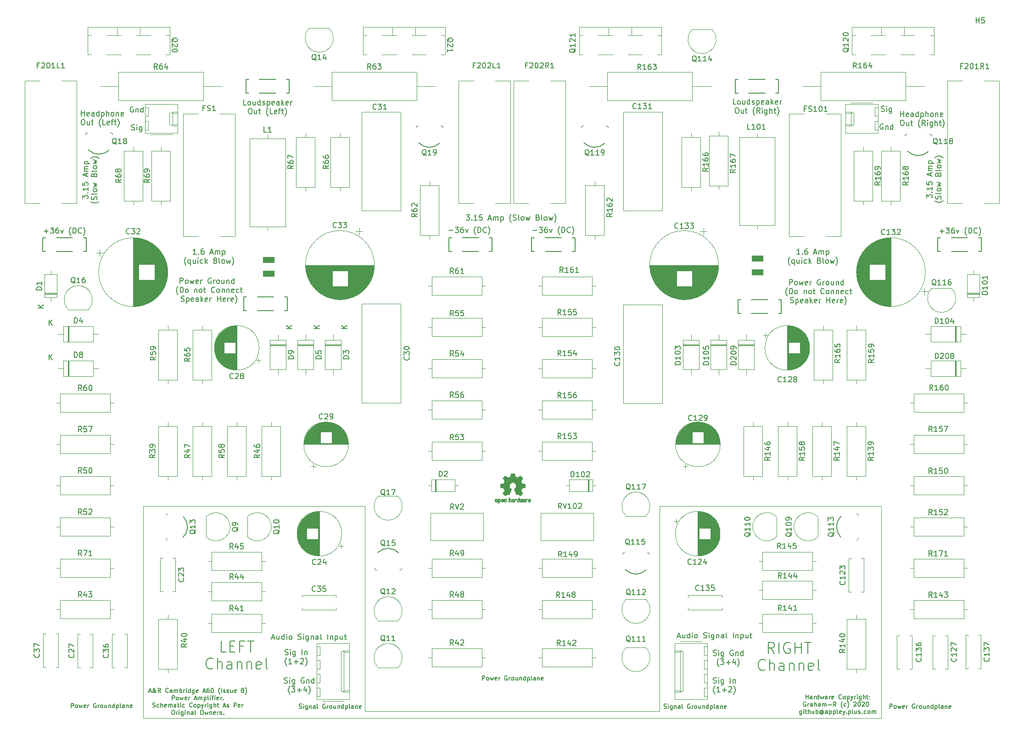
<source format=gbr>
G04 #@! TF.GenerationSoftware,KiCad,Pcbnew,5.1.5-1.fc31*
G04 #@! TF.CreationDate,2020-04-24T19:34:05+01:00*
G04 #@! TF.ProjectId,AR_A60_PA_25502_Issue8_v8.0_Stereo,41525f41-3630-45f5-9041-5f3235353032,rev?*
G04 #@! TF.SameCoordinates,Original*
G04 #@! TF.FileFunction,Legend,Top*
G04 #@! TF.FilePolarity,Positive*
%FSLAX46Y46*%
G04 Gerber Fmt 4.6, Leading zero omitted, Abs format (unit mm)*
G04 Created by KiCad (PCBNEW 5.1.5-1.fc31) date 2020-04-24 19:34:05*
%MOMM*%
%LPD*%
G04 APERTURE LIST*
%ADD10C,0.150000*%
%ADD11C,0.120000*%
%ADD12C,0.100000*%
%ADD13C,0.010000*%
G04 APERTURE END LIST*
D10*
X192413428Y-36330380D02*
X191937238Y-36330380D01*
X191937238Y-35330380D01*
X192889619Y-36330380D02*
X192794380Y-36282761D01*
X192746761Y-36235142D01*
X192699142Y-36139904D01*
X192699142Y-35854190D01*
X192746761Y-35758952D01*
X192794380Y-35711333D01*
X192889619Y-35663714D01*
X193032476Y-35663714D01*
X193127714Y-35711333D01*
X193175333Y-35758952D01*
X193222952Y-35854190D01*
X193222952Y-36139904D01*
X193175333Y-36235142D01*
X193127714Y-36282761D01*
X193032476Y-36330380D01*
X192889619Y-36330380D01*
X194080095Y-35663714D02*
X194080095Y-36330380D01*
X193651523Y-35663714D02*
X193651523Y-36187523D01*
X193699142Y-36282761D01*
X193794380Y-36330380D01*
X193937238Y-36330380D01*
X194032476Y-36282761D01*
X194080095Y-36235142D01*
X194984857Y-36330380D02*
X194984857Y-35330380D01*
X194984857Y-36282761D02*
X194889619Y-36330380D01*
X194699142Y-36330380D01*
X194603904Y-36282761D01*
X194556285Y-36235142D01*
X194508666Y-36139904D01*
X194508666Y-35854190D01*
X194556285Y-35758952D01*
X194603904Y-35711333D01*
X194699142Y-35663714D01*
X194889619Y-35663714D01*
X194984857Y-35711333D01*
X195413428Y-36282761D02*
X195508666Y-36330380D01*
X195699142Y-36330380D01*
X195794380Y-36282761D01*
X195842000Y-36187523D01*
X195842000Y-36139904D01*
X195794380Y-36044666D01*
X195699142Y-35997047D01*
X195556285Y-35997047D01*
X195461047Y-35949428D01*
X195413428Y-35854190D01*
X195413428Y-35806571D01*
X195461047Y-35711333D01*
X195556285Y-35663714D01*
X195699142Y-35663714D01*
X195794380Y-35711333D01*
X196270571Y-35663714D02*
X196270571Y-36663714D01*
X196270571Y-35711333D02*
X196365809Y-35663714D01*
X196556285Y-35663714D01*
X196651523Y-35711333D01*
X196699142Y-35758952D01*
X196746761Y-35854190D01*
X196746761Y-36139904D01*
X196699142Y-36235142D01*
X196651523Y-36282761D01*
X196556285Y-36330380D01*
X196365809Y-36330380D01*
X196270571Y-36282761D01*
X197556285Y-36282761D02*
X197461047Y-36330380D01*
X197270571Y-36330380D01*
X197175333Y-36282761D01*
X197127714Y-36187523D01*
X197127714Y-35806571D01*
X197175333Y-35711333D01*
X197270571Y-35663714D01*
X197461047Y-35663714D01*
X197556285Y-35711333D01*
X197603904Y-35806571D01*
X197603904Y-35901809D01*
X197127714Y-35997047D01*
X198461047Y-36330380D02*
X198461047Y-35806571D01*
X198413428Y-35711333D01*
X198318190Y-35663714D01*
X198127714Y-35663714D01*
X198032476Y-35711333D01*
X198461047Y-36282761D02*
X198365809Y-36330380D01*
X198127714Y-36330380D01*
X198032476Y-36282761D01*
X197984857Y-36187523D01*
X197984857Y-36092285D01*
X198032476Y-35997047D01*
X198127714Y-35949428D01*
X198365809Y-35949428D01*
X198461047Y-35901809D01*
X198937238Y-36330380D02*
X198937238Y-35330380D01*
X199032476Y-35949428D02*
X199318190Y-36330380D01*
X199318190Y-35663714D02*
X198937238Y-36044666D01*
X200127714Y-36282761D02*
X200032476Y-36330380D01*
X199842000Y-36330380D01*
X199746761Y-36282761D01*
X199699142Y-36187523D01*
X199699142Y-35806571D01*
X199746761Y-35711333D01*
X199842000Y-35663714D01*
X200032476Y-35663714D01*
X200127714Y-35711333D01*
X200175333Y-35806571D01*
X200175333Y-35901809D01*
X199699142Y-35997047D01*
X200603904Y-36330380D02*
X200603904Y-35663714D01*
X200603904Y-35854190D02*
X200651523Y-35758952D01*
X200699142Y-35711333D01*
X200794380Y-35663714D01*
X200889619Y-35663714D01*
X192532476Y-36980380D02*
X192722952Y-36980380D01*
X192818190Y-37028000D01*
X192913428Y-37123238D01*
X192961047Y-37313714D01*
X192961047Y-37647047D01*
X192913428Y-37837523D01*
X192818190Y-37932761D01*
X192722952Y-37980380D01*
X192532476Y-37980380D01*
X192437238Y-37932761D01*
X192342000Y-37837523D01*
X192294380Y-37647047D01*
X192294380Y-37313714D01*
X192342000Y-37123238D01*
X192437238Y-37028000D01*
X192532476Y-36980380D01*
X193818190Y-37313714D02*
X193818190Y-37980380D01*
X193389619Y-37313714D02*
X193389619Y-37837523D01*
X193437238Y-37932761D01*
X193532476Y-37980380D01*
X193675333Y-37980380D01*
X193770571Y-37932761D01*
X193818190Y-37885142D01*
X194151523Y-37313714D02*
X194532476Y-37313714D01*
X194294380Y-36980380D02*
X194294380Y-37837523D01*
X194342000Y-37932761D01*
X194437238Y-37980380D01*
X194532476Y-37980380D01*
X195913428Y-38361333D02*
X195865809Y-38313714D01*
X195770571Y-38170857D01*
X195722952Y-38075619D01*
X195675333Y-37932761D01*
X195627714Y-37694666D01*
X195627714Y-37504190D01*
X195675333Y-37266095D01*
X195722952Y-37123238D01*
X195770571Y-37028000D01*
X195865809Y-36885142D01*
X195913428Y-36837523D01*
X196865809Y-37980380D02*
X196532476Y-37504190D01*
X196294380Y-37980380D02*
X196294380Y-36980380D01*
X196675333Y-36980380D01*
X196770571Y-37028000D01*
X196818190Y-37075619D01*
X196865809Y-37170857D01*
X196865809Y-37313714D01*
X196818190Y-37408952D01*
X196770571Y-37456571D01*
X196675333Y-37504190D01*
X196294380Y-37504190D01*
X197294380Y-37980380D02*
X197294380Y-37313714D01*
X197294380Y-36980380D02*
X197246761Y-37028000D01*
X197294380Y-37075619D01*
X197342000Y-37028000D01*
X197294380Y-36980380D01*
X197294380Y-37075619D01*
X198199142Y-37313714D02*
X198199142Y-38123238D01*
X198151523Y-38218476D01*
X198103904Y-38266095D01*
X198008666Y-38313714D01*
X197865809Y-38313714D01*
X197770571Y-38266095D01*
X198199142Y-37932761D02*
X198103904Y-37980380D01*
X197913428Y-37980380D01*
X197818190Y-37932761D01*
X197770571Y-37885142D01*
X197722952Y-37789904D01*
X197722952Y-37504190D01*
X197770571Y-37408952D01*
X197818190Y-37361333D01*
X197913428Y-37313714D01*
X198103904Y-37313714D01*
X198199142Y-37361333D01*
X198675333Y-37980380D02*
X198675333Y-36980380D01*
X199103904Y-37980380D02*
X199103904Y-37456571D01*
X199056285Y-37361333D01*
X198961047Y-37313714D01*
X198818190Y-37313714D01*
X198722952Y-37361333D01*
X198675333Y-37408952D01*
X199437238Y-37313714D02*
X199818190Y-37313714D01*
X199580095Y-36980380D02*
X199580095Y-37837523D01*
X199627714Y-37932761D01*
X199722952Y-37980380D01*
X199818190Y-37980380D01*
X200056285Y-38361333D02*
X200103904Y-38313714D01*
X200199142Y-38170857D01*
X200246761Y-38075619D01*
X200294380Y-37932761D01*
X200342000Y-37694666D01*
X200342000Y-37504190D01*
X200294380Y-37266095D01*
X200246761Y-37123238D01*
X200199142Y-37028000D01*
X200103904Y-36885142D01*
X200056285Y-36837523D01*
X181658476Y-134532666D02*
X182134666Y-134532666D01*
X181563238Y-134818380D02*
X181896571Y-133818380D01*
X182229904Y-134818380D01*
X182991809Y-134151714D02*
X182991809Y-134818380D01*
X182563238Y-134151714D02*
X182563238Y-134675523D01*
X182610857Y-134770761D01*
X182706095Y-134818380D01*
X182848952Y-134818380D01*
X182944190Y-134770761D01*
X182991809Y-134723142D01*
X183896571Y-134818380D02*
X183896571Y-133818380D01*
X183896571Y-134770761D02*
X183801333Y-134818380D01*
X183610857Y-134818380D01*
X183515619Y-134770761D01*
X183468000Y-134723142D01*
X183420380Y-134627904D01*
X183420380Y-134342190D01*
X183468000Y-134246952D01*
X183515619Y-134199333D01*
X183610857Y-134151714D01*
X183801333Y-134151714D01*
X183896571Y-134199333D01*
X184372761Y-134818380D02*
X184372761Y-134151714D01*
X184372761Y-133818380D02*
X184325142Y-133866000D01*
X184372761Y-133913619D01*
X184420380Y-133866000D01*
X184372761Y-133818380D01*
X184372761Y-133913619D01*
X184991809Y-134818380D02*
X184896571Y-134770761D01*
X184848952Y-134723142D01*
X184801333Y-134627904D01*
X184801333Y-134342190D01*
X184848952Y-134246952D01*
X184896571Y-134199333D01*
X184991809Y-134151714D01*
X185134666Y-134151714D01*
X185229904Y-134199333D01*
X185277523Y-134246952D01*
X185325142Y-134342190D01*
X185325142Y-134627904D01*
X185277523Y-134723142D01*
X185229904Y-134770761D01*
X185134666Y-134818380D01*
X184991809Y-134818380D01*
X186468000Y-134770761D02*
X186610857Y-134818380D01*
X186848952Y-134818380D01*
X186944190Y-134770761D01*
X186991809Y-134723142D01*
X187039428Y-134627904D01*
X187039428Y-134532666D01*
X186991809Y-134437428D01*
X186944190Y-134389809D01*
X186848952Y-134342190D01*
X186658476Y-134294571D01*
X186563238Y-134246952D01*
X186515619Y-134199333D01*
X186468000Y-134104095D01*
X186468000Y-134008857D01*
X186515619Y-133913619D01*
X186563238Y-133866000D01*
X186658476Y-133818380D01*
X186896571Y-133818380D01*
X187039428Y-133866000D01*
X187468000Y-134818380D02*
X187468000Y-134151714D01*
X187468000Y-133818380D02*
X187420380Y-133866000D01*
X187468000Y-133913619D01*
X187515619Y-133866000D01*
X187468000Y-133818380D01*
X187468000Y-133913619D01*
X188372761Y-134151714D02*
X188372761Y-134961238D01*
X188325142Y-135056476D01*
X188277523Y-135104095D01*
X188182285Y-135151714D01*
X188039428Y-135151714D01*
X187944190Y-135104095D01*
X188372761Y-134770761D02*
X188277523Y-134818380D01*
X188087047Y-134818380D01*
X187991809Y-134770761D01*
X187944190Y-134723142D01*
X187896571Y-134627904D01*
X187896571Y-134342190D01*
X187944190Y-134246952D01*
X187991809Y-134199333D01*
X188087047Y-134151714D01*
X188277523Y-134151714D01*
X188372761Y-134199333D01*
X188848952Y-134151714D02*
X188848952Y-134818380D01*
X188848952Y-134246952D02*
X188896571Y-134199333D01*
X188991809Y-134151714D01*
X189134666Y-134151714D01*
X189229904Y-134199333D01*
X189277523Y-134294571D01*
X189277523Y-134818380D01*
X190182285Y-134818380D02*
X190182285Y-134294571D01*
X190134666Y-134199333D01*
X190039428Y-134151714D01*
X189848952Y-134151714D01*
X189753714Y-134199333D01*
X190182285Y-134770761D02*
X190087047Y-134818380D01*
X189848952Y-134818380D01*
X189753714Y-134770761D01*
X189706095Y-134675523D01*
X189706095Y-134580285D01*
X189753714Y-134485047D01*
X189848952Y-134437428D01*
X190087047Y-134437428D01*
X190182285Y-134389809D01*
X190801333Y-134818380D02*
X190706095Y-134770761D01*
X190658476Y-134675523D01*
X190658476Y-133818380D01*
X191944190Y-134818380D02*
X191944190Y-133818380D01*
X192420380Y-134151714D02*
X192420380Y-134818380D01*
X192420380Y-134246952D02*
X192468000Y-134199333D01*
X192563238Y-134151714D01*
X192706095Y-134151714D01*
X192801333Y-134199333D01*
X192848952Y-134294571D01*
X192848952Y-134818380D01*
X193325142Y-134151714D02*
X193325142Y-135151714D01*
X193325142Y-134199333D02*
X193420380Y-134151714D01*
X193610857Y-134151714D01*
X193706095Y-134199333D01*
X193753714Y-134246952D01*
X193801333Y-134342190D01*
X193801333Y-134627904D01*
X193753714Y-134723142D01*
X193706095Y-134770761D01*
X193610857Y-134818380D01*
X193420380Y-134818380D01*
X193325142Y-134770761D01*
X194658476Y-134151714D02*
X194658476Y-134818380D01*
X194229904Y-134151714D02*
X194229904Y-134675523D01*
X194277523Y-134770761D01*
X194372761Y-134818380D01*
X194515619Y-134818380D01*
X194610857Y-134770761D01*
X194658476Y-134723142D01*
X194991809Y-134151714D02*
X195372761Y-134151714D01*
X195134666Y-133818380D02*
X195134666Y-134675523D01*
X195182285Y-134770761D01*
X195277523Y-134818380D01*
X195372761Y-134818380D01*
X202287857Y-69668380D02*
X202287857Y-68668380D01*
X202668809Y-68668380D01*
X202764047Y-68716000D01*
X202811666Y-68763619D01*
X202859285Y-68858857D01*
X202859285Y-69001714D01*
X202811666Y-69096952D01*
X202764047Y-69144571D01*
X202668809Y-69192190D01*
X202287857Y-69192190D01*
X203430714Y-69668380D02*
X203335476Y-69620761D01*
X203287857Y-69573142D01*
X203240238Y-69477904D01*
X203240238Y-69192190D01*
X203287857Y-69096952D01*
X203335476Y-69049333D01*
X203430714Y-69001714D01*
X203573571Y-69001714D01*
X203668809Y-69049333D01*
X203716428Y-69096952D01*
X203764047Y-69192190D01*
X203764047Y-69477904D01*
X203716428Y-69573142D01*
X203668809Y-69620761D01*
X203573571Y-69668380D01*
X203430714Y-69668380D01*
X204097380Y-69001714D02*
X204287857Y-69668380D01*
X204478333Y-69192190D01*
X204668809Y-69668380D01*
X204859285Y-69001714D01*
X205621190Y-69620761D02*
X205525952Y-69668380D01*
X205335476Y-69668380D01*
X205240238Y-69620761D01*
X205192619Y-69525523D01*
X205192619Y-69144571D01*
X205240238Y-69049333D01*
X205335476Y-69001714D01*
X205525952Y-69001714D01*
X205621190Y-69049333D01*
X205668809Y-69144571D01*
X205668809Y-69239809D01*
X205192619Y-69335047D01*
X206097380Y-69668380D02*
X206097380Y-69001714D01*
X206097380Y-69192190D02*
X206145000Y-69096952D01*
X206192619Y-69049333D01*
X206287857Y-69001714D01*
X206383095Y-69001714D01*
X208002142Y-68716000D02*
X207906904Y-68668380D01*
X207764047Y-68668380D01*
X207621190Y-68716000D01*
X207525952Y-68811238D01*
X207478333Y-68906476D01*
X207430714Y-69096952D01*
X207430714Y-69239809D01*
X207478333Y-69430285D01*
X207525952Y-69525523D01*
X207621190Y-69620761D01*
X207764047Y-69668380D01*
X207859285Y-69668380D01*
X208002142Y-69620761D01*
X208049761Y-69573142D01*
X208049761Y-69239809D01*
X207859285Y-69239809D01*
X208478333Y-69668380D02*
X208478333Y-69001714D01*
X208478333Y-69192190D02*
X208525952Y-69096952D01*
X208573571Y-69049333D01*
X208668809Y-69001714D01*
X208764047Y-69001714D01*
X209240238Y-69668380D02*
X209145000Y-69620761D01*
X209097380Y-69573142D01*
X209049761Y-69477904D01*
X209049761Y-69192190D01*
X209097380Y-69096952D01*
X209145000Y-69049333D01*
X209240238Y-69001714D01*
X209383095Y-69001714D01*
X209478333Y-69049333D01*
X209525952Y-69096952D01*
X209573571Y-69192190D01*
X209573571Y-69477904D01*
X209525952Y-69573142D01*
X209478333Y-69620761D01*
X209383095Y-69668380D01*
X209240238Y-69668380D01*
X210430714Y-69001714D02*
X210430714Y-69668380D01*
X210002142Y-69001714D02*
X210002142Y-69525523D01*
X210049761Y-69620761D01*
X210145000Y-69668380D01*
X210287857Y-69668380D01*
X210383095Y-69620761D01*
X210430714Y-69573142D01*
X210906904Y-69001714D02*
X210906904Y-69668380D01*
X210906904Y-69096952D02*
X210954523Y-69049333D01*
X211049761Y-69001714D01*
X211192619Y-69001714D01*
X211287857Y-69049333D01*
X211335476Y-69144571D01*
X211335476Y-69668380D01*
X212240238Y-69668380D02*
X212240238Y-68668380D01*
X212240238Y-69620761D02*
X212145000Y-69668380D01*
X211954523Y-69668380D01*
X211859285Y-69620761D01*
X211811666Y-69573142D01*
X211764047Y-69477904D01*
X211764047Y-69192190D01*
X211811666Y-69096952D01*
X211859285Y-69049333D01*
X211954523Y-69001714D01*
X212145000Y-69001714D01*
X212240238Y-69049333D01*
X201930714Y-71699333D02*
X201883095Y-71651714D01*
X201787857Y-71508857D01*
X201740238Y-71413619D01*
X201692619Y-71270761D01*
X201645000Y-71032666D01*
X201645000Y-70842190D01*
X201692619Y-70604095D01*
X201740238Y-70461238D01*
X201787857Y-70366000D01*
X201883095Y-70223142D01*
X201930714Y-70175523D01*
X202311666Y-71318380D02*
X202311666Y-70318380D01*
X202549761Y-70318380D01*
X202692619Y-70366000D01*
X202787857Y-70461238D01*
X202835476Y-70556476D01*
X202883095Y-70746952D01*
X202883095Y-70889809D01*
X202835476Y-71080285D01*
X202787857Y-71175523D01*
X202692619Y-71270761D01*
X202549761Y-71318380D01*
X202311666Y-71318380D01*
X203454523Y-71318380D02*
X203359285Y-71270761D01*
X203311666Y-71223142D01*
X203264047Y-71127904D01*
X203264047Y-70842190D01*
X203311666Y-70746952D01*
X203359285Y-70699333D01*
X203454523Y-70651714D01*
X203597380Y-70651714D01*
X203692619Y-70699333D01*
X203740238Y-70746952D01*
X203787857Y-70842190D01*
X203787857Y-71127904D01*
X203740238Y-71223142D01*
X203692619Y-71270761D01*
X203597380Y-71318380D01*
X203454523Y-71318380D01*
X204978333Y-70651714D02*
X204978333Y-71318380D01*
X204978333Y-70746952D02*
X205025952Y-70699333D01*
X205121190Y-70651714D01*
X205264047Y-70651714D01*
X205359285Y-70699333D01*
X205406904Y-70794571D01*
X205406904Y-71318380D01*
X206025952Y-71318380D02*
X205930714Y-71270761D01*
X205883095Y-71223142D01*
X205835476Y-71127904D01*
X205835476Y-70842190D01*
X205883095Y-70746952D01*
X205930714Y-70699333D01*
X206025952Y-70651714D01*
X206168809Y-70651714D01*
X206264047Y-70699333D01*
X206311666Y-70746952D01*
X206359285Y-70842190D01*
X206359285Y-71127904D01*
X206311666Y-71223142D01*
X206264047Y-71270761D01*
X206168809Y-71318380D01*
X206025952Y-71318380D01*
X206645000Y-70651714D02*
X207025952Y-70651714D01*
X206787857Y-70318380D02*
X206787857Y-71175523D01*
X206835476Y-71270761D01*
X206930714Y-71318380D01*
X207025952Y-71318380D01*
X208692619Y-71223142D02*
X208645000Y-71270761D01*
X208502142Y-71318380D01*
X208406904Y-71318380D01*
X208264047Y-71270761D01*
X208168809Y-71175523D01*
X208121190Y-71080285D01*
X208073571Y-70889809D01*
X208073571Y-70746952D01*
X208121190Y-70556476D01*
X208168809Y-70461238D01*
X208264047Y-70366000D01*
X208406904Y-70318380D01*
X208502142Y-70318380D01*
X208645000Y-70366000D01*
X208692619Y-70413619D01*
X209264047Y-71318380D02*
X209168809Y-71270761D01*
X209121190Y-71223142D01*
X209073571Y-71127904D01*
X209073571Y-70842190D01*
X209121190Y-70746952D01*
X209168809Y-70699333D01*
X209264047Y-70651714D01*
X209406904Y-70651714D01*
X209502142Y-70699333D01*
X209549761Y-70746952D01*
X209597380Y-70842190D01*
X209597380Y-71127904D01*
X209549761Y-71223142D01*
X209502142Y-71270761D01*
X209406904Y-71318380D01*
X209264047Y-71318380D01*
X210025952Y-70651714D02*
X210025952Y-71318380D01*
X210025952Y-70746952D02*
X210073571Y-70699333D01*
X210168809Y-70651714D01*
X210311666Y-70651714D01*
X210406904Y-70699333D01*
X210454523Y-70794571D01*
X210454523Y-71318380D01*
X210930714Y-70651714D02*
X210930714Y-71318380D01*
X210930714Y-70746952D02*
X210978333Y-70699333D01*
X211073571Y-70651714D01*
X211216428Y-70651714D01*
X211311666Y-70699333D01*
X211359285Y-70794571D01*
X211359285Y-71318380D01*
X212216428Y-71270761D02*
X212121190Y-71318380D01*
X211930714Y-71318380D01*
X211835476Y-71270761D01*
X211787857Y-71175523D01*
X211787857Y-70794571D01*
X211835476Y-70699333D01*
X211930714Y-70651714D01*
X212121190Y-70651714D01*
X212216428Y-70699333D01*
X212264047Y-70794571D01*
X212264047Y-70889809D01*
X211787857Y-70985047D01*
X213121190Y-71270761D02*
X213025952Y-71318380D01*
X212835476Y-71318380D01*
X212740238Y-71270761D01*
X212692619Y-71223142D01*
X212645000Y-71127904D01*
X212645000Y-70842190D01*
X212692619Y-70746952D01*
X212740238Y-70699333D01*
X212835476Y-70651714D01*
X213025952Y-70651714D01*
X213121190Y-70699333D01*
X213406904Y-70651714D02*
X213787857Y-70651714D01*
X213549761Y-70318380D02*
X213549761Y-71175523D01*
X213597380Y-71270761D01*
X213692619Y-71318380D01*
X213787857Y-71318380D01*
X202478333Y-72920761D02*
X202621190Y-72968380D01*
X202859285Y-72968380D01*
X202954523Y-72920761D01*
X203002142Y-72873142D01*
X203049761Y-72777904D01*
X203049761Y-72682666D01*
X203002142Y-72587428D01*
X202954523Y-72539809D01*
X202859285Y-72492190D01*
X202668809Y-72444571D01*
X202573571Y-72396952D01*
X202525952Y-72349333D01*
X202478333Y-72254095D01*
X202478333Y-72158857D01*
X202525952Y-72063619D01*
X202573571Y-72016000D01*
X202668809Y-71968380D01*
X202906904Y-71968380D01*
X203049761Y-72016000D01*
X203478333Y-72301714D02*
X203478333Y-73301714D01*
X203478333Y-72349333D02*
X203573571Y-72301714D01*
X203764047Y-72301714D01*
X203859285Y-72349333D01*
X203906904Y-72396952D01*
X203954523Y-72492190D01*
X203954523Y-72777904D01*
X203906904Y-72873142D01*
X203859285Y-72920761D01*
X203764047Y-72968380D01*
X203573571Y-72968380D01*
X203478333Y-72920761D01*
X204764047Y-72920761D02*
X204668809Y-72968380D01*
X204478333Y-72968380D01*
X204383095Y-72920761D01*
X204335476Y-72825523D01*
X204335476Y-72444571D01*
X204383095Y-72349333D01*
X204478333Y-72301714D01*
X204668809Y-72301714D01*
X204764047Y-72349333D01*
X204811666Y-72444571D01*
X204811666Y-72539809D01*
X204335476Y-72635047D01*
X205668809Y-72968380D02*
X205668809Y-72444571D01*
X205621190Y-72349333D01*
X205525952Y-72301714D01*
X205335476Y-72301714D01*
X205240238Y-72349333D01*
X205668809Y-72920761D02*
X205573571Y-72968380D01*
X205335476Y-72968380D01*
X205240238Y-72920761D01*
X205192619Y-72825523D01*
X205192619Y-72730285D01*
X205240238Y-72635047D01*
X205335476Y-72587428D01*
X205573571Y-72587428D01*
X205668809Y-72539809D01*
X206145000Y-72968380D02*
X206145000Y-71968380D01*
X206240238Y-72587428D02*
X206525952Y-72968380D01*
X206525952Y-72301714D02*
X206145000Y-72682666D01*
X207335476Y-72920761D02*
X207240238Y-72968380D01*
X207049761Y-72968380D01*
X206954523Y-72920761D01*
X206906904Y-72825523D01*
X206906904Y-72444571D01*
X206954523Y-72349333D01*
X207049761Y-72301714D01*
X207240238Y-72301714D01*
X207335476Y-72349333D01*
X207383095Y-72444571D01*
X207383095Y-72539809D01*
X206906904Y-72635047D01*
X207811666Y-72968380D02*
X207811666Y-72301714D01*
X207811666Y-72492190D02*
X207859285Y-72396952D01*
X207906904Y-72349333D01*
X208002142Y-72301714D01*
X208097380Y-72301714D01*
X209192619Y-72968380D02*
X209192619Y-71968380D01*
X209192619Y-72444571D02*
X209764047Y-72444571D01*
X209764047Y-72968380D02*
X209764047Y-71968380D01*
X210621190Y-72920761D02*
X210525952Y-72968380D01*
X210335476Y-72968380D01*
X210240238Y-72920761D01*
X210192619Y-72825523D01*
X210192619Y-72444571D01*
X210240238Y-72349333D01*
X210335476Y-72301714D01*
X210525952Y-72301714D01*
X210621190Y-72349333D01*
X210668809Y-72444571D01*
X210668809Y-72539809D01*
X210192619Y-72635047D01*
X211097380Y-72968380D02*
X211097380Y-72301714D01*
X211097380Y-72492190D02*
X211145000Y-72396952D01*
X211192619Y-72349333D01*
X211287857Y-72301714D01*
X211383095Y-72301714D01*
X212097380Y-72920761D02*
X212002142Y-72968380D01*
X211811666Y-72968380D01*
X211716428Y-72920761D01*
X211668809Y-72825523D01*
X211668809Y-72444571D01*
X211716428Y-72349333D01*
X211811666Y-72301714D01*
X212002142Y-72301714D01*
X212097380Y-72349333D01*
X212145000Y-72444571D01*
X212145000Y-72539809D01*
X211668809Y-72635047D01*
X212478333Y-73349333D02*
X212525952Y-73301714D01*
X212621190Y-73158857D01*
X212668809Y-73063619D01*
X212716428Y-72920761D01*
X212764047Y-72682666D01*
X212764047Y-72492190D01*
X212716428Y-72254095D01*
X212668809Y-72111238D01*
X212621190Y-72016000D01*
X212525952Y-71873142D01*
X212478333Y-71825523D01*
X81272142Y-36839000D02*
X81176904Y-36791380D01*
X81034047Y-36791380D01*
X80891190Y-36839000D01*
X80795952Y-36934238D01*
X80748333Y-37029476D01*
X80700714Y-37219952D01*
X80700714Y-37362809D01*
X80748333Y-37553285D01*
X80795952Y-37648523D01*
X80891190Y-37743761D01*
X81034047Y-37791380D01*
X81129285Y-37791380D01*
X81272142Y-37743761D01*
X81319761Y-37696142D01*
X81319761Y-37362809D01*
X81129285Y-37362809D01*
X81748333Y-37124714D02*
X81748333Y-37791380D01*
X81748333Y-37219952D02*
X81795952Y-37172333D01*
X81891190Y-37124714D01*
X82034047Y-37124714D01*
X82129285Y-37172333D01*
X82176904Y-37267571D01*
X82176904Y-37791380D01*
X83081666Y-37791380D02*
X83081666Y-36791380D01*
X83081666Y-37743761D02*
X82986428Y-37791380D01*
X82795952Y-37791380D01*
X82700714Y-37743761D01*
X82653095Y-37696142D01*
X82605476Y-37600904D01*
X82605476Y-37315190D01*
X82653095Y-37219952D01*
X82700714Y-37172333D01*
X82795952Y-37124714D01*
X82986428Y-37124714D01*
X83081666Y-37172333D01*
X80938809Y-41043761D02*
X81081666Y-41091380D01*
X81319761Y-41091380D01*
X81415000Y-41043761D01*
X81462619Y-40996142D01*
X81510238Y-40900904D01*
X81510238Y-40805666D01*
X81462619Y-40710428D01*
X81415000Y-40662809D01*
X81319761Y-40615190D01*
X81129285Y-40567571D01*
X81034047Y-40519952D01*
X80986428Y-40472333D01*
X80938809Y-40377095D01*
X80938809Y-40281857D01*
X80986428Y-40186619D01*
X81034047Y-40139000D01*
X81129285Y-40091380D01*
X81367380Y-40091380D01*
X81510238Y-40139000D01*
X81938809Y-41091380D02*
X81938809Y-40424714D01*
X81938809Y-40091380D02*
X81891190Y-40139000D01*
X81938809Y-40186619D01*
X81986428Y-40139000D01*
X81938809Y-40091380D01*
X81938809Y-40186619D01*
X82843571Y-40424714D02*
X82843571Y-41234238D01*
X82795952Y-41329476D01*
X82748333Y-41377095D01*
X82653095Y-41424714D01*
X82510238Y-41424714D01*
X82415000Y-41377095D01*
X82843571Y-41043761D02*
X82748333Y-41091380D01*
X82557857Y-41091380D01*
X82462619Y-41043761D01*
X82415000Y-40996142D01*
X82367380Y-40900904D01*
X82367380Y-40615190D01*
X82415000Y-40519952D01*
X82462619Y-40472333D01*
X82557857Y-40424714D01*
X82748333Y-40424714D01*
X82843571Y-40472333D01*
X71709595Y-38489380D02*
X71709595Y-37489380D01*
X71709595Y-37965571D02*
X72281023Y-37965571D01*
X72281023Y-38489380D02*
X72281023Y-37489380D01*
X73138166Y-38441761D02*
X73042928Y-38489380D01*
X72852452Y-38489380D01*
X72757214Y-38441761D01*
X72709595Y-38346523D01*
X72709595Y-37965571D01*
X72757214Y-37870333D01*
X72852452Y-37822714D01*
X73042928Y-37822714D01*
X73138166Y-37870333D01*
X73185785Y-37965571D01*
X73185785Y-38060809D01*
X72709595Y-38156047D01*
X74042928Y-38489380D02*
X74042928Y-37965571D01*
X73995309Y-37870333D01*
X73900071Y-37822714D01*
X73709595Y-37822714D01*
X73614357Y-37870333D01*
X74042928Y-38441761D02*
X73947690Y-38489380D01*
X73709595Y-38489380D01*
X73614357Y-38441761D01*
X73566738Y-38346523D01*
X73566738Y-38251285D01*
X73614357Y-38156047D01*
X73709595Y-38108428D01*
X73947690Y-38108428D01*
X74042928Y-38060809D01*
X74947690Y-38489380D02*
X74947690Y-37489380D01*
X74947690Y-38441761D02*
X74852452Y-38489380D01*
X74661976Y-38489380D01*
X74566738Y-38441761D01*
X74519119Y-38394142D01*
X74471500Y-38298904D01*
X74471500Y-38013190D01*
X74519119Y-37917952D01*
X74566738Y-37870333D01*
X74661976Y-37822714D01*
X74852452Y-37822714D01*
X74947690Y-37870333D01*
X75423880Y-37822714D02*
X75423880Y-38822714D01*
X75423880Y-37870333D02*
X75519119Y-37822714D01*
X75709595Y-37822714D01*
X75804833Y-37870333D01*
X75852452Y-37917952D01*
X75900071Y-38013190D01*
X75900071Y-38298904D01*
X75852452Y-38394142D01*
X75804833Y-38441761D01*
X75709595Y-38489380D01*
X75519119Y-38489380D01*
X75423880Y-38441761D01*
X76328642Y-38489380D02*
X76328642Y-37489380D01*
X76757214Y-38489380D02*
X76757214Y-37965571D01*
X76709595Y-37870333D01*
X76614357Y-37822714D01*
X76471500Y-37822714D01*
X76376261Y-37870333D01*
X76328642Y-37917952D01*
X77376261Y-38489380D02*
X77281023Y-38441761D01*
X77233404Y-38394142D01*
X77185785Y-38298904D01*
X77185785Y-38013190D01*
X77233404Y-37917952D01*
X77281023Y-37870333D01*
X77376261Y-37822714D01*
X77519119Y-37822714D01*
X77614357Y-37870333D01*
X77661976Y-37917952D01*
X77709595Y-38013190D01*
X77709595Y-38298904D01*
X77661976Y-38394142D01*
X77614357Y-38441761D01*
X77519119Y-38489380D01*
X77376261Y-38489380D01*
X78138166Y-37822714D02*
X78138166Y-38489380D01*
X78138166Y-37917952D02*
X78185785Y-37870333D01*
X78281023Y-37822714D01*
X78423880Y-37822714D01*
X78519119Y-37870333D01*
X78566738Y-37965571D01*
X78566738Y-38489380D01*
X79423880Y-38441761D02*
X79328642Y-38489380D01*
X79138166Y-38489380D01*
X79042928Y-38441761D01*
X78995309Y-38346523D01*
X78995309Y-37965571D01*
X79042928Y-37870333D01*
X79138166Y-37822714D01*
X79328642Y-37822714D01*
X79423880Y-37870333D01*
X79471500Y-37965571D01*
X79471500Y-38060809D01*
X78995309Y-38156047D01*
X71900071Y-39139380D02*
X72090547Y-39139380D01*
X72185785Y-39187000D01*
X72281023Y-39282238D01*
X72328642Y-39472714D01*
X72328642Y-39806047D01*
X72281023Y-39996523D01*
X72185785Y-40091761D01*
X72090547Y-40139380D01*
X71900071Y-40139380D01*
X71804833Y-40091761D01*
X71709595Y-39996523D01*
X71661976Y-39806047D01*
X71661976Y-39472714D01*
X71709595Y-39282238D01*
X71804833Y-39187000D01*
X71900071Y-39139380D01*
X73185785Y-39472714D02*
X73185785Y-40139380D01*
X72757214Y-39472714D02*
X72757214Y-39996523D01*
X72804833Y-40091761D01*
X72900071Y-40139380D01*
X73042928Y-40139380D01*
X73138166Y-40091761D01*
X73185785Y-40044142D01*
X73519119Y-39472714D02*
X73900071Y-39472714D01*
X73661976Y-39139380D02*
X73661976Y-39996523D01*
X73709595Y-40091761D01*
X73804833Y-40139380D01*
X73900071Y-40139380D01*
X75281023Y-40520333D02*
X75233404Y-40472714D01*
X75138166Y-40329857D01*
X75090547Y-40234619D01*
X75042928Y-40091761D01*
X74995309Y-39853666D01*
X74995309Y-39663190D01*
X75042928Y-39425095D01*
X75090547Y-39282238D01*
X75138166Y-39187000D01*
X75233404Y-39044142D01*
X75281023Y-38996523D01*
X76138166Y-40139380D02*
X75661976Y-40139380D01*
X75661976Y-39139380D01*
X76852452Y-40091761D02*
X76757214Y-40139380D01*
X76566738Y-40139380D01*
X76471500Y-40091761D01*
X76423880Y-39996523D01*
X76423880Y-39615571D01*
X76471500Y-39520333D01*
X76566738Y-39472714D01*
X76757214Y-39472714D01*
X76852452Y-39520333D01*
X76900071Y-39615571D01*
X76900071Y-39710809D01*
X76423880Y-39806047D01*
X77185785Y-39472714D02*
X77566738Y-39472714D01*
X77328642Y-40139380D02*
X77328642Y-39282238D01*
X77376261Y-39187000D01*
X77471500Y-39139380D01*
X77566738Y-39139380D01*
X77757214Y-39472714D02*
X78138166Y-39472714D01*
X77900071Y-39139380D02*
X77900071Y-39996523D01*
X77947690Y-40091761D01*
X78042928Y-40139380D01*
X78138166Y-40139380D01*
X78376261Y-40520333D02*
X78423880Y-40472714D01*
X78519119Y-40329857D01*
X78566738Y-40234619D01*
X78614357Y-40091761D01*
X78661976Y-39853666D01*
X78661976Y-39663190D01*
X78614357Y-39425095D01*
X78566738Y-39282238D01*
X78519119Y-39187000D01*
X78423880Y-39044142D01*
X78376261Y-38996523D01*
X219241809Y-37616761D02*
X219384666Y-37664380D01*
X219622761Y-37664380D01*
X219718000Y-37616761D01*
X219765619Y-37569142D01*
X219813238Y-37473904D01*
X219813238Y-37378666D01*
X219765619Y-37283428D01*
X219718000Y-37235809D01*
X219622761Y-37188190D01*
X219432285Y-37140571D01*
X219337047Y-37092952D01*
X219289428Y-37045333D01*
X219241809Y-36950095D01*
X219241809Y-36854857D01*
X219289428Y-36759619D01*
X219337047Y-36712000D01*
X219432285Y-36664380D01*
X219670380Y-36664380D01*
X219813238Y-36712000D01*
X220241809Y-37664380D02*
X220241809Y-36997714D01*
X220241809Y-36664380D02*
X220194190Y-36712000D01*
X220241809Y-36759619D01*
X220289428Y-36712000D01*
X220241809Y-36664380D01*
X220241809Y-36759619D01*
X221146571Y-36997714D02*
X221146571Y-37807238D01*
X221098952Y-37902476D01*
X221051333Y-37950095D01*
X220956095Y-37997714D01*
X220813238Y-37997714D01*
X220718000Y-37950095D01*
X221146571Y-37616761D02*
X221051333Y-37664380D01*
X220860857Y-37664380D01*
X220765619Y-37616761D01*
X220718000Y-37569142D01*
X220670380Y-37473904D01*
X220670380Y-37188190D01*
X220718000Y-37092952D01*
X220765619Y-37045333D01*
X220860857Y-36997714D01*
X221051333Y-36997714D01*
X221146571Y-37045333D01*
X219575142Y-40012000D02*
X219479904Y-39964380D01*
X219337047Y-39964380D01*
X219194190Y-40012000D01*
X219098952Y-40107238D01*
X219051333Y-40202476D01*
X219003714Y-40392952D01*
X219003714Y-40535809D01*
X219051333Y-40726285D01*
X219098952Y-40821523D01*
X219194190Y-40916761D01*
X219337047Y-40964380D01*
X219432285Y-40964380D01*
X219575142Y-40916761D01*
X219622761Y-40869142D01*
X219622761Y-40535809D01*
X219432285Y-40535809D01*
X220051333Y-40297714D02*
X220051333Y-40964380D01*
X220051333Y-40392952D02*
X220098952Y-40345333D01*
X220194190Y-40297714D01*
X220337047Y-40297714D01*
X220432285Y-40345333D01*
X220479904Y-40440571D01*
X220479904Y-40964380D01*
X221384666Y-40964380D02*
X221384666Y-39964380D01*
X221384666Y-40916761D02*
X221289428Y-40964380D01*
X221098952Y-40964380D01*
X221003714Y-40916761D01*
X220956095Y-40869142D01*
X220908476Y-40773904D01*
X220908476Y-40488190D01*
X220956095Y-40392952D01*
X221003714Y-40345333D01*
X221098952Y-40297714D01*
X221289428Y-40297714D01*
X221384666Y-40345333D01*
X230045095Y-59761428D02*
X230807000Y-59761428D01*
X230426047Y-60142380D02*
X230426047Y-59380476D01*
X231187952Y-59142380D02*
X231807000Y-59142380D01*
X231473666Y-59523333D01*
X231616523Y-59523333D01*
X231711761Y-59570952D01*
X231759380Y-59618571D01*
X231807000Y-59713809D01*
X231807000Y-59951904D01*
X231759380Y-60047142D01*
X231711761Y-60094761D01*
X231616523Y-60142380D01*
X231330809Y-60142380D01*
X231235571Y-60094761D01*
X231187952Y-60047142D01*
X232664142Y-59142380D02*
X232473666Y-59142380D01*
X232378428Y-59190000D01*
X232330809Y-59237619D01*
X232235571Y-59380476D01*
X232187952Y-59570952D01*
X232187952Y-59951904D01*
X232235571Y-60047142D01*
X232283190Y-60094761D01*
X232378428Y-60142380D01*
X232568904Y-60142380D01*
X232664142Y-60094761D01*
X232711761Y-60047142D01*
X232759380Y-59951904D01*
X232759380Y-59713809D01*
X232711761Y-59618571D01*
X232664142Y-59570952D01*
X232568904Y-59523333D01*
X232378428Y-59523333D01*
X232283190Y-59570952D01*
X232235571Y-59618571D01*
X232187952Y-59713809D01*
X233092714Y-59475714D02*
X233330809Y-60142380D01*
X233568904Y-59475714D01*
X234997476Y-60523333D02*
X234949857Y-60475714D01*
X234854619Y-60332857D01*
X234807000Y-60237619D01*
X234759380Y-60094761D01*
X234711761Y-59856666D01*
X234711761Y-59666190D01*
X234759380Y-59428095D01*
X234807000Y-59285238D01*
X234854619Y-59190000D01*
X234949857Y-59047142D01*
X234997476Y-58999523D01*
X235378428Y-60142380D02*
X235378428Y-59142380D01*
X235616523Y-59142380D01*
X235759380Y-59190000D01*
X235854619Y-59285238D01*
X235902238Y-59380476D01*
X235949857Y-59570952D01*
X235949857Y-59713809D01*
X235902238Y-59904285D01*
X235854619Y-59999523D01*
X235759380Y-60094761D01*
X235616523Y-60142380D01*
X235378428Y-60142380D01*
X236949857Y-60047142D02*
X236902238Y-60094761D01*
X236759380Y-60142380D01*
X236664142Y-60142380D01*
X236521285Y-60094761D01*
X236426047Y-59999523D01*
X236378428Y-59904285D01*
X236330809Y-59713809D01*
X236330809Y-59570952D01*
X236378428Y-59380476D01*
X236426047Y-59285238D01*
X236521285Y-59190000D01*
X236664142Y-59142380D01*
X236759380Y-59142380D01*
X236902238Y-59190000D01*
X236949857Y-59237619D01*
X237283190Y-60523333D02*
X237330809Y-60475714D01*
X237426047Y-60332857D01*
X237473666Y-60237619D01*
X237521285Y-60094761D01*
X237568904Y-59856666D01*
X237568904Y-59666190D01*
X237521285Y-59428095D01*
X237473666Y-59285238D01*
X237426047Y-59190000D01*
X237330809Y-59047142D01*
X237283190Y-58999523D01*
X154988095Y-59634428D02*
X155750000Y-59634428D01*
X156130952Y-59015380D02*
X156750000Y-59015380D01*
X156416666Y-59396333D01*
X156559523Y-59396333D01*
X156654761Y-59443952D01*
X156702380Y-59491571D01*
X156750000Y-59586809D01*
X156750000Y-59824904D01*
X156702380Y-59920142D01*
X156654761Y-59967761D01*
X156559523Y-60015380D01*
X156273809Y-60015380D01*
X156178571Y-59967761D01*
X156130952Y-59920142D01*
X157607142Y-59015380D02*
X157416666Y-59015380D01*
X157321428Y-59063000D01*
X157273809Y-59110619D01*
X157178571Y-59253476D01*
X157130952Y-59443952D01*
X157130952Y-59824904D01*
X157178571Y-59920142D01*
X157226190Y-59967761D01*
X157321428Y-60015380D01*
X157511904Y-60015380D01*
X157607142Y-59967761D01*
X157654761Y-59920142D01*
X157702380Y-59824904D01*
X157702380Y-59586809D01*
X157654761Y-59491571D01*
X157607142Y-59443952D01*
X157511904Y-59396333D01*
X157321428Y-59396333D01*
X157226190Y-59443952D01*
X157178571Y-59491571D01*
X157130952Y-59586809D01*
X158035714Y-59348714D02*
X158273809Y-60015380D01*
X158511904Y-59348714D01*
X159940476Y-60396333D02*
X159892857Y-60348714D01*
X159797619Y-60205857D01*
X159750000Y-60110619D01*
X159702380Y-59967761D01*
X159654761Y-59729666D01*
X159654761Y-59539190D01*
X159702380Y-59301095D01*
X159750000Y-59158238D01*
X159797619Y-59063000D01*
X159892857Y-58920142D01*
X159940476Y-58872523D01*
X160321428Y-60015380D02*
X160321428Y-59015380D01*
X160559523Y-59015380D01*
X160702380Y-59063000D01*
X160797619Y-59158238D01*
X160845238Y-59253476D01*
X160892857Y-59443952D01*
X160892857Y-59586809D01*
X160845238Y-59777285D01*
X160797619Y-59872523D01*
X160702380Y-59967761D01*
X160559523Y-60015380D01*
X160321428Y-60015380D01*
X161892857Y-59920142D02*
X161845238Y-59967761D01*
X161702380Y-60015380D01*
X161607142Y-60015380D01*
X161464285Y-59967761D01*
X161369047Y-59872523D01*
X161321428Y-59777285D01*
X161273809Y-59586809D01*
X161273809Y-59443952D01*
X161321428Y-59253476D01*
X161369047Y-59158238D01*
X161464285Y-59063000D01*
X161607142Y-59015380D01*
X161702380Y-59015380D01*
X161845238Y-59063000D01*
X161892857Y-59110619D01*
X162226190Y-60396333D02*
X162273809Y-60348714D01*
X162369047Y-60205857D01*
X162416666Y-60110619D01*
X162464285Y-59967761D01*
X162511904Y-59729666D01*
X162511904Y-59539190D01*
X162464285Y-59301095D01*
X162416666Y-59158238D01*
X162369047Y-59063000D01*
X162273809Y-58920142D01*
X162226190Y-58872523D01*
X220821952Y-147808904D02*
X220821952Y-147008904D01*
X221126714Y-147008904D01*
X221202904Y-147047000D01*
X221241000Y-147085095D01*
X221279095Y-147161285D01*
X221279095Y-147275571D01*
X221241000Y-147351761D01*
X221202904Y-147389857D01*
X221126714Y-147427952D01*
X220821952Y-147427952D01*
X221736238Y-147808904D02*
X221660047Y-147770809D01*
X221621952Y-147732714D01*
X221583857Y-147656523D01*
X221583857Y-147427952D01*
X221621952Y-147351761D01*
X221660047Y-147313666D01*
X221736238Y-147275571D01*
X221850523Y-147275571D01*
X221926714Y-147313666D01*
X221964809Y-147351761D01*
X222002904Y-147427952D01*
X222002904Y-147656523D01*
X221964809Y-147732714D01*
X221926714Y-147770809D01*
X221850523Y-147808904D01*
X221736238Y-147808904D01*
X222269571Y-147275571D02*
X222421952Y-147808904D01*
X222574333Y-147427952D01*
X222726714Y-147808904D01*
X222879095Y-147275571D01*
X223488619Y-147770809D02*
X223412428Y-147808904D01*
X223260047Y-147808904D01*
X223183857Y-147770809D01*
X223145761Y-147694619D01*
X223145761Y-147389857D01*
X223183857Y-147313666D01*
X223260047Y-147275571D01*
X223412428Y-147275571D01*
X223488619Y-147313666D01*
X223526714Y-147389857D01*
X223526714Y-147466047D01*
X223145761Y-147542238D01*
X223869571Y-147808904D02*
X223869571Y-147275571D01*
X223869571Y-147427952D02*
X223907666Y-147351761D01*
X223945761Y-147313666D01*
X224021952Y-147275571D01*
X224098142Y-147275571D01*
X225393380Y-147047000D02*
X225317190Y-147008904D01*
X225202904Y-147008904D01*
X225088619Y-147047000D01*
X225012428Y-147123190D01*
X224974333Y-147199380D01*
X224936238Y-147351761D01*
X224936238Y-147466047D01*
X224974333Y-147618428D01*
X225012428Y-147694619D01*
X225088619Y-147770809D01*
X225202904Y-147808904D01*
X225279095Y-147808904D01*
X225393380Y-147770809D01*
X225431476Y-147732714D01*
X225431476Y-147466047D01*
X225279095Y-147466047D01*
X225774333Y-147808904D02*
X225774333Y-147275571D01*
X225774333Y-147427952D02*
X225812428Y-147351761D01*
X225850523Y-147313666D01*
X225926714Y-147275571D01*
X226002904Y-147275571D01*
X226383857Y-147808904D02*
X226307666Y-147770809D01*
X226269571Y-147732714D01*
X226231476Y-147656523D01*
X226231476Y-147427952D01*
X226269571Y-147351761D01*
X226307666Y-147313666D01*
X226383857Y-147275571D01*
X226498142Y-147275571D01*
X226574333Y-147313666D01*
X226612428Y-147351761D01*
X226650523Y-147427952D01*
X226650523Y-147656523D01*
X226612428Y-147732714D01*
X226574333Y-147770809D01*
X226498142Y-147808904D01*
X226383857Y-147808904D01*
X227336238Y-147275571D02*
X227336238Y-147808904D01*
X226993380Y-147275571D02*
X226993380Y-147694619D01*
X227031476Y-147770809D01*
X227107666Y-147808904D01*
X227221952Y-147808904D01*
X227298142Y-147770809D01*
X227336238Y-147732714D01*
X227717190Y-147275571D02*
X227717190Y-147808904D01*
X227717190Y-147351761D02*
X227755285Y-147313666D01*
X227831476Y-147275571D01*
X227945761Y-147275571D01*
X228021952Y-147313666D01*
X228060047Y-147389857D01*
X228060047Y-147808904D01*
X228783857Y-147808904D02*
X228783857Y-147008904D01*
X228783857Y-147770809D02*
X228707666Y-147808904D01*
X228555285Y-147808904D01*
X228479095Y-147770809D01*
X228441000Y-147732714D01*
X228402904Y-147656523D01*
X228402904Y-147427952D01*
X228441000Y-147351761D01*
X228479095Y-147313666D01*
X228555285Y-147275571D01*
X228707666Y-147275571D01*
X228783857Y-147313666D01*
X229164809Y-147275571D02*
X229164809Y-148075571D01*
X229164809Y-147313666D02*
X229241000Y-147275571D01*
X229393380Y-147275571D01*
X229469571Y-147313666D01*
X229507666Y-147351761D01*
X229545761Y-147427952D01*
X229545761Y-147656523D01*
X229507666Y-147732714D01*
X229469571Y-147770809D01*
X229393380Y-147808904D01*
X229241000Y-147808904D01*
X229164809Y-147770809D01*
X230002904Y-147808904D02*
X229926714Y-147770809D01*
X229888619Y-147694619D01*
X229888619Y-147008904D01*
X230650523Y-147808904D02*
X230650523Y-147389857D01*
X230612428Y-147313666D01*
X230536238Y-147275571D01*
X230383857Y-147275571D01*
X230307666Y-147313666D01*
X230650523Y-147770809D02*
X230574333Y-147808904D01*
X230383857Y-147808904D01*
X230307666Y-147770809D01*
X230269571Y-147694619D01*
X230269571Y-147618428D01*
X230307666Y-147542238D01*
X230383857Y-147504142D01*
X230574333Y-147504142D01*
X230650523Y-147466047D01*
X231031476Y-147275571D02*
X231031476Y-147808904D01*
X231031476Y-147351761D02*
X231069571Y-147313666D01*
X231145761Y-147275571D01*
X231260047Y-147275571D01*
X231336238Y-147313666D01*
X231374333Y-147389857D01*
X231374333Y-147808904D01*
X232060047Y-147770809D02*
X231983857Y-147808904D01*
X231831476Y-147808904D01*
X231755285Y-147770809D01*
X231717190Y-147694619D01*
X231717190Y-147389857D01*
X231755285Y-147313666D01*
X231831476Y-147275571D01*
X231983857Y-147275571D01*
X232060047Y-147313666D01*
X232098142Y-147389857D01*
X232098142Y-147466047D01*
X231717190Y-147542238D01*
X69818952Y-147681904D02*
X69818952Y-146881904D01*
X70123714Y-146881904D01*
X70199904Y-146920000D01*
X70238000Y-146958095D01*
X70276095Y-147034285D01*
X70276095Y-147148571D01*
X70238000Y-147224761D01*
X70199904Y-147262857D01*
X70123714Y-147300952D01*
X69818952Y-147300952D01*
X70733238Y-147681904D02*
X70657047Y-147643809D01*
X70618952Y-147605714D01*
X70580857Y-147529523D01*
X70580857Y-147300952D01*
X70618952Y-147224761D01*
X70657047Y-147186666D01*
X70733238Y-147148571D01*
X70847523Y-147148571D01*
X70923714Y-147186666D01*
X70961809Y-147224761D01*
X70999904Y-147300952D01*
X70999904Y-147529523D01*
X70961809Y-147605714D01*
X70923714Y-147643809D01*
X70847523Y-147681904D01*
X70733238Y-147681904D01*
X71266571Y-147148571D02*
X71418952Y-147681904D01*
X71571333Y-147300952D01*
X71723714Y-147681904D01*
X71876095Y-147148571D01*
X72485619Y-147643809D02*
X72409428Y-147681904D01*
X72257047Y-147681904D01*
X72180857Y-147643809D01*
X72142761Y-147567619D01*
X72142761Y-147262857D01*
X72180857Y-147186666D01*
X72257047Y-147148571D01*
X72409428Y-147148571D01*
X72485619Y-147186666D01*
X72523714Y-147262857D01*
X72523714Y-147339047D01*
X72142761Y-147415238D01*
X72866571Y-147681904D02*
X72866571Y-147148571D01*
X72866571Y-147300952D02*
X72904666Y-147224761D01*
X72942761Y-147186666D01*
X73018952Y-147148571D01*
X73095142Y-147148571D01*
X74390380Y-146920000D02*
X74314190Y-146881904D01*
X74199904Y-146881904D01*
X74085619Y-146920000D01*
X74009428Y-146996190D01*
X73971333Y-147072380D01*
X73933238Y-147224761D01*
X73933238Y-147339047D01*
X73971333Y-147491428D01*
X74009428Y-147567619D01*
X74085619Y-147643809D01*
X74199904Y-147681904D01*
X74276095Y-147681904D01*
X74390380Y-147643809D01*
X74428476Y-147605714D01*
X74428476Y-147339047D01*
X74276095Y-147339047D01*
X74771333Y-147681904D02*
X74771333Y-147148571D01*
X74771333Y-147300952D02*
X74809428Y-147224761D01*
X74847523Y-147186666D01*
X74923714Y-147148571D01*
X74999904Y-147148571D01*
X75380857Y-147681904D02*
X75304666Y-147643809D01*
X75266571Y-147605714D01*
X75228476Y-147529523D01*
X75228476Y-147300952D01*
X75266571Y-147224761D01*
X75304666Y-147186666D01*
X75380857Y-147148571D01*
X75495142Y-147148571D01*
X75571333Y-147186666D01*
X75609428Y-147224761D01*
X75647523Y-147300952D01*
X75647523Y-147529523D01*
X75609428Y-147605714D01*
X75571333Y-147643809D01*
X75495142Y-147681904D01*
X75380857Y-147681904D01*
X76333238Y-147148571D02*
X76333238Y-147681904D01*
X75990380Y-147148571D02*
X75990380Y-147567619D01*
X76028476Y-147643809D01*
X76104666Y-147681904D01*
X76218952Y-147681904D01*
X76295142Y-147643809D01*
X76333238Y-147605714D01*
X76714190Y-147148571D02*
X76714190Y-147681904D01*
X76714190Y-147224761D02*
X76752285Y-147186666D01*
X76828476Y-147148571D01*
X76942761Y-147148571D01*
X77018952Y-147186666D01*
X77057047Y-147262857D01*
X77057047Y-147681904D01*
X77780857Y-147681904D02*
X77780857Y-146881904D01*
X77780857Y-147643809D02*
X77704666Y-147681904D01*
X77552285Y-147681904D01*
X77476095Y-147643809D01*
X77438000Y-147605714D01*
X77399904Y-147529523D01*
X77399904Y-147300952D01*
X77438000Y-147224761D01*
X77476095Y-147186666D01*
X77552285Y-147148571D01*
X77704666Y-147148571D01*
X77780857Y-147186666D01*
X78161809Y-147148571D02*
X78161809Y-147948571D01*
X78161809Y-147186666D02*
X78238000Y-147148571D01*
X78390380Y-147148571D01*
X78466571Y-147186666D01*
X78504666Y-147224761D01*
X78542761Y-147300952D01*
X78542761Y-147529523D01*
X78504666Y-147605714D01*
X78466571Y-147643809D01*
X78390380Y-147681904D01*
X78238000Y-147681904D01*
X78161809Y-147643809D01*
X78999904Y-147681904D02*
X78923714Y-147643809D01*
X78885619Y-147567619D01*
X78885619Y-146881904D01*
X79647523Y-147681904D02*
X79647523Y-147262857D01*
X79609428Y-147186666D01*
X79533238Y-147148571D01*
X79380857Y-147148571D01*
X79304666Y-147186666D01*
X79647523Y-147643809D02*
X79571333Y-147681904D01*
X79380857Y-147681904D01*
X79304666Y-147643809D01*
X79266571Y-147567619D01*
X79266571Y-147491428D01*
X79304666Y-147415238D01*
X79380857Y-147377142D01*
X79571333Y-147377142D01*
X79647523Y-147339047D01*
X80028476Y-147148571D02*
X80028476Y-147681904D01*
X80028476Y-147224761D02*
X80066571Y-147186666D01*
X80142761Y-147148571D01*
X80257047Y-147148571D01*
X80333238Y-147186666D01*
X80371333Y-147262857D01*
X80371333Y-147681904D01*
X81057047Y-147643809D02*
X80980857Y-147681904D01*
X80828476Y-147681904D01*
X80752285Y-147643809D01*
X80714190Y-147567619D01*
X80714190Y-147262857D01*
X80752285Y-147186666D01*
X80828476Y-147148571D01*
X80980857Y-147148571D01*
X81057047Y-147186666D01*
X81095142Y-147262857D01*
X81095142Y-147339047D01*
X80714190Y-147415238D01*
X142669666Y-56729380D02*
X143288714Y-56729380D01*
X142955380Y-57110333D01*
X143098238Y-57110333D01*
X143193476Y-57157952D01*
X143241095Y-57205571D01*
X143288714Y-57300809D01*
X143288714Y-57538904D01*
X143241095Y-57634142D01*
X143193476Y-57681761D01*
X143098238Y-57729380D01*
X142812523Y-57729380D01*
X142717285Y-57681761D01*
X142669666Y-57634142D01*
X143717285Y-57634142D02*
X143764904Y-57681761D01*
X143717285Y-57729380D01*
X143669666Y-57681761D01*
X143717285Y-57634142D01*
X143717285Y-57729380D01*
X144717285Y-57729380D02*
X144145857Y-57729380D01*
X144431571Y-57729380D02*
X144431571Y-56729380D01*
X144336333Y-56872238D01*
X144241095Y-56967476D01*
X144145857Y-57015095D01*
X145622047Y-56729380D02*
X145145857Y-56729380D01*
X145098238Y-57205571D01*
X145145857Y-57157952D01*
X145241095Y-57110333D01*
X145479190Y-57110333D01*
X145574428Y-57157952D01*
X145622047Y-57205571D01*
X145669666Y-57300809D01*
X145669666Y-57538904D01*
X145622047Y-57634142D01*
X145574428Y-57681761D01*
X145479190Y-57729380D01*
X145241095Y-57729380D01*
X145145857Y-57681761D01*
X145098238Y-57634142D01*
X146812523Y-57443666D02*
X147288714Y-57443666D01*
X146717285Y-57729380D02*
X147050619Y-56729380D01*
X147383952Y-57729380D01*
X147717285Y-57729380D02*
X147717285Y-57062714D01*
X147717285Y-57157952D02*
X147764904Y-57110333D01*
X147860142Y-57062714D01*
X148003000Y-57062714D01*
X148098238Y-57110333D01*
X148145857Y-57205571D01*
X148145857Y-57729380D01*
X148145857Y-57205571D02*
X148193476Y-57110333D01*
X148288714Y-57062714D01*
X148431571Y-57062714D01*
X148526809Y-57110333D01*
X148574428Y-57205571D01*
X148574428Y-57729380D01*
X149050619Y-57062714D02*
X149050619Y-58062714D01*
X149050619Y-57110333D02*
X149145857Y-57062714D01*
X149336333Y-57062714D01*
X149431571Y-57110333D01*
X149479190Y-57157952D01*
X149526809Y-57253190D01*
X149526809Y-57538904D01*
X149479190Y-57634142D01*
X149431571Y-57681761D01*
X149336333Y-57729380D01*
X149145857Y-57729380D01*
X149050619Y-57681761D01*
X151003000Y-58110333D02*
X150955380Y-58062714D01*
X150860142Y-57919857D01*
X150812523Y-57824619D01*
X150764904Y-57681761D01*
X150717285Y-57443666D01*
X150717285Y-57253190D01*
X150764904Y-57015095D01*
X150812523Y-56872238D01*
X150860142Y-56777000D01*
X150955380Y-56634142D01*
X151003000Y-56586523D01*
X151336333Y-57681761D02*
X151479190Y-57729380D01*
X151717285Y-57729380D01*
X151812523Y-57681761D01*
X151860142Y-57634142D01*
X151907761Y-57538904D01*
X151907761Y-57443666D01*
X151860142Y-57348428D01*
X151812523Y-57300809D01*
X151717285Y-57253190D01*
X151526809Y-57205571D01*
X151431571Y-57157952D01*
X151383952Y-57110333D01*
X151336333Y-57015095D01*
X151336333Y-56919857D01*
X151383952Y-56824619D01*
X151431571Y-56777000D01*
X151526809Y-56729380D01*
X151764904Y-56729380D01*
X151907761Y-56777000D01*
X152479190Y-57729380D02*
X152383952Y-57681761D01*
X152336333Y-57586523D01*
X152336333Y-56729380D01*
X153003000Y-57729380D02*
X152907761Y-57681761D01*
X152860142Y-57634142D01*
X152812523Y-57538904D01*
X152812523Y-57253190D01*
X152860142Y-57157952D01*
X152907761Y-57110333D01*
X153003000Y-57062714D01*
X153145857Y-57062714D01*
X153241095Y-57110333D01*
X153288714Y-57157952D01*
X153336333Y-57253190D01*
X153336333Y-57538904D01*
X153288714Y-57634142D01*
X153241095Y-57681761D01*
X153145857Y-57729380D01*
X153003000Y-57729380D01*
X153669666Y-57062714D02*
X153860142Y-57729380D01*
X154050619Y-57253190D01*
X154241095Y-57729380D01*
X154431571Y-57062714D01*
X155907761Y-57205571D02*
X156050619Y-57253190D01*
X156098238Y-57300809D01*
X156145857Y-57396047D01*
X156145857Y-57538904D01*
X156098238Y-57634142D01*
X156050619Y-57681761D01*
X155955380Y-57729380D01*
X155574428Y-57729380D01*
X155574428Y-56729380D01*
X155907761Y-56729380D01*
X156003000Y-56777000D01*
X156050619Y-56824619D01*
X156098238Y-56919857D01*
X156098238Y-57015095D01*
X156050619Y-57110333D01*
X156003000Y-57157952D01*
X155907761Y-57205571D01*
X155574428Y-57205571D01*
X156717285Y-57729380D02*
X156622047Y-57681761D01*
X156574428Y-57586523D01*
X156574428Y-56729380D01*
X157241095Y-57729380D02*
X157145857Y-57681761D01*
X157098238Y-57634142D01*
X157050619Y-57538904D01*
X157050619Y-57253190D01*
X157098238Y-57157952D01*
X157145857Y-57110333D01*
X157241095Y-57062714D01*
X157383952Y-57062714D01*
X157479190Y-57110333D01*
X157526809Y-57157952D01*
X157574428Y-57253190D01*
X157574428Y-57538904D01*
X157526809Y-57634142D01*
X157479190Y-57681761D01*
X157383952Y-57729380D01*
X157241095Y-57729380D01*
X157907761Y-57062714D02*
X158098238Y-57729380D01*
X158288714Y-57253190D01*
X158479190Y-57729380D01*
X158669666Y-57062714D01*
X158955380Y-58110333D02*
X159003000Y-58062714D01*
X159098238Y-57919857D01*
X159145857Y-57824619D01*
X159193476Y-57681761D01*
X159241095Y-57443666D01*
X159241095Y-57253190D01*
X159193476Y-57015095D01*
X159145857Y-56872238D01*
X159098238Y-56777000D01*
X159003000Y-56634142D01*
X158955380Y-56586523D01*
X204271857Y-64016380D02*
X203700428Y-64016380D01*
X203986142Y-64016380D02*
X203986142Y-63016380D01*
X203890904Y-63159238D01*
X203795666Y-63254476D01*
X203700428Y-63302095D01*
X204700428Y-63921142D02*
X204748047Y-63968761D01*
X204700428Y-64016380D01*
X204652809Y-63968761D01*
X204700428Y-63921142D01*
X204700428Y-64016380D01*
X205605190Y-63016380D02*
X205414714Y-63016380D01*
X205319476Y-63064000D01*
X205271857Y-63111619D01*
X205176619Y-63254476D01*
X205129000Y-63444952D01*
X205129000Y-63825904D01*
X205176619Y-63921142D01*
X205224238Y-63968761D01*
X205319476Y-64016380D01*
X205509952Y-64016380D01*
X205605190Y-63968761D01*
X205652809Y-63921142D01*
X205700428Y-63825904D01*
X205700428Y-63587809D01*
X205652809Y-63492571D01*
X205605190Y-63444952D01*
X205509952Y-63397333D01*
X205319476Y-63397333D01*
X205224238Y-63444952D01*
X205176619Y-63492571D01*
X205129000Y-63587809D01*
X206843285Y-63730666D02*
X207319476Y-63730666D01*
X206748047Y-64016380D02*
X207081380Y-63016380D01*
X207414714Y-64016380D01*
X207748047Y-64016380D02*
X207748047Y-63349714D01*
X207748047Y-63444952D02*
X207795666Y-63397333D01*
X207890904Y-63349714D01*
X208033761Y-63349714D01*
X208129000Y-63397333D01*
X208176619Y-63492571D01*
X208176619Y-64016380D01*
X208176619Y-63492571D02*
X208224238Y-63397333D01*
X208319476Y-63349714D01*
X208462333Y-63349714D01*
X208557571Y-63397333D01*
X208605190Y-63492571D01*
X208605190Y-64016380D01*
X209081380Y-63349714D02*
X209081380Y-64349714D01*
X209081380Y-63397333D02*
X209176619Y-63349714D01*
X209367095Y-63349714D01*
X209462333Y-63397333D01*
X209509952Y-63444952D01*
X209557571Y-63540190D01*
X209557571Y-63825904D01*
X209509952Y-63921142D01*
X209462333Y-63968761D01*
X209367095Y-64016380D01*
X209176619Y-64016380D01*
X209081380Y-63968761D01*
X202390904Y-66047333D02*
X202343285Y-65999714D01*
X202248047Y-65856857D01*
X202200428Y-65761619D01*
X202152809Y-65618761D01*
X202105190Y-65380666D01*
X202105190Y-65190190D01*
X202152809Y-64952095D01*
X202200428Y-64809238D01*
X202248047Y-64714000D01*
X202343285Y-64571142D01*
X202390904Y-64523523D01*
X203200428Y-64999714D02*
X203200428Y-65999714D01*
X203200428Y-65618761D02*
X203105190Y-65666380D01*
X202914714Y-65666380D01*
X202819476Y-65618761D01*
X202771857Y-65571142D01*
X202724238Y-65475904D01*
X202724238Y-65190190D01*
X202771857Y-65094952D01*
X202819476Y-65047333D01*
X202914714Y-64999714D01*
X203105190Y-64999714D01*
X203200428Y-65047333D01*
X204105190Y-64999714D02*
X204105190Y-65666380D01*
X203676619Y-64999714D02*
X203676619Y-65523523D01*
X203724238Y-65618761D01*
X203819476Y-65666380D01*
X203962333Y-65666380D01*
X204057571Y-65618761D01*
X204105190Y-65571142D01*
X204581380Y-65666380D02*
X204581380Y-64999714D01*
X204581380Y-64666380D02*
X204533761Y-64714000D01*
X204581380Y-64761619D01*
X204629000Y-64714000D01*
X204581380Y-64666380D01*
X204581380Y-64761619D01*
X205486142Y-65618761D02*
X205390904Y-65666380D01*
X205200428Y-65666380D01*
X205105190Y-65618761D01*
X205057571Y-65571142D01*
X205009952Y-65475904D01*
X205009952Y-65190190D01*
X205057571Y-65094952D01*
X205105190Y-65047333D01*
X205200428Y-64999714D01*
X205390904Y-64999714D01*
X205486142Y-65047333D01*
X205914714Y-65666380D02*
X205914714Y-64666380D01*
X206009952Y-65285428D02*
X206295666Y-65666380D01*
X206295666Y-64999714D02*
X205914714Y-65380666D01*
X207819476Y-65142571D02*
X207962333Y-65190190D01*
X208009952Y-65237809D01*
X208057571Y-65333047D01*
X208057571Y-65475904D01*
X208009952Y-65571142D01*
X207962333Y-65618761D01*
X207867095Y-65666380D01*
X207486142Y-65666380D01*
X207486142Y-64666380D01*
X207819476Y-64666380D01*
X207914714Y-64714000D01*
X207962333Y-64761619D01*
X208009952Y-64856857D01*
X208009952Y-64952095D01*
X207962333Y-65047333D01*
X207914714Y-65094952D01*
X207819476Y-65142571D01*
X207486142Y-65142571D01*
X208629000Y-65666380D02*
X208533761Y-65618761D01*
X208486142Y-65523523D01*
X208486142Y-64666380D01*
X209152809Y-65666380D02*
X209057571Y-65618761D01*
X209009952Y-65571142D01*
X208962333Y-65475904D01*
X208962333Y-65190190D01*
X209009952Y-65094952D01*
X209057571Y-65047333D01*
X209152809Y-64999714D01*
X209295666Y-64999714D01*
X209390904Y-65047333D01*
X209438523Y-65094952D01*
X209486142Y-65190190D01*
X209486142Y-65475904D01*
X209438523Y-65571142D01*
X209390904Y-65618761D01*
X209295666Y-65666380D01*
X209152809Y-65666380D01*
X209819476Y-64999714D02*
X210009952Y-65666380D01*
X210200428Y-65190190D01*
X210390904Y-65666380D01*
X210581380Y-64999714D01*
X210867095Y-66047333D02*
X210914714Y-65999714D01*
X211009952Y-65856857D01*
X211057571Y-65761619D01*
X211105190Y-65618761D01*
X211152809Y-65380666D01*
X211152809Y-65190190D01*
X211105190Y-64952095D01*
X211057571Y-64809238D01*
X211009952Y-64714000D01*
X210914714Y-64571142D01*
X210867095Y-64523523D01*
X227608380Y-53617380D02*
X227608380Y-52998333D01*
X227989333Y-53331666D01*
X227989333Y-53188809D01*
X228036952Y-53093571D01*
X228084571Y-53045952D01*
X228179809Y-52998333D01*
X228417904Y-52998333D01*
X228513142Y-53045952D01*
X228560761Y-53093571D01*
X228608380Y-53188809D01*
X228608380Y-53474523D01*
X228560761Y-53569761D01*
X228513142Y-53617380D01*
X228513142Y-52569761D02*
X228560761Y-52522142D01*
X228608380Y-52569761D01*
X228560761Y-52617380D01*
X228513142Y-52569761D01*
X228608380Y-52569761D01*
X228608380Y-51569761D02*
X228608380Y-52141190D01*
X228608380Y-51855476D02*
X227608380Y-51855476D01*
X227751238Y-51950714D01*
X227846476Y-52045952D01*
X227894095Y-52141190D01*
X227608380Y-50665000D02*
X227608380Y-51141190D01*
X228084571Y-51188809D01*
X228036952Y-51141190D01*
X227989333Y-51045952D01*
X227989333Y-50807857D01*
X228036952Y-50712619D01*
X228084571Y-50665000D01*
X228179809Y-50617380D01*
X228417904Y-50617380D01*
X228513142Y-50665000D01*
X228560761Y-50712619D01*
X228608380Y-50807857D01*
X228608380Y-51045952D01*
X228560761Y-51141190D01*
X228513142Y-51188809D01*
X228322666Y-49474523D02*
X228322666Y-48998333D01*
X228608380Y-49569761D02*
X227608380Y-49236428D01*
X228608380Y-48903095D01*
X228608380Y-48569761D02*
X227941714Y-48569761D01*
X228036952Y-48569761D02*
X227989333Y-48522142D01*
X227941714Y-48426904D01*
X227941714Y-48284047D01*
X227989333Y-48188809D01*
X228084571Y-48141190D01*
X228608380Y-48141190D01*
X228084571Y-48141190D02*
X227989333Y-48093571D01*
X227941714Y-47998333D01*
X227941714Y-47855476D01*
X227989333Y-47760238D01*
X228084571Y-47712619D01*
X228608380Y-47712619D01*
X227941714Y-47236428D02*
X228941714Y-47236428D01*
X227989333Y-47236428D02*
X227941714Y-47141190D01*
X227941714Y-46950714D01*
X227989333Y-46855476D01*
X228036952Y-46807857D01*
X228132190Y-46760238D01*
X228417904Y-46760238D01*
X228513142Y-46807857D01*
X228560761Y-46855476D01*
X228608380Y-46950714D01*
X228608380Y-47141190D01*
X228560761Y-47236428D01*
X230639333Y-54141190D02*
X230591714Y-54188809D01*
X230448857Y-54284047D01*
X230353619Y-54331666D01*
X230210761Y-54379285D01*
X229972666Y-54426904D01*
X229782190Y-54426904D01*
X229544095Y-54379285D01*
X229401238Y-54331666D01*
X229306000Y-54284047D01*
X229163142Y-54188809D01*
X229115523Y-54141190D01*
X230210761Y-53807857D02*
X230258380Y-53665000D01*
X230258380Y-53426904D01*
X230210761Y-53331666D01*
X230163142Y-53284047D01*
X230067904Y-53236428D01*
X229972666Y-53236428D01*
X229877428Y-53284047D01*
X229829809Y-53331666D01*
X229782190Y-53426904D01*
X229734571Y-53617380D01*
X229686952Y-53712619D01*
X229639333Y-53760238D01*
X229544095Y-53807857D01*
X229448857Y-53807857D01*
X229353619Y-53760238D01*
X229306000Y-53712619D01*
X229258380Y-53617380D01*
X229258380Y-53379285D01*
X229306000Y-53236428D01*
X230258380Y-52665000D02*
X230210761Y-52760238D01*
X230115523Y-52807857D01*
X229258380Y-52807857D01*
X230258380Y-52141190D02*
X230210761Y-52236428D01*
X230163142Y-52284047D01*
X230067904Y-52331666D01*
X229782190Y-52331666D01*
X229686952Y-52284047D01*
X229639333Y-52236428D01*
X229591714Y-52141190D01*
X229591714Y-51998333D01*
X229639333Y-51903095D01*
X229686952Y-51855476D01*
X229782190Y-51807857D01*
X230067904Y-51807857D01*
X230163142Y-51855476D01*
X230210761Y-51903095D01*
X230258380Y-51998333D01*
X230258380Y-52141190D01*
X229591714Y-51474523D02*
X230258380Y-51284047D01*
X229782190Y-51093571D01*
X230258380Y-50903095D01*
X229591714Y-50712619D01*
X229734571Y-49236428D02*
X229782190Y-49093571D01*
X229829809Y-49045952D01*
X229925047Y-48998333D01*
X230067904Y-48998333D01*
X230163142Y-49045952D01*
X230210761Y-49093571D01*
X230258380Y-49188809D01*
X230258380Y-49569761D01*
X229258380Y-49569761D01*
X229258380Y-49236428D01*
X229306000Y-49141190D01*
X229353619Y-49093571D01*
X229448857Y-49045952D01*
X229544095Y-49045952D01*
X229639333Y-49093571D01*
X229686952Y-49141190D01*
X229734571Y-49236428D01*
X229734571Y-49569761D01*
X230258380Y-48426904D02*
X230210761Y-48522142D01*
X230115523Y-48569761D01*
X229258380Y-48569761D01*
X230258380Y-47903095D02*
X230210761Y-47998333D01*
X230163142Y-48045952D01*
X230067904Y-48093571D01*
X229782190Y-48093571D01*
X229686952Y-48045952D01*
X229639333Y-47998333D01*
X229591714Y-47903095D01*
X229591714Y-47760238D01*
X229639333Y-47665000D01*
X229686952Y-47617380D01*
X229782190Y-47569761D01*
X230067904Y-47569761D01*
X230163142Y-47617380D01*
X230210761Y-47665000D01*
X230258380Y-47760238D01*
X230258380Y-47903095D01*
X229591714Y-47236428D02*
X230258380Y-47045952D01*
X229782190Y-46855476D01*
X230258380Y-46665000D01*
X229591714Y-46474523D01*
X230639333Y-46188809D02*
X230591714Y-46141190D01*
X230448857Y-46045952D01*
X230353619Y-45998333D01*
X230210761Y-45950714D01*
X229972666Y-45903095D01*
X229782190Y-45903095D01*
X229544095Y-45950714D01*
X229401238Y-45998333D01*
X229306000Y-46045952D01*
X229163142Y-46141190D01*
X229115523Y-46188809D01*
X199517333Y-137632761D02*
X198850666Y-136680380D01*
X198374476Y-137632761D02*
X198374476Y-135632761D01*
X199136380Y-135632761D01*
X199326857Y-135728000D01*
X199422095Y-135823238D01*
X199517333Y-136013714D01*
X199517333Y-136299428D01*
X199422095Y-136489904D01*
X199326857Y-136585142D01*
X199136380Y-136680380D01*
X198374476Y-136680380D01*
X200374476Y-137632761D02*
X200374476Y-135632761D01*
X202374476Y-135728000D02*
X202184000Y-135632761D01*
X201898285Y-135632761D01*
X201612571Y-135728000D01*
X201422095Y-135918476D01*
X201326857Y-136108952D01*
X201231619Y-136489904D01*
X201231619Y-136775619D01*
X201326857Y-137156571D01*
X201422095Y-137347047D01*
X201612571Y-137537523D01*
X201898285Y-137632761D01*
X202088761Y-137632761D01*
X202374476Y-137537523D01*
X202469714Y-137442285D01*
X202469714Y-136775619D01*
X202088761Y-136775619D01*
X203326857Y-137632761D02*
X203326857Y-135632761D01*
X203326857Y-136585142D02*
X204469714Y-136585142D01*
X204469714Y-137632761D02*
X204469714Y-135632761D01*
X205136380Y-135632761D02*
X206279238Y-135632761D01*
X205707809Y-137632761D02*
X205707809Y-135632761D01*
X197803047Y-140592285D02*
X197707809Y-140687523D01*
X197422095Y-140782761D01*
X197231619Y-140782761D01*
X196945904Y-140687523D01*
X196755428Y-140497047D01*
X196660190Y-140306571D01*
X196564952Y-139925619D01*
X196564952Y-139639904D01*
X196660190Y-139258952D01*
X196755428Y-139068476D01*
X196945904Y-138878000D01*
X197231619Y-138782761D01*
X197422095Y-138782761D01*
X197707809Y-138878000D01*
X197803047Y-138973238D01*
X198660190Y-140782761D02*
X198660190Y-138782761D01*
X199517333Y-140782761D02*
X199517333Y-139735142D01*
X199422095Y-139544666D01*
X199231619Y-139449428D01*
X198945904Y-139449428D01*
X198755428Y-139544666D01*
X198660190Y-139639904D01*
X201326857Y-140782761D02*
X201326857Y-139735142D01*
X201231619Y-139544666D01*
X201041142Y-139449428D01*
X200660190Y-139449428D01*
X200469714Y-139544666D01*
X201326857Y-140687523D02*
X201136380Y-140782761D01*
X200660190Y-140782761D01*
X200469714Y-140687523D01*
X200374476Y-140497047D01*
X200374476Y-140306571D01*
X200469714Y-140116095D01*
X200660190Y-140020857D01*
X201136380Y-140020857D01*
X201326857Y-139925619D01*
X202279238Y-139449428D02*
X202279238Y-140782761D01*
X202279238Y-139639904D02*
X202374476Y-139544666D01*
X202564952Y-139449428D01*
X202850666Y-139449428D01*
X203041142Y-139544666D01*
X203136380Y-139735142D01*
X203136380Y-140782761D01*
X204088761Y-139449428D02*
X204088761Y-140782761D01*
X204088761Y-139639904D02*
X204184000Y-139544666D01*
X204374476Y-139449428D01*
X204660190Y-139449428D01*
X204850666Y-139544666D01*
X204945904Y-139735142D01*
X204945904Y-140782761D01*
X206660190Y-140687523D02*
X206469714Y-140782761D01*
X206088761Y-140782761D01*
X205898285Y-140687523D01*
X205803047Y-140497047D01*
X205803047Y-139735142D01*
X205898285Y-139544666D01*
X206088761Y-139449428D01*
X206469714Y-139449428D01*
X206660190Y-139544666D01*
X206755428Y-139735142D01*
X206755428Y-139925619D01*
X205803047Y-140116095D01*
X207898285Y-140782761D02*
X207707809Y-140687523D01*
X207612571Y-140497047D01*
X207612571Y-138782761D01*
X98425238Y-137378761D02*
X97472857Y-137378761D01*
X97472857Y-135378761D01*
X99091904Y-136331142D02*
X99758571Y-136331142D01*
X100044285Y-137378761D02*
X99091904Y-137378761D01*
X99091904Y-135378761D01*
X100044285Y-135378761D01*
X101568095Y-136331142D02*
X100901428Y-136331142D01*
X100901428Y-137378761D02*
X100901428Y-135378761D01*
X101853809Y-135378761D01*
X102330000Y-135378761D02*
X103472857Y-135378761D01*
X102901428Y-137378761D02*
X102901428Y-135378761D01*
X95949047Y-140338285D02*
X95853809Y-140433523D01*
X95568095Y-140528761D01*
X95377619Y-140528761D01*
X95091904Y-140433523D01*
X94901428Y-140243047D01*
X94806190Y-140052571D01*
X94710952Y-139671619D01*
X94710952Y-139385904D01*
X94806190Y-139004952D01*
X94901428Y-138814476D01*
X95091904Y-138624000D01*
X95377619Y-138528761D01*
X95568095Y-138528761D01*
X95853809Y-138624000D01*
X95949047Y-138719238D01*
X96806190Y-140528761D02*
X96806190Y-138528761D01*
X97663333Y-140528761D02*
X97663333Y-139481142D01*
X97568095Y-139290666D01*
X97377619Y-139195428D01*
X97091904Y-139195428D01*
X96901428Y-139290666D01*
X96806190Y-139385904D01*
X99472857Y-140528761D02*
X99472857Y-139481142D01*
X99377619Y-139290666D01*
X99187142Y-139195428D01*
X98806190Y-139195428D01*
X98615714Y-139290666D01*
X99472857Y-140433523D02*
X99282380Y-140528761D01*
X98806190Y-140528761D01*
X98615714Y-140433523D01*
X98520476Y-140243047D01*
X98520476Y-140052571D01*
X98615714Y-139862095D01*
X98806190Y-139766857D01*
X99282380Y-139766857D01*
X99472857Y-139671619D01*
X100425238Y-139195428D02*
X100425238Y-140528761D01*
X100425238Y-139385904D02*
X100520476Y-139290666D01*
X100710952Y-139195428D01*
X100996666Y-139195428D01*
X101187142Y-139290666D01*
X101282380Y-139481142D01*
X101282380Y-140528761D01*
X102234761Y-139195428D02*
X102234761Y-140528761D01*
X102234761Y-139385904D02*
X102330000Y-139290666D01*
X102520476Y-139195428D01*
X102806190Y-139195428D01*
X102996666Y-139290666D01*
X103091904Y-139481142D01*
X103091904Y-140528761D01*
X104806190Y-140433523D02*
X104615714Y-140528761D01*
X104234761Y-140528761D01*
X104044285Y-140433523D01*
X103949047Y-140243047D01*
X103949047Y-139481142D01*
X104044285Y-139290666D01*
X104234761Y-139195428D01*
X104615714Y-139195428D01*
X104806190Y-139290666D01*
X104901428Y-139481142D01*
X104901428Y-139671619D01*
X103949047Y-139862095D01*
X106044285Y-140528761D02*
X105853809Y-140433523D01*
X105758571Y-140243047D01*
X105758571Y-138528761D01*
X188247976Y-143089761D02*
X188390833Y-143137380D01*
X188628928Y-143137380D01*
X188724166Y-143089761D01*
X188771785Y-143042142D01*
X188819404Y-142946904D01*
X188819404Y-142851666D01*
X188771785Y-142756428D01*
X188724166Y-142708809D01*
X188628928Y-142661190D01*
X188438452Y-142613571D01*
X188343214Y-142565952D01*
X188295595Y-142518333D01*
X188247976Y-142423095D01*
X188247976Y-142327857D01*
X188295595Y-142232619D01*
X188343214Y-142185000D01*
X188438452Y-142137380D01*
X188676547Y-142137380D01*
X188819404Y-142185000D01*
X189247976Y-143137380D02*
X189247976Y-142470714D01*
X189247976Y-142137380D02*
X189200357Y-142185000D01*
X189247976Y-142232619D01*
X189295595Y-142185000D01*
X189247976Y-142137380D01*
X189247976Y-142232619D01*
X190152738Y-142470714D02*
X190152738Y-143280238D01*
X190105119Y-143375476D01*
X190057500Y-143423095D01*
X189962261Y-143470714D01*
X189819404Y-143470714D01*
X189724166Y-143423095D01*
X190152738Y-143089761D02*
X190057500Y-143137380D01*
X189867023Y-143137380D01*
X189771785Y-143089761D01*
X189724166Y-143042142D01*
X189676547Y-142946904D01*
X189676547Y-142661190D01*
X189724166Y-142565952D01*
X189771785Y-142518333D01*
X189867023Y-142470714D01*
X190057500Y-142470714D01*
X190152738Y-142518333D01*
X191390833Y-143137380D02*
X191390833Y-142137380D01*
X191867023Y-142470714D02*
X191867023Y-143137380D01*
X191867023Y-142565952D02*
X191914642Y-142518333D01*
X192009880Y-142470714D01*
X192152738Y-142470714D01*
X192247976Y-142518333D01*
X192295595Y-142613571D01*
X192295595Y-143137380D01*
X188581309Y-145168333D02*
X188533690Y-145120714D01*
X188438452Y-144977857D01*
X188390833Y-144882619D01*
X188343214Y-144739761D01*
X188295595Y-144501666D01*
X188295595Y-144311190D01*
X188343214Y-144073095D01*
X188390833Y-143930238D01*
X188438452Y-143835000D01*
X188533690Y-143692142D01*
X188581309Y-143644523D01*
X189486071Y-144787380D02*
X188914642Y-144787380D01*
X189200357Y-144787380D02*
X189200357Y-143787380D01*
X189105119Y-143930238D01*
X189009880Y-144025476D01*
X188914642Y-144073095D01*
X189914642Y-144406428D02*
X190676547Y-144406428D01*
X190295595Y-144787380D02*
X190295595Y-144025476D01*
X191105119Y-143882619D02*
X191152738Y-143835000D01*
X191247976Y-143787380D01*
X191486071Y-143787380D01*
X191581309Y-143835000D01*
X191628928Y-143882619D01*
X191676547Y-143977857D01*
X191676547Y-144073095D01*
X191628928Y-144215952D01*
X191057500Y-144787380D01*
X191676547Y-144787380D01*
X192009880Y-145168333D02*
X192057500Y-145120714D01*
X192152738Y-144977857D01*
X192200357Y-144882619D01*
X192247976Y-144739761D01*
X192295595Y-144501666D01*
X192295595Y-144311190D01*
X192247976Y-144073095D01*
X192200357Y-143930238D01*
X192152738Y-143835000D01*
X192057500Y-143692142D01*
X192009880Y-143644523D01*
X188246095Y-138009761D02*
X188388952Y-138057380D01*
X188627047Y-138057380D01*
X188722285Y-138009761D01*
X188769904Y-137962142D01*
X188817523Y-137866904D01*
X188817523Y-137771666D01*
X188769904Y-137676428D01*
X188722285Y-137628809D01*
X188627047Y-137581190D01*
X188436571Y-137533571D01*
X188341333Y-137485952D01*
X188293714Y-137438333D01*
X188246095Y-137343095D01*
X188246095Y-137247857D01*
X188293714Y-137152619D01*
X188341333Y-137105000D01*
X188436571Y-137057380D01*
X188674666Y-137057380D01*
X188817523Y-137105000D01*
X189246095Y-138057380D02*
X189246095Y-137390714D01*
X189246095Y-137057380D02*
X189198476Y-137105000D01*
X189246095Y-137152619D01*
X189293714Y-137105000D01*
X189246095Y-137057380D01*
X189246095Y-137152619D01*
X190150857Y-137390714D02*
X190150857Y-138200238D01*
X190103238Y-138295476D01*
X190055619Y-138343095D01*
X189960380Y-138390714D01*
X189817523Y-138390714D01*
X189722285Y-138343095D01*
X190150857Y-138009761D02*
X190055619Y-138057380D01*
X189865142Y-138057380D01*
X189769904Y-138009761D01*
X189722285Y-137962142D01*
X189674666Y-137866904D01*
X189674666Y-137581190D01*
X189722285Y-137485952D01*
X189769904Y-137438333D01*
X189865142Y-137390714D01*
X190055619Y-137390714D01*
X190150857Y-137438333D01*
X191912761Y-137105000D02*
X191817523Y-137057380D01*
X191674666Y-137057380D01*
X191531809Y-137105000D01*
X191436571Y-137200238D01*
X191388952Y-137295476D01*
X191341333Y-137485952D01*
X191341333Y-137628809D01*
X191388952Y-137819285D01*
X191436571Y-137914523D01*
X191531809Y-138009761D01*
X191674666Y-138057380D01*
X191769904Y-138057380D01*
X191912761Y-138009761D01*
X191960380Y-137962142D01*
X191960380Y-137628809D01*
X191769904Y-137628809D01*
X192388952Y-137390714D02*
X192388952Y-138057380D01*
X192388952Y-137485952D02*
X192436571Y-137438333D01*
X192531809Y-137390714D01*
X192674666Y-137390714D01*
X192769904Y-137438333D01*
X192817523Y-137533571D01*
X192817523Y-138057380D01*
X193722285Y-138057380D02*
X193722285Y-137057380D01*
X193722285Y-138009761D02*
X193627047Y-138057380D01*
X193436571Y-138057380D01*
X193341333Y-138009761D01*
X193293714Y-137962142D01*
X193246095Y-137866904D01*
X193246095Y-137581190D01*
X193293714Y-137485952D01*
X193341333Y-137438333D01*
X193436571Y-137390714D01*
X193627047Y-137390714D01*
X193722285Y-137438333D01*
X189293714Y-140088333D02*
X189246095Y-140040714D01*
X189150857Y-139897857D01*
X189103238Y-139802619D01*
X189055619Y-139659761D01*
X189008000Y-139421666D01*
X189008000Y-139231190D01*
X189055619Y-138993095D01*
X189103238Y-138850238D01*
X189150857Y-138755000D01*
X189246095Y-138612142D01*
X189293714Y-138564523D01*
X189579428Y-138707380D02*
X190198476Y-138707380D01*
X189865142Y-139088333D01*
X190008000Y-139088333D01*
X190103238Y-139135952D01*
X190150857Y-139183571D01*
X190198476Y-139278809D01*
X190198476Y-139516904D01*
X190150857Y-139612142D01*
X190103238Y-139659761D01*
X190008000Y-139707380D01*
X189722285Y-139707380D01*
X189627047Y-139659761D01*
X189579428Y-139612142D01*
X190627047Y-139326428D02*
X191388952Y-139326428D01*
X191008000Y-139707380D02*
X191008000Y-138945476D01*
X192293714Y-139040714D02*
X192293714Y-139707380D01*
X192055619Y-138659761D02*
X191817523Y-139374047D01*
X192436571Y-139374047D01*
X192722285Y-140088333D02*
X192769904Y-140040714D01*
X192865142Y-139897857D01*
X192912761Y-139802619D01*
X192960380Y-139659761D01*
X193008000Y-139421666D01*
X193008000Y-139231190D01*
X192960380Y-138993095D01*
X192912761Y-138850238D01*
X192865142Y-138755000D01*
X192769904Y-138612142D01*
X192722285Y-138564523D01*
X179159619Y-147770809D02*
X179273904Y-147808904D01*
X179464380Y-147808904D01*
X179540571Y-147770809D01*
X179578666Y-147732714D01*
X179616761Y-147656523D01*
X179616761Y-147580333D01*
X179578666Y-147504142D01*
X179540571Y-147466047D01*
X179464380Y-147427952D01*
X179312000Y-147389857D01*
X179235809Y-147351761D01*
X179197714Y-147313666D01*
X179159619Y-147237476D01*
X179159619Y-147161285D01*
X179197714Y-147085095D01*
X179235809Y-147047000D01*
X179312000Y-147008904D01*
X179502476Y-147008904D01*
X179616761Y-147047000D01*
X179959619Y-147808904D02*
X179959619Y-147275571D01*
X179959619Y-147008904D02*
X179921523Y-147047000D01*
X179959619Y-147085095D01*
X179997714Y-147047000D01*
X179959619Y-147008904D01*
X179959619Y-147085095D01*
X180683428Y-147275571D02*
X180683428Y-147923190D01*
X180645333Y-147999380D01*
X180607238Y-148037476D01*
X180531047Y-148075571D01*
X180416761Y-148075571D01*
X180340571Y-148037476D01*
X180683428Y-147770809D02*
X180607238Y-147808904D01*
X180454857Y-147808904D01*
X180378666Y-147770809D01*
X180340571Y-147732714D01*
X180302476Y-147656523D01*
X180302476Y-147427952D01*
X180340571Y-147351761D01*
X180378666Y-147313666D01*
X180454857Y-147275571D01*
X180607238Y-147275571D01*
X180683428Y-147313666D01*
X181064380Y-147275571D02*
X181064380Y-147808904D01*
X181064380Y-147351761D02*
X181102476Y-147313666D01*
X181178666Y-147275571D01*
X181292952Y-147275571D01*
X181369142Y-147313666D01*
X181407238Y-147389857D01*
X181407238Y-147808904D01*
X182131047Y-147808904D02*
X182131047Y-147389857D01*
X182092952Y-147313666D01*
X182016761Y-147275571D01*
X181864380Y-147275571D01*
X181788190Y-147313666D01*
X182131047Y-147770809D02*
X182054857Y-147808904D01*
X181864380Y-147808904D01*
X181788190Y-147770809D01*
X181750095Y-147694619D01*
X181750095Y-147618428D01*
X181788190Y-147542238D01*
X181864380Y-147504142D01*
X182054857Y-147504142D01*
X182131047Y-147466047D01*
X182626285Y-147808904D02*
X182550095Y-147770809D01*
X182512000Y-147694619D01*
X182512000Y-147008904D01*
X183959619Y-147047000D02*
X183883428Y-147008904D01*
X183769142Y-147008904D01*
X183654857Y-147047000D01*
X183578666Y-147123190D01*
X183540571Y-147199380D01*
X183502476Y-147351761D01*
X183502476Y-147466047D01*
X183540571Y-147618428D01*
X183578666Y-147694619D01*
X183654857Y-147770809D01*
X183769142Y-147808904D01*
X183845333Y-147808904D01*
X183959619Y-147770809D01*
X183997714Y-147732714D01*
X183997714Y-147466047D01*
X183845333Y-147466047D01*
X184340571Y-147808904D02*
X184340571Y-147275571D01*
X184340571Y-147427952D02*
X184378666Y-147351761D01*
X184416761Y-147313666D01*
X184492952Y-147275571D01*
X184569142Y-147275571D01*
X184950095Y-147808904D02*
X184873904Y-147770809D01*
X184835809Y-147732714D01*
X184797714Y-147656523D01*
X184797714Y-147427952D01*
X184835809Y-147351761D01*
X184873904Y-147313666D01*
X184950095Y-147275571D01*
X185064380Y-147275571D01*
X185140571Y-147313666D01*
X185178666Y-147351761D01*
X185216761Y-147427952D01*
X185216761Y-147656523D01*
X185178666Y-147732714D01*
X185140571Y-147770809D01*
X185064380Y-147808904D01*
X184950095Y-147808904D01*
X185902476Y-147275571D02*
X185902476Y-147808904D01*
X185559619Y-147275571D02*
X185559619Y-147694619D01*
X185597714Y-147770809D01*
X185673904Y-147808904D01*
X185788190Y-147808904D01*
X185864380Y-147770809D01*
X185902476Y-147732714D01*
X186283428Y-147275571D02*
X186283428Y-147808904D01*
X186283428Y-147351761D02*
X186321523Y-147313666D01*
X186397714Y-147275571D01*
X186512000Y-147275571D01*
X186588190Y-147313666D01*
X186626285Y-147389857D01*
X186626285Y-147808904D01*
X187350095Y-147808904D02*
X187350095Y-147008904D01*
X187350095Y-147770809D02*
X187273904Y-147808904D01*
X187121523Y-147808904D01*
X187045333Y-147770809D01*
X187007238Y-147732714D01*
X186969142Y-147656523D01*
X186969142Y-147427952D01*
X187007238Y-147351761D01*
X187045333Y-147313666D01*
X187121523Y-147275571D01*
X187273904Y-147275571D01*
X187350095Y-147313666D01*
X187731047Y-147275571D02*
X187731047Y-148075571D01*
X187731047Y-147313666D02*
X187807238Y-147275571D01*
X187959619Y-147275571D01*
X188035809Y-147313666D01*
X188073904Y-147351761D01*
X188112000Y-147427952D01*
X188112000Y-147656523D01*
X188073904Y-147732714D01*
X188035809Y-147770809D01*
X187959619Y-147808904D01*
X187807238Y-147808904D01*
X187731047Y-147770809D01*
X188569142Y-147808904D02*
X188492952Y-147770809D01*
X188454857Y-147694619D01*
X188454857Y-147008904D01*
X189216761Y-147808904D02*
X189216761Y-147389857D01*
X189178666Y-147313666D01*
X189102476Y-147275571D01*
X188950095Y-147275571D01*
X188873904Y-147313666D01*
X189216761Y-147770809D02*
X189140571Y-147808904D01*
X188950095Y-147808904D01*
X188873904Y-147770809D01*
X188835809Y-147694619D01*
X188835809Y-147618428D01*
X188873904Y-147542238D01*
X188950095Y-147504142D01*
X189140571Y-147504142D01*
X189216761Y-147466047D01*
X189597714Y-147275571D02*
X189597714Y-147808904D01*
X189597714Y-147351761D02*
X189635809Y-147313666D01*
X189712000Y-147275571D01*
X189826285Y-147275571D01*
X189902476Y-147313666D01*
X189940571Y-147389857D01*
X189940571Y-147808904D01*
X190626285Y-147770809D02*
X190550095Y-147808904D01*
X190397714Y-147808904D01*
X190321523Y-147770809D01*
X190283428Y-147694619D01*
X190283428Y-147389857D01*
X190321523Y-147313666D01*
X190397714Y-147275571D01*
X190550095Y-147275571D01*
X190626285Y-147313666D01*
X190664380Y-147389857D01*
X190664380Y-147466047D01*
X190283428Y-147542238D01*
X205315285Y-146077904D02*
X205315285Y-145277904D01*
X205315285Y-145658857D02*
X205772428Y-145658857D01*
X205772428Y-146077904D02*
X205772428Y-145277904D01*
X206496238Y-146077904D02*
X206496238Y-145658857D01*
X206458142Y-145582666D01*
X206381952Y-145544571D01*
X206229571Y-145544571D01*
X206153380Y-145582666D01*
X206496238Y-146039809D02*
X206420047Y-146077904D01*
X206229571Y-146077904D01*
X206153380Y-146039809D01*
X206115285Y-145963619D01*
X206115285Y-145887428D01*
X206153380Y-145811238D01*
X206229571Y-145773142D01*
X206420047Y-145773142D01*
X206496238Y-145735047D01*
X206877190Y-146077904D02*
X206877190Y-145544571D01*
X206877190Y-145696952D02*
X206915285Y-145620761D01*
X206953380Y-145582666D01*
X207029571Y-145544571D01*
X207105761Y-145544571D01*
X207715285Y-146077904D02*
X207715285Y-145277904D01*
X207715285Y-146039809D02*
X207639095Y-146077904D01*
X207486714Y-146077904D01*
X207410523Y-146039809D01*
X207372428Y-146001714D01*
X207334333Y-145925523D01*
X207334333Y-145696952D01*
X207372428Y-145620761D01*
X207410523Y-145582666D01*
X207486714Y-145544571D01*
X207639095Y-145544571D01*
X207715285Y-145582666D01*
X208020047Y-145544571D02*
X208172428Y-146077904D01*
X208324809Y-145696952D01*
X208477190Y-146077904D01*
X208629571Y-145544571D01*
X209277190Y-146077904D02*
X209277190Y-145658857D01*
X209239095Y-145582666D01*
X209162904Y-145544571D01*
X209010523Y-145544571D01*
X208934333Y-145582666D01*
X209277190Y-146039809D02*
X209201000Y-146077904D01*
X209010523Y-146077904D01*
X208934333Y-146039809D01*
X208896238Y-145963619D01*
X208896238Y-145887428D01*
X208934333Y-145811238D01*
X209010523Y-145773142D01*
X209201000Y-145773142D01*
X209277190Y-145735047D01*
X209658142Y-146077904D02*
X209658142Y-145544571D01*
X209658142Y-145696952D02*
X209696238Y-145620761D01*
X209734333Y-145582666D01*
X209810523Y-145544571D01*
X209886714Y-145544571D01*
X210458142Y-146039809D02*
X210381952Y-146077904D01*
X210229571Y-146077904D01*
X210153380Y-146039809D01*
X210115285Y-145963619D01*
X210115285Y-145658857D01*
X210153380Y-145582666D01*
X210229571Y-145544571D01*
X210381952Y-145544571D01*
X210458142Y-145582666D01*
X210496238Y-145658857D01*
X210496238Y-145735047D01*
X210115285Y-145811238D01*
X211905761Y-146001714D02*
X211867666Y-146039809D01*
X211753380Y-146077904D01*
X211677190Y-146077904D01*
X211562904Y-146039809D01*
X211486714Y-145963619D01*
X211448619Y-145887428D01*
X211410523Y-145735047D01*
X211410523Y-145620761D01*
X211448619Y-145468380D01*
X211486714Y-145392190D01*
X211562904Y-145316000D01*
X211677190Y-145277904D01*
X211753380Y-145277904D01*
X211867666Y-145316000D01*
X211905761Y-145354095D01*
X212362904Y-146077904D02*
X212286714Y-146039809D01*
X212248619Y-146001714D01*
X212210523Y-145925523D01*
X212210523Y-145696952D01*
X212248619Y-145620761D01*
X212286714Y-145582666D01*
X212362904Y-145544571D01*
X212477190Y-145544571D01*
X212553380Y-145582666D01*
X212591476Y-145620761D01*
X212629571Y-145696952D01*
X212629571Y-145925523D01*
X212591476Y-146001714D01*
X212553380Y-146039809D01*
X212477190Y-146077904D01*
X212362904Y-146077904D01*
X212972428Y-145544571D02*
X212972428Y-146344571D01*
X212972428Y-145582666D02*
X213048619Y-145544571D01*
X213201000Y-145544571D01*
X213277190Y-145582666D01*
X213315285Y-145620761D01*
X213353380Y-145696952D01*
X213353380Y-145925523D01*
X213315285Y-146001714D01*
X213277190Y-146039809D01*
X213201000Y-146077904D01*
X213048619Y-146077904D01*
X212972428Y-146039809D01*
X213620047Y-145544571D02*
X213810523Y-146077904D01*
X214001000Y-145544571D02*
X213810523Y-146077904D01*
X213734333Y-146268380D01*
X213696238Y-146306476D01*
X213620047Y-146344571D01*
X214305761Y-146077904D02*
X214305761Y-145544571D01*
X214305761Y-145696952D02*
X214343857Y-145620761D01*
X214381952Y-145582666D01*
X214458142Y-145544571D01*
X214534333Y-145544571D01*
X214801000Y-146077904D02*
X214801000Y-145544571D01*
X214801000Y-145277904D02*
X214762904Y-145316000D01*
X214801000Y-145354095D01*
X214839095Y-145316000D01*
X214801000Y-145277904D01*
X214801000Y-145354095D01*
X215524809Y-145544571D02*
X215524809Y-146192190D01*
X215486714Y-146268380D01*
X215448619Y-146306476D01*
X215372428Y-146344571D01*
X215258142Y-146344571D01*
X215181952Y-146306476D01*
X215524809Y-146039809D02*
X215448619Y-146077904D01*
X215296238Y-146077904D01*
X215220047Y-146039809D01*
X215181952Y-146001714D01*
X215143857Y-145925523D01*
X215143857Y-145696952D01*
X215181952Y-145620761D01*
X215220047Y-145582666D01*
X215296238Y-145544571D01*
X215448619Y-145544571D01*
X215524809Y-145582666D01*
X215905761Y-146077904D02*
X215905761Y-145277904D01*
X216248619Y-146077904D02*
X216248619Y-145658857D01*
X216210523Y-145582666D01*
X216134333Y-145544571D01*
X216020047Y-145544571D01*
X215943857Y-145582666D01*
X215905761Y-145620761D01*
X216515285Y-145544571D02*
X216820047Y-145544571D01*
X216629571Y-145277904D02*
X216629571Y-145963619D01*
X216667666Y-146039809D01*
X216743857Y-146077904D01*
X216820047Y-146077904D01*
X217086714Y-146001714D02*
X217124809Y-146039809D01*
X217086714Y-146077904D01*
X217048619Y-146039809D01*
X217086714Y-146001714D01*
X217086714Y-146077904D01*
X217086714Y-145582666D02*
X217124809Y-145620761D01*
X217086714Y-145658857D01*
X217048619Y-145620761D01*
X217086714Y-145582666D01*
X217086714Y-145658857D01*
X205334333Y-146666000D02*
X205258142Y-146627904D01*
X205143857Y-146627904D01*
X205029571Y-146666000D01*
X204953380Y-146742190D01*
X204915285Y-146818380D01*
X204877190Y-146970761D01*
X204877190Y-147085047D01*
X204915285Y-147237428D01*
X204953380Y-147313619D01*
X205029571Y-147389809D01*
X205143857Y-147427904D01*
X205220047Y-147427904D01*
X205334333Y-147389809D01*
X205372428Y-147351714D01*
X205372428Y-147085047D01*
X205220047Y-147085047D01*
X205715285Y-147427904D02*
X205715285Y-146894571D01*
X205715285Y-147046952D02*
X205753380Y-146970761D01*
X205791476Y-146932666D01*
X205867666Y-146894571D01*
X205943857Y-146894571D01*
X206553380Y-147427904D02*
X206553380Y-147008857D01*
X206515285Y-146932666D01*
X206439095Y-146894571D01*
X206286714Y-146894571D01*
X206210523Y-146932666D01*
X206553380Y-147389809D02*
X206477190Y-147427904D01*
X206286714Y-147427904D01*
X206210523Y-147389809D01*
X206172428Y-147313619D01*
X206172428Y-147237428D01*
X206210523Y-147161238D01*
X206286714Y-147123142D01*
X206477190Y-147123142D01*
X206553380Y-147085047D01*
X206934333Y-147427904D02*
X206934333Y-146627904D01*
X207277190Y-147427904D02*
X207277190Y-147008857D01*
X207239095Y-146932666D01*
X207162904Y-146894571D01*
X207048619Y-146894571D01*
X206972428Y-146932666D01*
X206934333Y-146970761D01*
X208001000Y-147427904D02*
X208001000Y-147008857D01*
X207962904Y-146932666D01*
X207886714Y-146894571D01*
X207734333Y-146894571D01*
X207658142Y-146932666D01*
X208001000Y-147389809D02*
X207924809Y-147427904D01*
X207734333Y-147427904D01*
X207658142Y-147389809D01*
X207620047Y-147313619D01*
X207620047Y-147237428D01*
X207658142Y-147161238D01*
X207734333Y-147123142D01*
X207924809Y-147123142D01*
X208001000Y-147085047D01*
X208381952Y-147427904D02*
X208381952Y-146894571D01*
X208381952Y-146970761D02*
X208420047Y-146932666D01*
X208496238Y-146894571D01*
X208610523Y-146894571D01*
X208686714Y-146932666D01*
X208724809Y-147008857D01*
X208724809Y-147427904D01*
X208724809Y-147008857D02*
X208762904Y-146932666D01*
X208839095Y-146894571D01*
X208953380Y-146894571D01*
X209029571Y-146932666D01*
X209067666Y-147008857D01*
X209067666Y-147427904D01*
X209448619Y-147123142D02*
X210058142Y-147123142D01*
X210896238Y-147427904D02*
X210629571Y-147046952D01*
X210439095Y-147427904D02*
X210439095Y-146627904D01*
X210743857Y-146627904D01*
X210820047Y-146666000D01*
X210858142Y-146704095D01*
X210896238Y-146780285D01*
X210896238Y-146894571D01*
X210858142Y-146970761D01*
X210820047Y-147008857D01*
X210743857Y-147046952D01*
X210439095Y-147046952D01*
X212077190Y-147732666D02*
X212039095Y-147694571D01*
X211962904Y-147580285D01*
X211924809Y-147504095D01*
X211886714Y-147389809D01*
X211848619Y-147199333D01*
X211848619Y-147046952D01*
X211886714Y-146856476D01*
X211924809Y-146742190D01*
X211962904Y-146666000D01*
X212039095Y-146551714D01*
X212077190Y-146513619D01*
X212724809Y-147389809D02*
X212648619Y-147427904D01*
X212496238Y-147427904D01*
X212420047Y-147389809D01*
X212381952Y-147351714D01*
X212343857Y-147275523D01*
X212343857Y-147046952D01*
X212381952Y-146970761D01*
X212420047Y-146932666D01*
X212496238Y-146894571D01*
X212648619Y-146894571D01*
X212724809Y-146932666D01*
X212991476Y-147732666D02*
X213029571Y-147694571D01*
X213105761Y-147580285D01*
X213143857Y-147504095D01*
X213181952Y-147389809D01*
X213220047Y-147199333D01*
X213220047Y-147046952D01*
X213181952Y-146856476D01*
X213143857Y-146742190D01*
X213105761Y-146666000D01*
X213029571Y-146551714D01*
X212991476Y-146513619D01*
X214172428Y-146704095D02*
X214210523Y-146666000D01*
X214286714Y-146627904D01*
X214477190Y-146627904D01*
X214553380Y-146666000D01*
X214591476Y-146704095D01*
X214629571Y-146780285D01*
X214629571Y-146856476D01*
X214591476Y-146970761D01*
X214134333Y-147427904D01*
X214629571Y-147427904D01*
X215124809Y-146627904D02*
X215201000Y-146627904D01*
X215277190Y-146666000D01*
X215315285Y-146704095D01*
X215353380Y-146780285D01*
X215391476Y-146932666D01*
X215391476Y-147123142D01*
X215353380Y-147275523D01*
X215315285Y-147351714D01*
X215277190Y-147389809D01*
X215201000Y-147427904D01*
X215124809Y-147427904D01*
X215048619Y-147389809D01*
X215010523Y-147351714D01*
X214972428Y-147275523D01*
X214934333Y-147123142D01*
X214934333Y-146932666D01*
X214972428Y-146780285D01*
X215010523Y-146704095D01*
X215048619Y-146666000D01*
X215124809Y-146627904D01*
X215696238Y-146704095D02*
X215734333Y-146666000D01*
X215810523Y-146627904D01*
X216001000Y-146627904D01*
X216077190Y-146666000D01*
X216115285Y-146704095D01*
X216153380Y-146780285D01*
X216153380Y-146856476D01*
X216115285Y-146970761D01*
X215658142Y-147427904D01*
X216153380Y-147427904D01*
X216648619Y-146627904D02*
X216724809Y-146627904D01*
X216801000Y-146666000D01*
X216839095Y-146704095D01*
X216877190Y-146780285D01*
X216915285Y-146932666D01*
X216915285Y-147123142D01*
X216877190Y-147275523D01*
X216839095Y-147351714D01*
X216801000Y-147389809D01*
X216724809Y-147427904D01*
X216648619Y-147427904D01*
X216572428Y-147389809D01*
X216534333Y-147351714D01*
X216496238Y-147275523D01*
X216458142Y-147123142D01*
X216458142Y-146932666D01*
X216496238Y-146780285D01*
X216534333Y-146704095D01*
X216572428Y-146666000D01*
X216648619Y-146627904D01*
X204534333Y-148244571D02*
X204534333Y-148892190D01*
X204496238Y-148968380D01*
X204458142Y-149006476D01*
X204381952Y-149044571D01*
X204267666Y-149044571D01*
X204191476Y-149006476D01*
X204534333Y-148739809D02*
X204458142Y-148777904D01*
X204305761Y-148777904D01*
X204229571Y-148739809D01*
X204191476Y-148701714D01*
X204153380Y-148625523D01*
X204153380Y-148396952D01*
X204191476Y-148320761D01*
X204229571Y-148282666D01*
X204305761Y-148244571D01*
X204458142Y-148244571D01*
X204534333Y-148282666D01*
X204915285Y-148777904D02*
X204915285Y-148244571D01*
X204915285Y-147977904D02*
X204877190Y-148016000D01*
X204915285Y-148054095D01*
X204953380Y-148016000D01*
X204915285Y-147977904D01*
X204915285Y-148054095D01*
X205181952Y-148244571D02*
X205486714Y-148244571D01*
X205296238Y-147977904D02*
X205296238Y-148663619D01*
X205334333Y-148739809D01*
X205410523Y-148777904D01*
X205486714Y-148777904D01*
X205753380Y-148777904D02*
X205753380Y-147977904D01*
X206096238Y-148777904D02*
X206096238Y-148358857D01*
X206058142Y-148282666D01*
X205981952Y-148244571D01*
X205867666Y-148244571D01*
X205791476Y-148282666D01*
X205753380Y-148320761D01*
X206820047Y-148244571D02*
X206820047Y-148777904D01*
X206477190Y-148244571D02*
X206477190Y-148663619D01*
X206515285Y-148739809D01*
X206591476Y-148777904D01*
X206705761Y-148777904D01*
X206781952Y-148739809D01*
X206820047Y-148701714D01*
X207201000Y-148777904D02*
X207201000Y-147977904D01*
X207201000Y-148282666D02*
X207277190Y-148244571D01*
X207429571Y-148244571D01*
X207505761Y-148282666D01*
X207543857Y-148320761D01*
X207581952Y-148396952D01*
X207581952Y-148625523D01*
X207543857Y-148701714D01*
X207505761Y-148739809D01*
X207429571Y-148777904D01*
X207277190Y-148777904D01*
X207201000Y-148739809D01*
X208420047Y-148396952D02*
X208381952Y-148358857D01*
X208305761Y-148320761D01*
X208229571Y-148320761D01*
X208153380Y-148358857D01*
X208115285Y-148396952D01*
X208077190Y-148473142D01*
X208077190Y-148549333D01*
X208115285Y-148625523D01*
X208153380Y-148663619D01*
X208229571Y-148701714D01*
X208305761Y-148701714D01*
X208381952Y-148663619D01*
X208420047Y-148625523D01*
X208420047Y-148320761D02*
X208420047Y-148625523D01*
X208458142Y-148663619D01*
X208496238Y-148663619D01*
X208572428Y-148625523D01*
X208610523Y-148549333D01*
X208610523Y-148358857D01*
X208534333Y-148244571D01*
X208420047Y-148168380D01*
X208267666Y-148130285D01*
X208115285Y-148168380D01*
X208001000Y-148244571D01*
X207924809Y-148358857D01*
X207886714Y-148511238D01*
X207924809Y-148663619D01*
X208001000Y-148777904D01*
X208115285Y-148854095D01*
X208267666Y-148892190D01*
X208420047Y-148854095D01*
X208534333Y-148777904D01*
X209296238Y-148777904D02*
X209296238Y-148358857D01*
X209258142Y-148282666D01*
X209181952Y-148244571D01*
X209029571Y-148244571D01*
X208953380Y-148282666D01*
X209296238Y-148739809D02*
X209220047Y-148777904D01*
X209029571Y-148777904D01*
X208953380Y-148739809D01*
X208915285Y-148663619D01*
X208915285Y-148587428D01*
X208953380Y-148511238D01*
X209029571Y-148473142D01*
X209220047Y-148473142D01*
X209296238Y-148435047D01*
X209677190Y-148244571D02*
X209677190Y-149044571D01*
X209677190Y-148282666D02*
X209753380Y-148244571D01*
X209905761Y-148244571D01*
X209981952Y-148282666D01*
X210020047Y-148320761D01*
X210058142Y-148396952D01*
X210058142Y-148625523D01*
X210020047Y-148701714D01*
X209981952Y-148739809D01*
X209905761Y-148777904D01*
X209753380Y-148777904D01*
X209677190Y-148739809D01*
X210401000Y-148244571D02*
X210401000Y-149044571D01*
X210401000Y-148282666D02*
X210477190Y-148244571D01*
X210629571Y-148244571D01*
X210705761Y-148282666D01*
X210743857Y-148320761D01*
X210781952Y-148396952D01*
X210781952Y-148625523D01*
X210743857Y-148701714D01*
X210705761Y-148739809D01*
X210629571Y-148777904D01*
X210477190Y-148777904D01*
X210401000Y-148739809D01*
X211239095Y-148777904D02*
X211162904Y-148739809D01*
X211124809Y-148663619D01*
X211124809Y-147977904D01*
X211848619Y-148739809D02*
X211772428Y-148777904D01*
X211620047Y-148777904D01*
X211543857Y-148739809D01*
X211505761Y-148663619D01*
X211505761Y-148358857D01*
X211543857Y-148282666D01*
X211620047Y-148244571D01*
X211772428Y-148244571D01*
X211848619Y-148282666D01*
X211886714Y-148358857D01*
X211886714Y-148435047D01*
X211505761Y-148511238D01*
X212153380Y-148244571D02*
X212343857Y-148777904D01*
X212534333Y-148244571D02*
X212343857Y-148777904D01*
X212267666Y-148968380D01*
X212229571Y-149006476D01*
X212153380Y-149044571D01*
X212839095Y-148701714D02*
X212877190Y-148739809D01*
X212839095Y-148777904D01*
X212801000Y-148739809D01*
X212839095Y-148701714D01*
X212839095Y-148777904D01*
X213220047Y-148244571D02*
X213220047Y-149044571D01*
X213220047Y-148282666D02*
X213296238Y-148244571D01*
X213448619Y-148244571D01*
X213524809Y-148282666D01*
X213562904Y-148320761D01*
X213601000Y-148396952D01*
X213601000Y-148625523D01*
X213562904Y-148701714D01*
X213524809Y-148739809D01*
X213448619Y-148777904D01*
X213296238Y-148777904D01*
X213220047Y-148739809D01*
X214058142Y-148777904D02*
X213981952Y-148739809D01*
X213943857Y-148663619D01*
X213943857Y-147977904D01*
X214705761Y-148244571D02*
X214705761Y-148777904D01*
X214362904Y-148244571D02*
X214362904Y-148663619D01*
X214401000Y-148739809D01*
X214477190Y-148777904D01*
X214591476Y-148777904D01*
X214667666Y-148739809D01*
X214705761Y-148701714D01*
X215048619Y-148739809D02*
X215124809Y-148777904D01*
X215277190Y-148777904D01*
X215353380Y-148739809D01*
X215391476Y-148663619D01*
X215391476Y-148625523D01*
X215353380Y-148549333D01*
X215277190Y-148511238D01*
X215162904Y-148511238D01*
X215086714Y-148473142D01*
X215048619Y-148396952D01*
X215048619Y-148358857D01*
X215086714Y-148282666D01*
X215162904Y-148244571D01*
X215277190Y-148244571D01*
X215353380Y-148282666D01*
X215734333Y-148701714D02*
X215772428Y-148739809D01*
X215734333Y-148777904D01*
X215696238Y-148739809D01*
X215734333Y-148701714D01*
X215734333Y-148777904D01*
X216458142Y-148739809D02*
X216381952Y-148777904D01*
X216229571Y-148777904D01*
X216153380Y-148739809D01*
X216115285Y-148701714D01*
X216077190Y-148625523D01*
X216077190Y-148396952D01*
X216115285Y-148320761D01*
X216153380Y-148282666D01*
X216229571Y-148244571D01*
X216381952Y-148244571D01*
X216458142Y-148282666D01*
X216915285Y-148777904D02*
X216839095Y-148739809D01*
X216801000Y-148701714D01*
X216762904Y-148625523D01*
X216762904Y-148396952D01*
X216801000Y-148320761D01*
X216839095Y-148282666D01*
X216915285Y-148244571D01*
X217029571Y-148244571D01*
X217105761Y-148282666D01*
X217143857Y-148320761D01*
X217181952Y-148396952D01*
X217181952Y-148625523D01*
X217143857Y-148701714D01*
X217105761Y-148739809D01*
X217029571Y-148777904D01*
X216915285Y-148777904D01*
X217524809Y-148777904D02*
X217524809Y-148244571D01*
X217524809Y-148320761D02*
X217562904Y-148282666D01*
X217639095Y-148244571D01*
X217753380Y-148244571D01*
X217829571Y-148282666D01*
X217867666Y-148358857D01*
X217867666Y-148777904D01*
X217867666Y-148358857D02*
X217905761Y-148282666D01*
X217981952Y-148244571D01*
X218096238Y-148244571D01*
X218172428Y-148282666D01*
X218210523Y-148358857D01*
X218210523Y-148777904D01*
D11*
X219202000Y-149606000D02*
X83058000Y-149606000D01*
X219202000Y-110490000D02*
X219202000Y-149606000D01*
X178308000Y-110490000D02*
X219202000Y-110490000D01*
X178308000Y-148336000D02*
X178308000Y-110490000D01*
X123952000Y-148336000D02*
X178308000Y-148336000D01*
D10*
X222839595Y-38616380D02*
X222839595Y-37616380D01*
X222839595Y-38092571D02*
X223411023Y-38092571D01*
X223411023Y-38616380D02*
X223411023Y-37616380D01*
X224268166Y-38568761D02*
X224172928Y-38616380D01*
X223982452Y-38616380D01*
X223887214Y-38568761D01*
X223839595Y-38473523D01*
X223839595Y-38092571D01*
X223887214Y-37997333D01*
X223982452Y-37949714D01*
X224172928Y-37949714D01*
X224268166Y-37997333D01*
X224315785Y-38092571D01*
X224315785Y-38187809D01*
X223839595Y-38283047D01*
X225172928Y-38616380D02*
X225172928Y-38092571D01*
X225125309Y-37997333D01*
X225030071Y-37949714D01*
X224839595Y-37949714D01*
X224744357Y-37997333D01*
X225172928Y-38568761D02*
X225077690Y-38616380D01*
X224839595Y-38616380D01*
X224744357Y-38568761D01*
X224696738Y-38473523D01*
X224696738Y-38378285D01*
X224744357Y-38283047D01*
X224839595Y-38235428D01*
X225077690Y-38235428D01*
X225172928Y-38187809D01*
X226077690Y-38616380D02*
X226077690Y-37616380D01*
X226077690Y-38568761D02*
X225982452Y-38616380D01*
X225791976Y-38616380D01*
X225696738Y-38568761D01*
X225649119Y-38521142D01*
X225601500Y-38425904D01*
X225601500Y-38140190D01*
X225649119Y-38044952D01*
X225696738Y-37997333D01*
X225791976Y-37949714D01*
X225982452Y-37949714D01*
X226077690Y-37997333D01*
X226553880Y-37949714D02*
X226553880Y-38949714D01*
X226553880Y-37997333D02*
X226649119Y-37949714D01*
X226839595Y-37949714D01*
X226934833Y-37997333D01*
X226982452Y-38044952D01*
X227030071Y-38140190D01*
X227030071Y-38425904D01*
X226982452Y-38521142D01*
X226934833Y-38568761D01*
X226839595Y-38616380D01*
X226649119Y-38616380D01*
X226553880Y-38568761D01*
X227458642Y-38616380D02*
X227458642Y-37616380D01*
X227887214Y-38616380D02*
X227887214Y-38092571D01*
X227839595Y-37997333D01*
X227744357Y-37949714D01*
X227601500Y-37949714D01*
X227506261Y-37997333D01*
X227458642Y-38044952D01*
X228506261Y-38616380D02*
X228411023Y-38568761D01*
X228363404Y-38521142D01*
X228315785Y-38425904D01*
X228315785Y-38140190D01*
X228363404Y-38044952D01*
X228411023Y-37997333D01*
X228506261Y-37949714D01*
X228649119Y-37949714D01*
X228744357Y-37997333D01*
X228791976Y-38044952D01*
X228839595Y-38140190D01*
X228839595Y-38425904D01*
X228791976Y-38521142D01*
X228744357Y-38568761D01*
X228649119Y-38616380D01*
X228506261Y-38616380D01*
X229268166Y-37949714D02*
X229268166Y-38616380D01*
X229268166Y-38044952D02*
X229315785Y-37997333D01*
X229411023Y-37949714D01*
X229553880Y-37949714D01*
X229649119Y-37997333D01*
X229696738Y-38092571D01*
X229696738Y-38616380D01*
X230553880Y-38568761D02*
X230458642Y-38616380D01*
X230268166Y-38616380D01*
X230172928Y-38568761D01*
X230125309Y-38473523D01*
X230125309Y-38092571D01*
X230172928Y-37997333D01*
X230268166Y-37949714D01*
X230458642Y-37949714D01*
X230553880Y-37997333D01*
X230601500Y-38092571D01*
X230601500Y-38187809D01*
X230125309Y-38283047D01*
X223030071Y-39266380D02*
X223220547Y-39266380D01*
X223315785Y-39314000D01*
X223411023Y-39409238D01*
X223458642Y-39599714D01*
X223458642Y-39933047D01*
X223411023Y-40123523D01*
X223315785Y-40218761D01*
X223220547Y-40266380D01*
X223030071Y-40266380D01*
X222934833Y-40218761D01*
X222839595Y-40123523D01*
X222791976Y-39933047D01*
X222791976Y-39599714D01*
X222839595Y-39409238D01*
X222934833Y-39314000D01*
X223030071Y-39266380D01*
X224315785Y-39599714D02*
X224315785Y-40266380D01*
X223887214Y-39599714D02*
X223887214Y-40123523D01*
X223934833Y-40218761D01*
X224030071Y-40266380D01*
X224172928Y-40266380D01*
X224268166Y-40218761D01*
X224315785Y-40171142D01*
X224649119Y-39599714D02*
X225030071Y-39599714D01*
X224791976Y-39266380D02*
X224791976Y-40123523D01*
X224839595Y-40218761D01*
X224934833Y-40266380D01*
X225030071Y-40266380D01*
X226411023Y-40647333D02*
X226363404Y-40599714D01*
X226268166Y-40456857D01*
X226220547Y-40361619D01*
X226172928Y-40218761D01*
X226125309Y-39980666D01*
X226125309Y-39790190D01*
X226172928Y-39552095D01*
X226220547Y-39409238D01*
X226268166Y-39314000D01*
X226363404Y-39171142D01*
X226411023Y-39123523D01*
X227363404Y-40266380D02*
X227030071Y-39790190D01*
X226791976Y-40266380D02*
X226791976Y-39266380D01*
X227172928Y-39266380D01*
X227268166Y-39314000D01*
X227315785Y-39361619D01*
X227363404Y-39456857D01*
X227363404Y-39599714D01*
X227315785Y-39694952D01*
X227268166Y-39742571D01*
X227172928Y-39790190D01*
X226791976Y-39790190D01*
X227791976Y-40266380D02*
X227791976Y-39599714D01*
X227791976Y-39266380D02*
X227744357Y-39314000D01*
X227791976Y-39361619D01*
X227839595Y-39314000D01*
X227791976Y-39266380D01*
X227791976Y-39361619D01*
X228696738Y-39599714D02*
X228696738Y-40409238D01*
X228649119Y-40504476D01*
X228601500Y-40552095D01*
X228506261Y-40599714D01*
X228363404Y-40599714D01*
X228268166Y-40552095D01*
X228696738Y-40218761D02*
X228601500Y-40266380D01*
X228411023Y-40266380D01*
X228315785Y-40218761D01*
X228268166Y-40171142D01*
X228220547Y-40075904D01*
X228220547Y-39790190D01*
X228268166Y-39694952D01*
X228315785Y-39647333D01*
X228411023Y-39599714D01*
X228601500Y-39599714D01*
X228696738Y-39647333D01*
X229172928Y-40266380D02*
X229172928Y-39266380D01*
X229601500Y-40266380D02*
X229601500Y-39742571D01*
X229553880Y-39647333D01*
X229458642Y-39599714D01*
X229315785Y-39599714D01*
X229220547Y-39647333D01*
X229172928Y-39694952D01*
X229934833Y-39599714D02*
X230315785Y-39599714D01*
X230077690Y-39266380D02*
X230077690Y-40123523D01*
X230125309Y-40218761D01*
X230220547Y-40266380D01*
X230315785Y-40266380D01*
X230553880Y-40647333D02*
X230601500Y-40599714D01*
X230696738Y-40456857D01*
X230744357Y-40361619D01*
X230791976Y-40218761D01*
X230839595Y-39980666D01*
X230839595Y-39790190D01*
X230791976Y-39552095D01*
X230744357Y-39409238D01*
X230696738Y-39314000D01*
X230601500Y-39171142D01*
X230553880Y-39123523D01*
X102116428Y-36457380D02*
X101640238Y-36457380D01*
X101640238Y-35457380D01*
X102592619Y-36457380D02*
X102497380Y-36409761D01*
X102449761Y-36362142D01*
X102402142Y-36266904D01*
X102402142Y-35981190D01*
X102449761Y-35885952D01*
X102497380Y-35838333D01*
X102592619Y-35790714D01*
X102735476Y-35790714D01*
X102830714Y-35838333D01*
X102878333Y-35885952D01*
X102925952Y-35981190D01*
X102925952Y-36266904D01*
X102878333Y-36362142D01*
X102830714Y-36409761D01*
X102735476Y-36457380D01*
X102592619Y-36457380D01*
X103783095Y-35790714D02*
X103783095Y-36457380D01*
X103354523Y-35790714D02*
X103354523Y-36314523D01*
X103402142Y-36409761D01*
X103497380Y-36457380D01*
X103640238Y-36457380D01*
X103735476Y-36409761D01*
X103783095Y-36362142D01*
X104687857Y-36457380D02*
X104687857Y-35457380D01*
X104687857Y-36409761D02*
X104592619Y-36457380D01*
X104402142Y-36457380D01*
X104306904Y-36409761D01*
X104259285Y-36362142D01*
X104211666Y-36266904D01*
X104211666Y-35981190D01*
X104259285Y-35885952D01*
X104306904Y-35838333D01*
X104402142Y-35790714D01*
X104592619Y-35790714D01*
X104687857Y-35838333D01*
X105116428Y-36409761D02*
X105211666Y-36457380D01*
X105402142Y-36457380D01*
X105497380Y-36409761D01*
X105545000Y-36314523D01*
X105545000Y-36266904D01*
X105497380Y-36171666D01*
X105402142Y-36124047D01*
X105259285Y-36124047D01*
X105164047Y-36076428D01*
X105116428Y-35981190D01*
X105116428Y-35933571D01*
X105164047Y-35838333D01*
X105259285Y-35790714D01*
X105402142Y-35790714D01*
X105497380Y-35838333D01*
X105973571Y-35790714D02*
X105973571Y-36790714D01*
X105973571Y-35838333D02*
X106068809Y-35790714D01*
X106259285Y-35790714D01*
X106354523Y-35838333D01*
X106402142Y-35885952D01*
X106449761Y-35981190D01*
X106449761Y-36266904D01*
X106402142Y-36362142D01*
X106354523Y-36409761D01*
X106259285Y-36457380D01*
X106068809Y-36457380D01*
X105973571Y-36409761D01*
X107259285Y-36409761D02*
X107164047Y-36457380D01*
X106973571Y-36457380D01*
X106878333Y-36409761D01*
X106830714Y-36314523D01*
X106830714Y-35933571D01*
X106878333Y-35838333D01*
X106973571Y-35790714D01*
X107164047Y-35790714D01*
X107259285Y-35838333D01*
X107306904Y-35933571D01*
X107306904Y-36028809D01*
X106830714Y-36124047D01*
X108164047Y-36457380D02*
X108164047Y-35933571D01*
X108116428Y-35838333D01*
X108021190Y-35790714D01*
X107830714Y-35790714D01*
X107735476Y-35838333D01*
X108164047Y-36409761D02*
X108068809Y-36457380D01*
X107830714Y-36457380D01*
X107735476Y-36409761D01*
X107687857Y-36314523D01*
X107687857Y-36219285D01*
X107735476Y-36124047D01*
X107830714Y-36076428D01*
X108068809Y-36076428D01*
X108164047Y-36028809D01*
X108640238Y-36457380D02*
X108640238Y-35457380D01*
X108735476Y-36076428D02*
X109021190Y-36457380D01*
X109021190Y-35790714D02*
X108640238Y-36171666D01*
X109830714Y-36409761D02*
X109735476Y-36457380D01*
X109545000Y-36457380D01*
X109449761Y-36409761D01*
X109402142Y-36314523D01*
X109402142Y-35933571D01*
X109449761Y-35838333D01*
X109545000Y-35790714D01*
X109735476Y-35790714D01*
X109830714Y-35838333D01*
X109878333Y-35933571D01*
X109878333Y-36028809D01*
X109402142Y-36124047D01*
X110306904Y-36457380D02*
X110306904Y-35790714D01*
X110306904Y-35981190D02*
X110354523Y-35885952D01*
X110402142Y-35838333D01*
X110497380Y-35790714D01*
X110592619Y-35790714D01*
X102759285Y-37107380D02*
X102949761Y-37107380D01*
X103045000Y-37155000D01*
X103140238Y-37250238D01*
X103187857Y-37440714D01*
X103187857Y-37774047D01*
X103140238Y-37964523D01*
X103045000Y-38059761D01*
X102949761Y-38107380D01*
X102759285Y-38107380D01*
X102664047Y-38059761D01*
X102568809Y-37964523D01*
X102521190Y-37774047D01*
X102521190Y-37440714D01*
X102568809Y-37250238D01*
X102664047Y-37155000D01*
X102759285Y-37107380D01*
X104045000Y-37440714D02*
X104045000Y-38107380D01*
X103616428Y-37440714D02*
X103616428Y-37964523D01*
X103664047Y-38059761D01*
X103759285Y-38107380D01*
X103902142Y-38107380D01*
X103997380Y-38059761D01*
X104045000Y-38012142D01*
X104378333Y-37440714D02*
X104759285Y-37440714D01*
X104521190Y-37107380D02*
X104521190Y-37964523D01*
X104568809Y-38059761D01*
X104664047Y-38107380D01*
X104759285Y-38107380D01*
X106140238Y-38488333D02*
X106092619Y-38440714D01*
X105997380Y-38297857D01*
X105949761Y-38202619D01*
X105902142Y-38059761D01*
X105854523Y-37821666D01*
X105854523Y-37631190D01*
X105902142Y-37393095D01*
X105949761Y-37250238D01*
X105997380Y-37155000D01*
X106092619Y-37012142D01*
X106140238Y-36964523D01*
X106997380Y-38107380D02*
X106521190Y-38107380D01*
X106521190Y-37107380D01*
X107711666Y-38059761D02*
X107616428Y-38107380D01*
X107425952Y-38107380D01*
X107330714Y-38059761D01*
X107283095Y-37964523D01*
X107283095Y-37583571D01*
X107330714Y-37488333D01*
X107425952Y-37440714D01*
X107616428Y-37440714D01*
X107711666Y-37488333D01*
X107759285Y-37583571D01*
X107759285Y-37678809D01*
X107283095Y-37774047D01*
X108045000Y-37440714D02*
X108425952Y-37440714D01*
X108187857Y-38107380D02*
X108187857Y-37250238D01*
X108235476Y-37155000D01*
X108330714Y-37107380D01*
X108425952Y-37107380D01*
X108616428Y-37440714D02*
X108997380Y-37440714D01*
X108759285Y-37107380D02*
X108759285Y-37964523D01*
X108806904Y-38059761D01*
X108902142Y-38107380D01*
X108997380Y-38107380D01*
X109235476Y-38488333D02*
X109283095Y-38440714D01*
X109378333Y-38297857D01*
X109425952Y-38202619D01*
X109473571Y-38059761D01*
X109521190Y-37821666D01*
X109521190Y-37631190D01*
X109473571Y-37393095D01*
X109425952Y-37250238D01*
X109378333Y-37155000D01*
X109283095Y-37012142D01*
X109235476Y-36964523D01*
X92892857Y-64016380D02*
X92321428Y-64016380D01*
X92607142Y-64016380D02*
X92607142Y-63016380D01*
X92511904Y-63159238D01*
X92416666Y-63254476D01*
X92321428Y-63302095D01*
X93321428Y-63921142D02*
X93369047Y-63968761D01*
X93321428Y-64016380D01*
X93273809Y-63968761D01*
X93321428Y-63921142D01*
X93321428Y-64016380D01*
X94226190Y-63016380D02*
X94035714Y-63016380D01*
X93940476Y-63064000D01*
X93892857Y-63111619D01*
X93797619Y-63254476D01*
X93750000Y-63444952D01*
X93750000Y-63825904D01*
X93797619Y-63921142D01*
X93845238Y-63968761D01*
X93940476Y-64016380D01*
X94130952Y-64016380D01*
X94226190Y-63968761D01*
X94273809Y-63921142D01*
X94321428Y-63825904D01*
X94321428Y-63587809D01*
X94273809Y-63492571D01*
X94226190Y-63444952D01*
X94130952Y-63397333D01*
X93940476Y-63397333D01*
X93845238Y-63444952D01*
X93797619Y-63492571D01*
X93750000Y-63587809D01*
X95464285Y-63730666D02*
X95940476Y-63730666D01*
X95369047Y-64016380D02*
X95702380Y-63016380D01*
X96035714Y-64016380D01*
X96369047Y-64016380D02*
X96369047Y-63349714D01*
X96369047Y-63444952D02*
X96416666Y-63397333D01*
X96511904Y-63349714D01*
X96654761Y-63349714D01*
X96750000Y-63397333D01*
X96797619Y-63492571D01*
X96797619Y-64016380D01*
X96797619Y-63492571D02*
X96845238Y-63397333D01*
X96940476Y-63349714D01*
X97083333Y-63349714D01*
X97178571Y-63397333D01*
X97226190Y-63492571D01*
X97226190Y-64016380D01*
X97702380Y-63349714D02*
X97702380Y-64349714D01*
X97702380Y-63397333D02*
X97797619Y-63349714D01*
X97988095Y-63349714D01*
X98083333Y-63397333D01*
X98130952Y-63444952D01*
X98178571Y-63540190D01*
X98178571Y-63825904D01*
X98130952Y-63921142D01*
X98083333Y-63968761D01*
X97988095Y-64016380D01*
X97797619Y-64016380D01*
X97702380Y-63968761D01*
X91011904Y-66047333D02*
X90964285Y-65999714D01*
X90869047Y-65856857D01*
X90821428Y-65761619D01*
X90773809Y-65618761D01*
X90726190Y-65380666D01*
X90726190Y-65190190D01*
X90773809Y-64952095D01*
X90821428Y-64809238D01*
X90869047Y-64714000D01*
X90964285Y-64571142D01*
X91011904Y-64523523D01*
X91821428Y-64999714D02*
X91821428Y-65999714D01*
X91821428Y-65618761D02*
X91726190Y-65666380D01*
X91535714Y-65666380D01*
X91440476Y-65618761D01*
X91392857Y-65571142D01*
X91345238Y-65475904D01*
X91345238Y-65190190D01*
X91392857Y-65094952D01*
X91440476Y-65047333D01*
X91535714Y-64999714D01*
X91726190Y-64999714D01*
X91821428Y-65047333D01*
X92726190Y-64999714D02*
X92726190Y-65666380D01*
X92297619Y-64999714D02*
X92297619Y-65523523D01*
X92345238Y-65618761D01*
X92440476Y-65666380D01*
X92583333Y-65666380D01*
X92678571Y-65618761D01*
X92726190Y-65571142D01*
X93202380Y-65666380D02*
X93202380Y-64999714D01*
X93202380Y-64666380D02*
X93154761Y-64714000D01*
X93202380Y-64761619D01*
X93250000Y-64714000D01*
X93202380Y-64666380D01*
X93202380Y-64761619D01*
X94107142Y-65618761D02*
X94011904Y-65666380D01*
X93821428Y-65666380D01*
X93726190Y-65618761D01*
X93678571Y-65571142D01*
X93630952Y-65475904D01*
X93630952Y-65190190D01*
X93678571Y-65094952D01*
X93726190Y-65047333D01*
X93821428Y-64999714D01*
X94011904Y-64999714D01*
X94107142Y-65047333D01*
X94535714Y-65666380D02*
X94535714Y-64666380D01*
X94630952Y-65285428D02*
X94916666Y-65666380D01*
X94916666Y-64999714D02*
X94535714Y-65380666D01*
X96440476Y-65142571D02*
X96583333Y-65190190D01*
X96630952Y-65237809D01*
X96678571Y-65333047D01*
X96678571Y-65475904D01*
X96630952Y-65571142D01*
X96583333Y-65618761D01*
X96488095Y-65666380D01*
X96107142Y-65666380D01*
X96107142Y-64666380D01*
X96440476Y-64666380D01*
X96535714Y-64714000D01*
X96583333Y-64761619D01*
X96630952Y-64856857D01*
X96630952Y-64952095D01*
X96583333Y-65047333D01*
X96535714Y-65094952D01*
X96440476Y-65142571D01*
X96107142Y-65142571D01*
X97250000Y-65666380D02*
X97154761Y-65618761D01*
X97107142Y-65523523D01*
X97107142Y-64666380D01*
X97773809Y-65666380D02*
X97678571Y-65618761D01*
X97630952Y-65571142D01*
X97583333Y-65475904D01*
X97583333Y-65190190D01*
X97630952Y-65094952D01*
X97678571Y-65047333D01*
X97773809Y-64999714D01*
X97916666Y-64999714D01*
X98011904Y-65047333D01*
X98059523Y-65094952D01*
X98107142Y-65190190D01*
X98107142Y-65475904D01*
X98059523Y-65571142D01*
X98011904Y-65618761D01*
X97916666Y-65666380D01*
X97773809Y-65666380D01*
X98440476Y-64999714D02*
X98630952Y-65666380D01*
X98821428Y-65190190D01*
X99011904Y-65666380D01*
X99202380Y-64999714D01*
X99488095Y-66047333D02*
X99535714Y-65999714D01*
X99630952Y-65856857D01*
X99678571Y-65761619D01*
X99726190Y-65618761D01*
X99773809Y-65380666D01*
X99773809Y-65190190D01*
X99726190Y-64952095D01*
X99678571Y-64809238D01*
X99630952Y-64714000D01*
X99535714Y-64571142D01*
X99488095Y-64523523D01*
X64818095Y-59761428D02*
X65580000Y-59761428D01*
X65199047Y-60142380D02*
X65199047Y-59380476D01*
X65960952Y-59142380D02*
X66580000Y-59142380D01*
X66246666Y-59523333D01*
X66389523Y-59523333D01*
X66484761Y-59570952D01*
X66532380Y-59618571D01*
X66580000Y-59713809D01*
X66580000Y-59951904D01*
X66532380Y-60047142D01*
X66484761Y-60094761D01*
X66389523Y-60142380D01*
X66103809Y-60142380D01*
X66008571Y-60094761D01*
X65960952Y-60047142D01*
X67437142Y-59142380D02*
X67246666Y-59142380D01*
X67151428Y-59190000D01*
X67103809Y-59237619D01*
X67008571Y-59380476D01*
X66960952Y-59570952D01*
X66960952Y-59951904D01*
X67008571Y-60047142D01*
X67056190Y-60094761D01*
X67151428Y-60142380D01*
X67341904Y-60142380D01*
X67437142Y-60094761D01*
X67484761Y-60047142D01*
X67532380Y-59951904D01*
X67532380Y-59713809D01*
X67484761Y-59618571D01*
X67437142Y-59570952D01*
X67341904Y-59523333D01*
X67151428Y-59523333D01*
X67056190Y-59570952D01*
X67008571Y-59618571D01*
X66960952Y-59713809D01*
X67865714Y-59475714D02*
X68103809Y-60142380D01*
X68341904Y-59475714D01*
X69770476Y-60523333D02*
X69722857Y-60475714D01*
X69627619Y-60332857D01*
X69580000Y-60237619D01*
X69532380Y-60094761D01*
X69484761Y-59856666D01*
X69484761Y-59666190D01*
X69532380Y-59428095D01*
X69580000Y-59285238D01*
X69627619Y-59190000D01*
X69722857Y-59047142D01*
X69770476Y-58999523D01*
X70151428Y-60142380D02*
X70151428Y-59142380D01*
X70389523Y-59142380D01*
X70532380Y-59190000D01*
X70627619Y-59285238D01*
X70675238Y-59380476D01*
X70722857Y-59570952D01*
X70722857Y-59713809D01*
X70675238Y-59904285D01*
X70627619Y-59999523D01*
X70532380Y-60094761D01*
X70389523Y-60142380D01*
X70151428Y-60142380D01*
X71722857Y-60047142D02*
X71675238Y-60094761D01*
X71532380Y-60142380D01*
X71437142Y-60142380D01*
X71294285Y-60094761D01*
X71199047Y-59999523D01*
X71151428Y-59904285D01*
X71103809Y-59713809D01*
X71103809Y-59570952D01*
X71151428Y-59380476D01*
X71199047Y-59285238D01*
X71294285Y-59190000D01*
X71437142Y-59142380D01*
X71532380Y-59142380D01*
X71675238Y-59190000D01*
X71722857Y-59237619D01*
X72056190Y-60523333D02*
X72103809Y-60475714D01*
X72199047Y-60332857D01*
X72246666Y-60237619D01*
X72294285Y-60094761D01*
X72341904Y-59856666D01*
X72341904Y-59666190D01*
X72294285Y-59428095D01*
X72246666Y-59285238D01*
X72199047Y-59190000D01*
X72103809Y-59047142D01*
X72056190Y-58999523D01*
X89892857Y-69414380D02*
X89892857Y-68414380D01*
X90273809Y-68414380D01*
X90369047Y-68462000D01*
X90416666Y-68509619D01*
X90464285Y-68604857D01*
X90464285Y-68747714D01*
X90416666Y-68842952D01*
X90369047Y-68890571D01*
X90273809Y-68938190D01*
X89892857Y-68938190D01*
X91035714Y-69414380D02*
X90940476Y-69366761D01*
X90892857Y-69319142D01*
X90845238Y-69223904D01*
X90845238Y-68938190D01*
X90892857Y-68842952D01*
X90940476Y-68795333D01*
X91035714Y-68747714D01*
X91178571Y-68747714D01*
X91273809Y-68795333D01*
X91321428Y-68842952D01*
X91369047Y-68938190D01*
X91369047Y-69223904D01*
X91321428Y-69319142D01*
X91273809Y-69366761D01*
X91178571Y-69414380D01*
X91035714Y-69414380D01*
X91702380Y-68747714D02*
X91892857Y-69414380D01*
X92083333Y-68938190D01*
X92273809Y-69414380D01*
X92464285Y-68747714D01*
X93226190Y-69366761D02*
X93130952Y-69414380D01*
X92940476Y-69414380D01*
X92845238Y-69366761D01*
X92797619Y-69271523D01*
X92797619Y-68890571D01*
X92845238Y-68795333D01*
X92940476Y-68747714D01*
X93130952Y-68747714D01*
X93226190Y-68795333D01*
X93273809Y-68890571D01*
X93273809Y-68985809D01*
X92797619Y-69081047D01*
X93702380Y-69414380D02*
X93702380Y-68747714D01*
X93702380Y-68938190D02*
X93750000Y-68842952D01*
X93797619Y-68795333D01*
X93892857Y-68747714D01*
X93988095Y-68747714D01*
X95607142Y-68462000D02*
X95511904Y-68414380D01*
X95369047Y-68414380D01*
X95226190Y-68462000D01*
X95130952Y-68557238D01*
X95083333Y-68652476D01*
X95035714Y-68842952D01*
X95035714Y-68985809D01*
X95083333Y-69176285D01*
X95130952Y-69271523D01*
X95226190Y-69366761D01*
X95369047Y-69414380D01*
X95464285Y-69414380D01*
X95607142Y-69366761D01*
X95654761Y-69319142D01*
X95654761Y-68985809D01*
X95464285Y-68985809D01*
X96083333Y-69414380D02*
X96083333Y-68747714D01*
X96083333Y-68938190D02*
X96130952Y-68842952D01*
X96178571Y-68795333D01*
X96273809Y-68747714D01*
X96369047Y-68747714D01*
X96845238Y-69414380D02*
X96750000Y-69366761D01*
X96702380Y-69319142D01*
X96654761Y-69223904D01*
X96654761Y-68938190D01*
X96702380Y-68842952D01*
X96750000Y-68795333D01*
X96845238Y-68747714D01*
X96988095Y-68747714D01*
X97083333Y-68795333D01*
X97130952Y-68842952D01*
X97178571Y-68938190D01*
X97178571Y-69223904D01*
X97130952Y-69319142D01*
X97083333Y-69366761D01*
X96988095Y-69414380D01*
X96845238Y-69414380D01*
X98035714Y-68747714D02*
X98035714Y-69414380D01*
X97607142Y-68747714D02*
X97607142Y-69271523D01*
X97654761Y-69366761D01*
X97750000Y-69414380D01*
X97892857Y-69414380D01*
X97988095Y-69366761D01*
X98035714Y-69319142D01*
X98511904Y-68747714D02*
X98511904Y-69414380D01*
X98511904Y-68842952D02*
X98559523Y-68795333D01*
X98654761Y-68747714D01*
X98797619Y-68747714D01*
X98892857Y-68795333D01*
X98940476Y-68890571D01*
X98940476Y-69414380D01*
X99845238Y-69414380D02*
X99845238Y-68414380D01*
X99845238Y-69366761D02*
X99750000Y-69414380D01*
X99559523Y-69414380D01*
X99464285Y-69366761D01*
X99416666Y-69319142D01*
X99369047Y-69223904D01*
X99369047Y-68938190D01*
X99416666Y-68842952D01*
X99464285Y-68795333D01*
X99559523Y-68747714D01*
X99750000Y-68747714D01*
X99845238Y-68795333D01*
X89535714Y-71445333D02*
X89488095Y-71397714D01*
X89392857Y-71254857D01*
X89345238Y-71159619D01*
X89297619Y-71016761D01*
X89250000Y-70778666D01*
X89250000Y-70588190D01*
X89297619Y-70350095D01*
X89345238Y-70207238D01*
X89392857Y-70112000D01*
X89488095Y-69969142D01*
X89535714Y-69921523D01*
X89916666Y-71064380D02*
X89916666Y-70064380D01*
X90154761Y-70064380D01*
X90297619Y-70112000D01*
X90392857Y-70207238D01*
X90440476Y-70302476D01*
X90488095Y-70492952D01*
X90488095Y-70635809D01*
X90440476Y-70826285D01*
X90392857Y-70921523D01*
X90297619Y-71016761D01*
X90154761Y-71064380D01*
X89916666Y-71064380D01*
X91059523Y-71064380D02*
X90964285Y-71016761D01*
X90916666Y-70969142D01*
X90869047Y-70873904D01*
X90869047Y-70588190D01*
X90916666Y-70492952D01*
X90964285Y-70445333D01*
X91059523Y-70397714D01*
X91202380Y-70397714D01*
X91297619Y-70445333D01*
X91345238Y-70492952D01*
X91392857Y-70588190D01*
X91392857Y-70873904D01*
X91345238Y-70969142D01*
X91297619Y-71016761D01*
X91202380Y-71064380D01*
X91059523Y-71064380D01*
X92583333Y-70397714D02*
X92583333Y-71064380D01*
X92583333Y-70492952D02*
X92630952Y-70445333D01*
X92726190Y-70397714D01*
X92869047Y-70397714D01*
X92964285Y-70445333D01*
X93011904Y-70540571D01*
X93011904Y-71064380D01*
X93630952Y-71064380D02*
X93535714Y-71016761D01*
X93488095Y-70969142D01*
X93440476Y-70873904D01*
X93440476Y-70588190D01*
X93488095Y-70492952D01*
X93535714Y-70445333D01*
X93630952Y-70397714D01*
X93773809Y-70397714D01*
X93869047Y-70445333D01*
X93916666Y-70492952D01*
X93964285Y-70588190D01*
X93964285Y-70873904D01*
X93916666Y-70969142D01*
X93869047Y-71016761D01*
X93773809Y-71064380D01*
X93630952Y-71064380D01*
X94250000Y-70397714D02*
X94630952Y-70397714D01*
X94392857Y-70064380D02*
X94392857Y-70921523D01*
X94440476Y-71016761D01*
X94535714Y-71064380D01*
X94630952Y-71064380D01*
X96297619Y-70969142D02*
X96250000Y-71016761D01*
X96107142Y-71064380D01*
X96011904Y-71064380D01*
X95869047Y-71016761D01*
X95773809Y-70921523D01*
X95726190Y-70826285D01*
X95678571Y-70635809D01*
X95678571Y-70492952D01*
X95726190Y-70302476D01*
X95773809Y-70207238D01*
X95869047Y-70112000D01*
X96011904Y-70064380D01*
X96107142Y-70064380D01*
X96250000Y-70112000D01*
X96297619Y-70159619D01*
X96869047Y-71064380D02*
X96773809Y-71016761D01*
X96726190Y-70969142D01*
X96678571Y-70873904D01*
X96678571Y-70588190D01*
X96726190Y-70492952D01*
X96773809Y-70445333D01*
X96869047Y-70397714D01*
X97011904Y-70397714D01*
X97107142Y-70445333D01*
X97154761Y-70492952D01*
X97202380Y-70588190D01*
X97202380Y-70873904D01*
X97154761Y-70969142D01*
X97107142Y-71016761D01*
X97011904Y-71064380D01*
X96869047Y-71064380D01*
X97630952Y-70397714D02*
X97630952Y-71064380D01*
X97630952Y-70492952D02*
X97678571Y-70445333D01*
X97773809Y-70397714D01*
X97916666Y-70397714D01*
X98011904Y-70445333D01*
X98059523Y-70540571D01*
X98059523Y-71064380D01*
X98535714Y-70397714D02*
X98535714Y-71064380D01*
X98535714Y-70492952D02*
X98583333Y-70445333D01*
X98678571Y-70397714D01*
X98821428Y-70397714D01*
X98916666Y-70445333D01*
X98964285Y-70540571D01*
X98964285Y-71064380D01*
X99821428Y-71016761D02*
X99726190Y-71064380D01*
X99535714Y-71064380D01*
X99440476Y-71016761D01*
X99392857Y-70921523D01*
X99392857Y-70540571D01*
X99440476Y-70445333D01*
X99535714Y-70397714D01*
X99726190Y-70397714D01*
X99821428Y-70445333D01*
X99869047Y-70540571D01*
X99869047Y-70635809D01*
X99392857Y-70731047D01*
X100726190Y-71016761D02*
X100630952Y-71064380D01*
X100440476Y-71064380D01*
X100345238Y-71016761D01*
X100297619Y-70969142D01*
X100250000Y-70873904D01*
X100250000Y-70588190D01*
X100297619Y-70492952D01*
X100345238Y-70445333D01*
X100440476Y-70397714D01*
X100630952Y-70397714D01*
X100726190Y-70445333D01*
X101011904Y-70397714D02*
X101392857Y-70397714D01*
X101154761Y-70064380D02*
X101154761Y-70921523D01*
X101202380Y-71016761D01*
X101297619Y-71064380D01*
X101392857Y-71064380D01*
X90083333Y-72666761D02*
X90226190Y-72714380D01*
X90464285Y-72714380D01*
X90559523Y-72666761D01*
X90607142Y-72619142D01*
X90654761Y-72523904D01*
X90654761Y-72428666D01*
X90607142Y-72333428D01*
X90559523Y-72285809D01*
X90464285Y-72238190D01*
X90273809Y-72190571D01*
X90178571Y-72142952D01*
X90130952Y-72095333D01*
X90083333Y-72000095D01*
X90083333Y-71904857D01*
X90130952Y-71809619D01*
X90178571Y-71762000D01*
X90273809Y-71714380D01*
X90511904Y-71714380D01*
X90654761Y-71762000D01*
X91083333Y-72047714D02*
X91083333Y-73047714D01*
X91083333Y-72095333D02*
X91178571Y-72047714D01*
X91369047Y-72047714D01*
X91464285Y-72095333D01*
X91511904Y-72142952D01*
X91559523Y-72238190D01*
X91559523Y-72523904D01*
X91511904Y-72619142D01*
X91464285Y-72666761D01*
X91369047Y-72714380D01*
X91178571Y-72714380D01*
X91083333Y-72666761D01*
X92369047Y-72666761D02*
X92273809Y-72714380D01*
X92083333Y-72714380D01*
X91988095Y-72666761D01*
X91940476Y-72571523D01*
X91940476Y-72190571D01*
X91988095Y-72095333D01*
X92083333Y-72047714D01*
X92273809Y-72047714D01*
X92369047Y-72095333D01*
X92416666Y-72190571D01*
X92416666Y-72285809D01*
X91940476Y-72381047D01*
X93273809Y-72714380D02*
X93273809Y-72190571D01*
X93226190Y-72095333D01*
X93130952Y-72047714D01*
X92940476Y-72047714D01*
X92845238Y-72095333D01*
X93273809Y-72666761D02*
X93178571Y-72714380D01*
X92940476Y-72714380D01*
X92845238Y-72666761D01*
X92797619Y-72571523D01*
X92797619Y-72476285D01*
X92845238Y-72381047D01*
X92940476Y-72333428D01*
X93178571Y-72333428D01*
X93273809Y-72285809D01*
X93750000Y-72714380D02*
X93750000Y-71714380D01*
X93845238Y-72333428D02*
X94130952Y-72714380D01*
X94130952Y-72047714D02*
X93750000Y-72428666D01*
X94940476Y-72666761D02*
X94845238Y-72714380D01*
X94654761Y-72714380D01*
X94559523Y-72666761D01*
X94511904Y-72571523D01*
X94511904Y-72190571D01*
X94559523Y-72095333D01*
X94654761Y-72047714D01*
X94845238Y-72047714D01*
X94940476Y-72095333D01*
X94988095Y-72190571D01*
X94988095Y-72285809D01*
X94511904Y-72381047D01*
X95416666Y-72714380D02*
X95416666Y-72047714D01*
X95416666Y-72238190D02*
X95464285Y-72142952D01*
X95511904Y-72095333D01*
X95607142Y-72047714D01*
X95702380Y-72047714D01*
X96797619Y-72714380D02*
X96797619Y-71714380D01*
X96797619Y-72190571D02*
X97369047Y-72190571D01*
X97369047Y-72714380D02*
X97369047Y-71714380D01*
X98226190Y-72666761D02*
X98130952Y-72714380D01*
X97940476Y-72714380D01*
X97845238Y-72666761D01*
X97797619Y-72571523D01*
X97797619Y-72190571D01*
X97845238Y-72095333D01*
X97940476Y-72047714D01*
X98130952Y-72047714D01*
X98226190Y-72095333D01*
X98273809Y-72190571D01*
X98273809Y-72285809D01*
X97797619Y-72381047D01*
X98702380Y-72714380D02*
X98702380Y-72047714D01*
X98702380Y-72238190D02*
X98750000Y-72142952D01*
X98797619Y-72095333D01*
X98892857Y-72047714D01*
X98988095Y-72047714D01*
X99702380Y-72666761D02*
X99607142Y-72714380D01*
X99416666Y-72714380D01*
X99321428Y-72666761D01*
X99273809Y-72571523D01*
X99273809Y-72190571D01*
X99321428Y-72095333D01*
X99416666Y-72047714D01*
X99607142Y-72047714D01*
X99702380Y-72095333D01*
X99750000Y-72190571D01*
X99750000Y-72285809D01*
X99273809Y-72381047D01*
X100083333Y-73095333D02*
X100130952Y-73047714D01*
X100226190Y-72904857D01*
X100273809Y-72809619D01*
X100321428Y-72666761D01*
X100369047Y-72428666D01*
X100369047Y-72238190D01*
X100321428Y-72000095D01*
X100273809Y-71857238D01*
X100226190Y-71762000D01*
X100130952Y-71619142D01*
X100083333Y-71571523D01*
X71906380Y-53744380D02*
X71906380Y-53125333D01*
X72287333Y-53458666D01*
X72287333Y-53315809D01*
X72334952Y-53220571D01*
X72382571Y-53172952D01*
X72477809Y-53125333D01*
X72715904Y-53125333D01*
X72811142Y-53172952D01*
X72858761Y-53220571D01*
X72906380Y-53315809D01*
X72906380Y-53601523D01*
X72858761Y-53696761D01*
X72811142Y-53744380D01*
X72811142Y-52696761D02*
X72858761Y-52649142D01*
X72906380Y-52696761D01*
X72858761Y-52744380D01*
X72811142Y-52696761D01*
X72906380Y-52696761D01*
X72906380Y-51696761D02*
X72906380Y-52268190D01*
X72906380Y-51982476D02*
X71906380Y-51982476D01*
X72049238Y-52077714D01*
X72144476Y-52172952D01*
X72192095Y-52268190D01*
X71906380Y-50792000D02*
X71906380Y-51268190D01*
X72382571Y-51315809D01*
X72334952Y-51268190D01*
X72287333Y-51172952D01*
X72287333Y-50934857D01*
X72334952Y-50839619D01*
X72382571Y-50792000D01*
X72477809Y-50744380D01*
X72715904Y-50744380D01*
X72811142Y-50792000D01*
X72858761Y-50839619D01*
X72906380Y-50934857D01*
X72906380Y-51172952D01*
X72858761Y-51268190D01*
X72811142Y-51315809D01*
X72620666Y-49601523D02*
X72620666Y-49125333D01*
X72906380Y-49696761D02*
X71906380Y-49363428D01*
X72906380Y-49030095D01*
X72906380Y-48696761D02*
X72239714Y-48696761D01*
X72334952Y-48696761D02*
X72287333Y-48649142D01*
X72239714Y-48553904D01*
X72239714Y-48411047D01*
X72287333Y-48315809D01*
X72382571Y-48268190D01*
X72906380Y-48268190D01*
X72382571Y-48268190D02*
X72287333Y-48220571D01*
X72239714Y-48125333D01*
X72239714Y-47982476D01*
X72287333Y-47887238D01*
X72382571Y-47839619D01*
X72906380Y-47839619D01*
X72239714Y-47363428D02*
X73239714Y-47363428D01*
X72287333Y-47363428D02*
X72239714Y-47268190D01*
X72239714Y-47077714D01*
X72287333Y-46982476D01*
X72334952Y-46934857D01*
X72430190Y-46887238D01*
X72715904Y-46887238D01*
X72811142Y-46934857D01*
X72858761Y-46982476D01*
X72906380Y-47077714D01*
X72906380Y-47268190D01*
X72858761Y-47363428D01*
X74937333Y-54268190D02*
X74889714Y-54315809D01*
X74746857Y-54411047D01*
X74651619Y-54458666D01*
X74508761Y-54506285D01*
X74270666Y-54553904D01*
X74080190Y-54553904D01*
X73842095Y-54506285D01*
X73699238Y-54458666D01*
X73604000Y-54411047D01*
X73461142Y-54315809D01*
X73413523Y-54268190D01*
X74508761Y-53934857D02*
X74556380Y-53792000D01*
X74556380Y-53553904D01*
X74508761Y-53458666D01*
X74461142Y-53411047D01*
X74365904Y-53363428D01*
X74270666Y-53363428D01*
X74175428Y-53411047D01*
X74127809Y-53458666D01*
X74080190Y-53553904D01*
X74032571Y-53744380D01*
X73984952Y-53839619D01*
X73937333Y-53887238D01*
X73842095Y-53934857D01*
X73746857Y-53934857D01*
X73651619Y-53887238D01*
X73604000Y-53839619D01*
X73556380Y-53744380D01*
X73556380Y-53506285D01*
X73604000Y-53363428D01*
X74556380Y-52792000D02*
X74508761Y-52887238D01*
X74413523Y-52934857D01*
X73556380Y-52934857D01*
X74556380Y-52268190D02*
X74508761Y-52363428D01*
X74461142Y-52411047D01*
X74365904Y-52458666D01*
X74080190Y-52458666D01*
X73984952Y-52411047D01*
X73937333Y-52363428D01*
X73889714Y-52268190D01*
X73889714Y-52125333D01*
X73937333Y-52030095D01*
X73984952Y-51982476D01*
X74080190Y-51934857D01*
X74365904Y-51934857D01*
X74461142Y-51982476D01*
X74508761Y-52030095D01*
X74556380Y-52125333D01*
X74556380Y-52268190D01*
X73889714Y-51601523D02*
X74556380Y-51411047D01*
X74080190Y-51220571D01*
X74556380Y-51030095D01*
X73889714Y-50839619D01*
X74032571Y-49363428D02*
X74080190Y-49220571D01*
X74127809Y-49172952D01*
X74223047Y-49125333D01*
X74365904Y-49125333D01*
X74461142Y-49172952D01*
X74508761Y-49220571D01*
X74556380Y-49315809D01*
X74556380Y-49696761D01*
X73556380Y-49696761D01*
X73556380Y-49363428D01*
X73604000Y-49268190D01*
X73651619Y-49220571D01*
X73746857Y-49172952D01*
X73842095Y-49172952D01*
X73937333Y-49220571D01*
X73984952Y-49268190D01*
X74032571Y-49363428D01*
X74032571Y-49696761D01*
X74556380Y-48553904D02*
X74508761Y-48649142D01*
X74413523Y-48696761D01*
X73556380Y-48696761D01*
X74556380Y-48030095D02*
X74508761Y-48125333D01*
X74461142Y-48172952D01*
X74365904Y-48220571D01*
X74080190Y-48220571D01*
X73984952Y-48172952D01*
X73937333Y-48125333D01*
X73889714Y-48030095D01*
X73889714Y-47887238D01*
X73937333Y-47792000D01*
X73984952Y-47744380D01*
X74080190Y-47696761D01*
X74365904Y-47696761D01*
X74461142Y-47744380D01*
X74508761Y-47792000D01*
X74556380Y-47887238D01*
X74556380Y-48030095D01*
X73889714Y-47363428D02*
X74556380Y-47172952D01*
X74080190Y-46982476D01*
X74556380Y-46792000D01*
X73889714Y-46601523D01*
X74937333Y-46315809D02*
X74889714Y-46268190D01*
X74746857Y-46172952D01*
X74651619Y-46125333D01*
X74508761Y-46077714D01*
X74270666Y-46030095D01*
X74080190Y-46030095D01*
X73842095Y-46077714D01*
X73699238Y-46125333D01*
X73604000Y-46172952D01*
X73461142Y-46268190D01*
X73413523Y-46315809D01*
X139494095Y-59634428D02*
X140256000Y-59634428D01*
X140636952Y-59015380D02*
X141256000Y-59015380D01*
X140922666Y-59396333D01*
X141065523Y-59396333D01*
X141160761Y-59443952D01*
X141208380Y-59491571D01*
X141256000Y-59586809D01*
X141256000Y-59824904D01*
X141208380Y-59920142D01*
X141160761Y-59967761D01*
X141065523Y-60015380D01*
X140779809Y-60015380D01*
X140684571Y-59967761D01*
X140636952Y-59920142D01*
X142113142Y-59015380D02*
X141922666Y-59015380D01*
X141827428Y-59063000D01*
X141779809Y-59110619D01*
X141684571Y-59253476D01*
X141636952Y-59443952D01*
X141636952Y-59824904D01*
X141684571Y-59920142D01*
X141732190Y-59967761D01*
X141827428Y-60015380D01*
X142017904Y-60015380D01*
X142113142Y-59967761D01*
X142160761Y-59920142D01*
X142208380Y-59824904D01*
X142208380Y-59586809D01*
X142160761Y-59491571D01*
X142113142Y-59443952D01*
X142017904Y-59396333D01*
X141827428Y-59396333D01*
X141732190Y-59443952D01*
X141684571Y-59491571D01*
X141636952Y-59586809D01*
X142541714Y-59348714D02*
X142779809Y-60015380D01*
X143017904Y-59348714D01*
X144446476Y-60396333D02*
X144398857Y-60348714D01*
X144303619Y-60205857D01*
X144256000Y-60110619D01*
X144208380Y-59967761D01*
X144160761Y-59729666D01*
X144160761Y-59539190D01*
X144208380Y-59301095D01*
X144256000Y-59158238D01*
X144303619Y-59063000D01*
X144398857Y-58920142D01*
X144446476Y-58872523D01*
X144827428Y-60015380D02*
X144827428Y-59015380D01*
X145065523Y-59015380D01*
X145208380Y-59063000D01*
X145303619Y-59158238D01*
X145351238Y-59253476D01*
X145398857Y-59443952D01*
X145398857Y-59586809D01*
X145351238Y-59777285D01*
X145303619Y-59872523D01*
X145208380Y-59967761D01*
X145065523Y-60015380D01*
X144827428Y-60015380D01*
X146398857Y-59920142D02*
X146351238Y-59967761D01*
X146208380Y-60015380D01*
X146113142Y-60015380D01*
X145970285Y-59967761D01*
X145875047Y-59872523D01*
X145827428Y-59777285D01*
X145779809Y-59586809D01*
X145779809Y-59443952D01*
X145827428Y-59253476D01*
X145875047Y-59158238D01*
X145970285Y-59063000D01*
X146113142Y-59015380D01*
X146208380Y-59015380D01*
X146351238Y-59063000D01*
X146398857Y-59110619D01*
X146732190Y-60396333D02*
X146779809Y-60348714D01*
X146875047Y-60205857D01*
X146922666Y-60110619D01*
X146970285Y-59967761D01*
X147017904Y-59729666D01*
X147017904Y-59539190D01*
X146970285Y-59301095D01*
X146922666Y-59158238D01*
X146875047Y-59063000D01*
X146779809Y-58920142D01*
X146732190Y-58872523D01*
X109125095Y-143089761D02*
X109267952Y-143137380D01*
X109506047Y-143137380D01*
X109601285Y-143089761D01*
X109648904Y-143042142D01*
X109696523Y-142946904D01*
X109696523Y-142851666D01*
X109648904Y-142756428D01*
X109601285Y-142708809D01*
X109506047Y-142661190D01*
X109315571Y-142613571D01*
X109220333Y-142565952D01*
X109172714Y-142518333D01*
X109125095Y-142423095D01*
X109125095Y-142327857D01*
X109172714Y-142232619D01*
X109220333Y-142185000D01*
X109315571Y-142137380D01*
X109553666Y-142137380D01*
X109696523Y-142185000D01*
X110125095Y-143137380D02*
X110125095Y-142470714D01*
X110125095Y-142137380D02*
X110077476Y-142185000D01*
X110125095Y-142232619D01*
X110172714Y-142185000D01*
X110125095Y-142137380D01*
X110125095Y-142232619D01*
X111029857Y-142470714D02*
X111029857Y-143280238D01*
X110982238Y-143375476D01*
X110934619Y-143423095D01*
X110839380Y-143470714D01*
X110696523Y-143470714D01*
X110601285Y-143423095D01*
X111029857Y-143089761D02*
X110934619Y-143137380D01*
X110744142Y-143137380D01*
X110648904Y-143089761D01*
X110601285Y-143042142D01*
X110553666Y-142946904D01*
X110553666Y-142661190D01*
X110601285Y-142565952D01*
X110648904Y-142518333D01*
X110744142Y-142470714D01*
X110934619Y-142470714D01*
X111029857Y-142518333D01*
X112791761Y-142185000D02*
X112696523Y-142137380D01*
X112553666Y-142137380D01*
X112410809Y-142185000D01*
X112315571Y-142280238D01*
X112267952Y-142375476D01*
X112220333Y-142565952D01*
X112220333Y-142708809D01*
X112267952Y-142899285D01*
X112315571Y-142994523D01*
X112410809Y-143089761D01*
X112553666Y-143137380D01*
X112648904Y-143137380D01*
X112791761Y-143089761D01*
X112839380Y-143042142D01*
X112839380Y-142708809D01*
X112648904Y-142708809D01*
X113267952Y-142470714D02*
X113267952Y-143137380D01*
X113267952Y-142565952D02*
X113315571Y-142518333D01*
X113410809Y-142470714D01*
X113553666Y-142470714D01*
X113648904Y-142518333D01*
X113696523Y-142613571D01*
X113696523Y-143137380D01*
X114601285Y-143137380D02*
X114601285Y-142137380D01*
X114601285Y-143089761D02*
X114506047Y-143137380D01*
X114315571Y-143137380D01*
X114220333Y-143089761D01*
X114172714Y-143042142D01*
X114125095Y-142946904D01*
X114125095Y-142661190D01*
X114172714Y-142565952D01*
X114220333Y-142518333D01*
X114315571Y-142470714D01*
X114506047Y-142470714D01*
X114601285Y-142518333D01*
X110172714Y-145168333D02*
X110125095Y-145120714D01*
X110029857Y-144977857D01*
X109982238Y-144882619D01*
X109934619Y-144739761D01*
X109887000Y-144501666D01*
X109887000Y-144311190D01*
X109934619Y-144073095D01*
X109982238Y-143930238D01*
X110029857Y-143835000D01*
X110125095Y-143692142D01*
X110172714Y-143644523D01*
X110458428Y-143787380D02*
X111077476Y-143787380D01*
X110744142Y-144168333D01*
X110887000Y-144168333D01*
X110982238Y-144215952D01*
X111029857Y-144263571D01*
X111077476Y-144358809D01*
X111077476Y-144596904D01*
X111029857Y-144692142D01*
X110982238Y-144739761D01*
X110887000Y-144787380D01*
X110601285Y-144787380D01*
X110506047Y-144739761D01*
X110458428Y-144692142D01*
X111506047Y-144406428D02*
X112267952Y-144406428D01*
X111887000Y-144787380D02*
X111887000Y-144025476D01*
X113172714Y-144120714D02*
X113172714Y-144787380D01*
X112934619Y-143739761D02*
X112696523Y-144454047D01*
X113315571Y-144454047D01*
X113601285Y-145168333D02*
X113648904Y-145120714D01*
X113744142Y-144977857D01*
X113791761Y-144882619D01*
X113839380Y-144739761D01*
X113887000Y-144501666D01*
X113887000Y-144311190D01*
X113839380Y-144073095D01*
X113791761Y-143930238D01*
X113744142Y-143835000D01*
X113648904Y-143692142D01*
X113601285Y-143644523D01*
X109253976Y-137882761D02*
X109396833Y-137930380D01*
X109634928Y-137930380D01*
X109730166Y-137882761D01*
X109777785Y-137835142D01*
X109825404Y-137739904D01*
X109825404Y-137644666D01*
X109777785Y-137549428D01*
X109730166Y-137501809D01*
X109634928Y-137454190D01*
X109444452Y-137406571D01*
X109349214Y-137358952D01*
X109301595Y-137311333D01*
X109253976Y-137216095D01*
X109253976Y-137120857D01*
X109301595Y-137025619D01*
X109349214Y-136978000D01*
X109444452Y-136930380D01*
X109682547Y-136930380D01*
X109825404Y-136978000D01*
X110253976Y-137930380D02*
X110253976Y-137263714D01*
X110253976Y-136930380D02*
X110206357Y-136978000D01*
X110253976Y-137025619D01*
X110301595Y-136978000D01*
X110253976Y-136930380D01*
X110253976Y-137025619D01*
X111158738Y-137263714D02*
X111158738Y-138073238D01*
X111111119Y-138168476D01*
X111063500Y-138216095D01*
X110968261Y-138263714D01*
X110825404Y-138263714D01*
X110730166Y-138216095D01*
X111158738Y-137882761D02*
X111063500Y-137930380D01*
X110873023Y-137930380D01*
X110777785Y-137882761D01*
X110730166Y-137835142D01*
X110682547Y-137739904D01*
X110682547Y-137454190D01*
X110730166Y-137358952D01*
X110777785Y-137311333D01*
X110873023Y-137263714D01*
X111063500Y-137263714D01*
X111158738Y-137311333D01*
X112396833Y-137930380D02*
X112396833Y-136930380D01*
X112873023Y-137263714D02*
X112873023Y-137930380D01*
X112873023Y-137358952D02*
X112920642Y-137311333D01*
X113015880Y-137263714D01*
X113158738Y-137263714D01*
X113253976Y-137311333D01*
X113301595Y-137406571D01*
X113301595Y-137930380D01*
X109587309Y-139961333D02*
X109539690Y-139913714D01*
X109444452Y-139770857D01*
X109396833Y-139675619D01*
X109349214Y-139532761D01*
X109301595Y-139294666D01*
X109301595Y-139104190D01*
X109349214Y-138866095D01*
X109396833Y-138723238D01*
X109444452Y-138628000D01*
X109539690Y-138485142D01*
X109587309Y-138437523D01*
X110492071Y-139580380D02*
X109920642Y-139580380D01*
X110206357Y-139580380D02*
X110206357Y-138580380D01*
X110111119Y-138723238D01*
X110015880Y-138818476D01*
X109920642Y-138866095D01*
X110920642Y-139199428D02*
X111682547Y-139199428D01*
X111301595Y-139580380D02*
X111301595Y-138818476D01*
X112111119Y-138675619D02*
X112158738Y-138628000D01*
X112253976Y-138580380D01*
X112492071Y-138580380D01*
X112587309Y-138628000D01*
X112634928Y-138675619D01*
X112682547Y-138770857D01*
X112682547Y-138866095D01*
X112634928Y-139008952D01*
X112063500Y-139580380D01*
X112682547Y-139580380D01*
X113015880Y-139961333D02*
X113063500Y-139913714D01*
X113158738Y-139770857D01*
X113206357Y-139675619D01*
X113253976Y-139532761D01*
X113301595Y-139294666D01*
X113301595Y-139104190D01*
X113253976Y-138866095D01*
X113206357Y-138723238D01*
X113158738Y-138628000D01*
X113063500Y-138485142D01*
X113015880Y-138437523D01*
X106855476Y-134786666D02*
X107331666Y-134786666D01*
X106760238Y-135072380D02*
X107093571Y-134072380D01*
X107426904Y-135072380D01*
X108188809Y-134405714D02*
X108188809Y-135072380D01*
X107760238Y-134405714D02*
X107760238Y-134929523D01*
X107807857Y-135024761D01*
X107903095Y-135072380D01*
X108045952Y-135072380D01*
X108141190Y-135024761D01*
X108188809Y-134977142D01*
X109093571Y-135072380D02*
X109093571Y-134072380D01*
X109093571Y-135024761D02*
X108998333Y-135072380D01*
X108807857Y-135072380D01*
X108712619Y-135024761D01*
X108665000Y-134977142D01*
X108617380Y-134881904D01*
X108617380Y-134596190D01*
X108665000Y-134500952D01*
X108712619Y-134453333D01*
X108807857Y-134405714D01*
X108998333Y-134405714D01*
X109093571Y-134453333D01*
X109569761Y-135072380D02*
X109569761Y-134405714D01*
X109569761Y-134072380D02*
X109522142Y-134120000D01*
X109569761Y-134167619D01*
X109617380Y-134120000D01*
X109569761Y-134072380D01*
X109569761Y-134167619D01*
X110188809Y-135072380D02*
X110093571Y-135024761D01*
X110045952Y-134977142D01*
X109998333Y-134881904D01*
X109998333Y-134596190D01*
X110045952Y-134500952D01*
X110093571Y-134453333D01*
X110188809Y-134405714D01*
X110331666Y-134405714D01*
X110426904Y-134453333D01*
X110474523Y-134500952D01*
X110522142Y-134596190D01*
X110522142Y-134881904D01*
X110474523Y-134977142D01*
X110426904Y-135024761D01*
X110331666Y-135072380D01*
X110188809Y-135072380D01*
X111665000Y-135024761D02*
X111807857Y-135072380D01*
X112045952Y-135072380D01*
X112141190Y-135024761D01*
X112188809Y-134977142D01*
X112236428Y-134881904D01*
X112236428Y-134786666D01*
X112188809Y-134691428D01*
X112141190Y-134643809D01*
X112045952Y-134596190D01*
X111855476Y-134548571D01*
X111760238Y-134500952D01*
X111712619Y-134453333D01*
X111665000Y-134358095D01*
X111665000Y-134262857D01*
X111712619Y-134167619D01*
X111760238Y-134120000D01*
X111855476Y-134072380D01*
X112093571Y-134072380D01*
X112236428Y-134120000D01*
X112665000Y-135072380D02*
X112665000Y-134405714D01*
X112665000Y-134072380D02*
X112617380Y-134120000D01*
X112665000Y-134167619D01*
X112712619Y-134120000D01*
X112665000Y-134072380D01*
X112665000Y-134167619D01*
X113569761Y-134405714D02*
X113569761Y-135215238D01*
X113522142Y-135310476D01*
X113474523Y-135358095D01*
X113379285Y-135405714D01*
X113236428Y-135405714D01*
X113141190Y-135358095D01*
X113569761Y-135024761D02*
X113474523Y-135072380D01*
X113284047Y-135072380D01*
X113188809Y-135024761D01*
X113141190Y-134977142D01*
X113093571Y-134881904D01*
X113093571Y-134596190D01*
X113141190Y-134500952D01*
X113188809Y-134453333D01*
X113284047Y-134405714D01*
X113474523Y-134405714D01*
X113569761Y-134453333D01*
X114045952Y-134405714D02*
X114045952Y-135072380D01*
X114045952Y-134500952D02*
X114093571Y-134453333D01*
X114188809Y-134405714D01*
X114331666Y-134405714D01*
X114426904Y-134453333D01*
X114474523Y-134548571D01*
X114474523Y-135072380D01*
X115379285Y-135072380D02*
X115379285Y-134548571D01*
X115331666Y-134453333D01*
X115236428Y-134405714D01*
X115045952Y-134405714D01*
X114950714Y-134453333D01*
X115379285Y-135024761D02*
X115284047Y-135072380D01*
X115045952Y-135072380D01*
X114950714Y-135024761D01*
X114903095Y-134929523D01*
X114903095Y-134834285D01*
X114950714Y-134739047D01*
X115045952Y-134691428D01*
X115284047Y-134691428D01*
X115379285Y-134643809D01*
X115998333Y-135072380D02*
X115903095Y-135024761D01*
X115855476Y-134929523D01*
X115855476Y-134072380D01*
X117141190Y-135072380D02*
X117141190Y-134072380D01*
X117617380Y-134405714D02*
X117617380Y-135072380D01*
X117617380Y-134500952D02*
X117665000Y-134453333D01*
X117760238Y-134405714D01*
X117903095Y-134405714D01*
X117998333Y-134453333D01*
X118045952Y-134548571D01*
X118045952Y-135072380D01*
X118522142Y-134405714D02*
X118522142Y-135405714D01*
X118522142Y-134453333D02*
X118617380Y-134405714D01*
X118807857Y-134405714D01*
X118903095Y-134453333D01*
X118950714Y-134500952D01*
X118998333Y-134596190D01*
X118998333Y-134881904D01*
X118950714Y-134977142D01*
X118903095Y-135024761D01*
X118807857Y-135072380D01*
X118617380Y-135072380D01*
X118522142Y-135024761D01*
X119855476Y-134405714D02*
X119855476Y-135072380D01*
X119426904Y-134405714D02*
X119426904Y-134929523D01*
X119474523Y-135024761D01*
X119569761Y-135072380D01*
X119712619Y-135072380D01*
X119807857Y-135024761D01*
X119855476Y-134977142D01*
X120188809Y-134405714D02*
X120569761Y-134405714D01*
X120331666Y-134072380D02*
X120331666Y-134929523D01*
X120379285Y-135024761D01*
X120474523Y-135072380D01*
X120569761Y-135072380D01*
X84138666Y-144666333D02*
X84519619Y-144666333D01*
X84062476Y-144894904D02*
X84329142Y-144094904D01*
X84595809Y-144894904D01*
X85510095Y-144894904D02*
X85472000Y-144894904D01*
X85395809Y-144856809D01*
X85281523Y-144742523D01*
X85091047Y-144513952D01*
X85014857Y-144399666D01*
X84976761Y-144285380D01*
X84976761Y-144209190D01*
X85014857Y-144133000D01*
X85091047Y-144094904D01*
X85129142Y-144094904D01*
X85205333Y-144133000D01*
X85243428Y-144209190D01*
X85243428Y-144247285D01*
X85205333Y-144323476D01*
X85167238Y-144361571D01*
X84938666Y-144513952D01*
X84900571Y-144552047D01*
X84862476Y-144628238D01*
X84862476Y-144742523D01*
X84900571Y-144818714D01*
X84938666Y-144856809D01*
X85014857Y-144894904D01*
X85129142Y-144894904D01*
X85205333Y-144856809D01*
X85243428Y-144818714D01*
X85357714Y-144666333D01*
X85395809Y-144552047D01*
X85395809Y-144475857D01*
X86310095Y-144894904D02*
X86043428Y-144513952D01*
X85852952Y-144894904D02*
X85852952Y-144094904D01*
X86157714Y-144094904D01*
X86233904Y-144133000D01*
X86272000Y-144171095D01*
X86310095Y-144247285D01*
X86310095Y-144361571D01*
X86272000Y-144437761D01*
X86233904Y-144475857D01*
X86157714Y-144513952D01*
X85852952Y-144513952D01*
X87719619Y-144818714D02*
X87681523Y-144856809D01*
X87567238Y-144894904D01*
X87491047Y-144894904D01*
X87376761Y-144856809D01*
X87300571Y-144780619D01*
X87262476Y-144704428D01*
X87224380Y-144552047D01*
X87224380Y-144437761D01*
X87262476Y-144285380D01*
X87300571Y-144209190D01*
X87376761Y-144133000D01*
X87491047Y-144094904D01*
X87567238Y-144094904D01*
X87681523Y-144133000D01*
X87719619Y-144171095D01*
X88405333Y-144894904D02*
X88405333Y-144475857D01*
X88367238Y-144399666D01*
X88291047Y-144361571D01*
X88138666Y-144361571D01*
X88062476Y-144399666D01*
X88405333Y-144856809D02*
X88329142Y-144894904D01*
X88138666Y-144894904D01*
X88062476Y-144856809D01*
X88024380Y-144780619D01*
X88024380Y-144704428D01*
X88062476Y-144628238D01*
X88138666Y-144590142D01*
X88329142Y-144590142D01*
X88405333Y-144552047D01*
X88786285Y-144894904D02*
X88786285Y-144361571D01*
X88786285Y-144437761D02*
X88824380Y-144399666D01*
X88900571Y-144361571D01*
X89014857Y-144361571D01*
X89091047Y-144399666D01*
X89129142Y-144475857D01*
X89129142Y-144894904D01*
X89129142Y-144475857D02*
X89167238Y-144399666D01*
X89243428Y-144361571D01*
X89357714Y-144361571D01*
X89433904Y-144399666D01*
X89472000Y-144475857D01*
X89472000Y-144894904D01*
X89852952Y-144894904D02*
X89852952Y-144094904D01*
X89852952Y-144399666D02*
X89929142Y-144361571D01*
X90081523Y-144361571D01*
X90157714Y-144399666D01*
X90195809Y-144437761D01*
X90233904Y-144513952D01*
X90233904Y-144742523D01*
X90195809Y-144818714D01*
X90157714Y-144856809D01*
X90081523Y-144894904D01*
X89929142Y-144894904D01*
X89852952Y-144856809D01*
X90576761Y-144894904D02*
X90576761Y-144361571D01*
X90576761Y-144513952D02*
X90614857Y-144437761D01*
X90652952Y-144399666D01*
X90729142Y-144361571D01*
X90805333Y-144361571D01*
X91072000Y-144894904D02*
X91072000Y-144361571D01*
X91072000Y-144094904D02*
X91033904Y-144133000D01*
X91072000Y-144171095D01*
X91110095Y-144133000D01*
X91072000Y-144094904D01*
X91072000Y-144171095D01*
X91795809Y-144894904D02*
X91795809Y-144094904D01*
X91795809Y-144856809D02*
X91719619Y-144894904D01*
X91567238Y-144894904D01*
X91491047Y-144856809D01*
X91452952Y-144818714D01*
X91414857Y-144742523D01*
X91414857Y-144513952D01*
X91452952Y-144437761D01*
X91491047Y-144399666D01*
X91567238Y-144361571D01*
X91719619Y-144361571D01*
X91795809Y-144399666D01*
X92519619Y-144361571D02*
X92519619Y-145009190D01*
X92481523Y-145085380D01*
X92443428Y-145123476D01*
X92367238Y-145161571D01*
X92252952Y-145161571D01*
X92176761Y-145123476D01*
X92519619Y-144856809D02*
X92443428Y-144894904D01*
X92291047Y-144894904D01*
X92214857Y-144856809D01*
X92176761Y-144818714D01*
X92138666Y-144742523D01*
X92138666Y-144513952D01*
X92176761Y-144437761D01*
X92214857Y-144399666D01*
X92291047Y-144361571D01*
X92443428Y-144361571D01*
X92519619Y-144399666D01*
X93205333Y-144856809D02*
X93129142Y-144894904D01*
X92976761Y-144894904D01*
X92900571Y-144856809D01*
X92862476Y-144780619D01*
X92862476Y-144475857D01*
X92900571Y-144399666D01*
X92976761Y-144361571D01*
X93129142Y-144361571D01*
X93205333Y-144399666D01*
X93243428Y-144475857D01*
X93243428Y-144552047D01*
X92862476Y-144628238D01*
X94157714Y-144666333D02*
X94538666Y-144666333D01*
X94081523Y-144894904D02*
X94348190Y-144094904D01*
X94614857Y-144894904D01*
X95224380Y-144094904D02*
X95072000Y-144094904D01*
X94995809Y-144133000D01*
X94957714Y-144171095D01*
X94881523Y-144285380D01*
X94843428Y-144437761D01*
X94843428Y-144742523D01*
X94881523Y-144818714D01*
X94919619Y-144856809D01*
X94995809Y-144894904D01*
X95148190Y-144894904D01*
X95224380Y-144856809D01*
X95262476Y-144818714D01*
X95300571Y-144742523D01*
X95300571Y-144552047D01*
X95262476Y-144475857D01*
X95224380Y-144437761D01*
X95148190Y-144399666D01*
X94995809Y-144399666D01*
X94919619Y-144437761D01*
X94881523Y-144475857D01*
X94843428Y-144552047D01*
X95795809Y-144094904D02*
X95872000Y-144094904D01*
X95948190Y-144133000D01*
X95986285Y-144171095D01*
X96024380Y-144247285D01*
X96062476Y-144399666D01*
X96062476Y-144590142D01*
X96024380Y-144742523D01*
X95986285Y-144818714D01*
X95948190Y-144856809D01*
X95872000Y-144894904D01*
X95795809Y-144894904D01*
X95719619Y-144856809D01*
X95681523Y-144818714D01*
X95643428Y-144742523D01*
X95605333Y-144590142D01*
X95605333Y-144399666D01*
X95643428Y-144247285D01*
X95681523Y-144171095D01*
X95719619Y-144133000D01*
X95795809Y-144094904D01*
X97243428Y-145199666D02*
X97205333Y-145161571D01*
X97129142Y-145047285D01*
X97091047Y-144971095D01*
X97052952Y-144856809D01*
X97014857Y-144666333D01*
X97014857Y-144513952D01*
X97052952Y-144323476D01*
X97091047Y-144209190D01*
X97129142Y-144133000D01*
X97205333Y-144018714D01*
X97243428Y-143980619D01*
X97548190Y-144894904D02*
X97548190Y-144361571D01*
X97548190Y-144094904D02*
X97510095Y-144133000D01*
X97548190Y-144171095D01*
X97586285Y-144133000D01*
X97548190Y-144094904D01*
X97548190Y-144171095D01*
X97891047Y-144856809D02*
X97967238Y-144894904D01*
X98119619Y-144894904D01*
X98195809Y-144856809D01*
X98233904Y-144780619D01*
X98233904Y-144742523D01*
X98195809Y-144666333D01*
X98119619Y-144628238D01*
X98005333Y-144628238D01*
X97929142Y-144590142D01*
X97891047Y-144513952D01*
X97891047Y-144475857D01*
X97929142Y-144399666D01*
X98005333Y-144361571D01*
X98119619Y-144361571D01*
X98195809Y-144399666D01*
X98538666Y-144856809D02*
X98614857Y-144894904D01*
X98767238Y-144894904D01*
X98843428Y-144856809D01*
X98881523Y-144780619D01*
X98881523Y-144742523D01*
X98843428Y-144666333D01*
X98767238Y-144628238D01*
X98652952Y-144628238D01*
X98576761Y-144590142D01*
X98538666Y-144513952D01*
X98538666Y-144475857D01*
X98576761Y-144399666D01*
X98652952Y-144361571D01*
X98767238Y-144361571D01*
X98843428Y-144399666D01*
X99567238Y-144361571D02*
X99567238Y-144894904D01*
X99224380Y-144361571D02*
X99224380Y-144780619D01*
X99262476Y-144856809D01*
X99338666Y-144894904D01*
X99452952Y-144894904D01*
X99529142Y-144856809D01*
X99567238Y-144818714D01*
X100252952Y-144856809D02*
X100176761Y-144894904D01*
X100024380Y-144894904D01*
X99948190Y-144856809D01*
X99910095Y-144780619D01*
X99910095Y-144475857D01*
X99948190Y-144399666D01*
X100024380Y-144361571D01*
X100176761Y-144361571D01*
X100252952Y-144399666D01*
X100291047Y-144475857D01*
X100291047Y-144552047D01*
X99910095Y-144628238D01*
X101357714Y-144437761D02*
X101281523Y-144399666D01*
X101243428Y-144361571D01*
X101205333Y-144285380D01*
X101205333Y-144247285D01*
X101243428Y-144171095D01*
X101281523Y-144133000D01*
X101357714Y-144094904D01*
X101510095Y-144094904D01*
X101586285Y-144133000D01*
X101624380Y-144171095D01*
X101662476Y-144247285D01*
X101662476Y-144285380D01*
X101624380Y-144361571D01*
X101586285Y-144399666D01*
X101510095Y-144437761D01*
X101357714Y-144437761D01*
X101281523Y-144475857D01*
X101243428Y-144513952D01*
X101205333Y-144590142D01*
X101205333Y-144742523D01*
X101243428Y-144818714D01*
X101281523Y-144856809D01*
X101357714Y-144894904D01*
X101510095Y-144894904D01*
X101586285Y-144856809D01*
X101624380Y-144818714D01*
X101662476Y-144742523D01*
X101662476Y-144590142D01*
X101624380Y-144513952D01*
X101586285Y-144475857D01*
X101510095Y-144437761D01*
X101929142Y-145199666D02*
X101967238Y-145161571D01*
X102043428Y-145047285D01*
X102081523Y-144971095D01*
X102119619Y-144856809D01*
X102157714Y-144666333D01*
X102157714Y-144513952D01*
X102119619Y-144323476D01*
X102081523Y-144209190D01*
X102043428Y-144133000D01*
X101967238Y-144018714D01*
X101929142Y-143980619D01*
X88443428Y-146244904D02*
X88443428Y-145444904D01*
X88748190Y-145444904D01*
X88824380Y-145483000D01*
X88862476Y-145521095D01*
X88900571Y-145597285D01*
X88900571Y-145711571D01*
X88862476Y-145787761D01*
X88824380Y-145825857D01*
X88748190Y-145863952D01*
X88443428Y-145863952D01*
X89357714Y-146244904D02*
X89281523Y-146206809D01*
X89243428Y-146168714D01*
X89205333Y-146092523D01*
X89205333Y-145863952D01*
X89243428Y-145787761D01*
X89281523Y-145749666D01*
X89357714Y-145711571D01*
X89472000Y-145711571D01*
X89548190Y-145749666D01*
X89586285Y-145787761D01*
X89624380Y-145863952D01*
X89624380Y-146092523D01*
X89586285Y-146168714D01*
X89548190Y-146206809D01*
X89472000Y-146244904D01*
X89357714Y-146244904D01*
X89891047Y-145711571D02*
X90043428Y-146244904D01*
X90195809Y-145863952D01*
X90348190Y-146244904D01*
X90500571Y-145711571D01*
X91110095Y-146206809D02*
X91033904Y-146244904D01*
X90881523Y-146244904D01*
X90805333Y-146206809D01*
X90767238Y-146130619D01*
X90767238Y-145825857D01*
X90805333Y-145749666D01*
X90881523Y-145711571D01*
X91033904Y-145711571D01*
X91110095Y-145749666D01*
X91148190Y-145825857D01*
X91148190Y-145902047D01*
X90767238Y-145978238D01*
X91491047Y-146244904D02*
X91491047Y-145711571D01*
X91491047Y-145863952D02*
X91529142Y-145787761D01*
X91567238Y-145749666D01*
X91643428Y-145711571D01*
X91719619Y-145711571D01*
X92557714Y-146016333D02*
X92938666Y-146016333D01*
X92481523Y-146244904D02*
X92748190Y-145444904D01*
X93014857Y-146244904D01*
X93281523Y-146244904D02*
X93281523Y-145711571D01*
X93281523Y-145787761D02*
X93319619Y-145749666D01*
X93395809Y-145711571D01*
X93510095Y-145711571D01*
X93586285Y-145749666D01*
X93624380Y-145825857D01*
X93624380Y-146244904D01*
X93624380Y-145825857D02*
X93662476Y-145749666D01*
X93738666Y-145711571D01*
X93852952Y-145711571D01*
X93929142Y-145749666D01*
X93967238Y-145825857D01*
X93967238Y-146244904D01*
X94348190Y-145711571D02*
X94348190Y-146511571D01*
X94348190Y-145749666D02*
X94424380Y-145711571D01*
X94576761Y-145711571D01*
X94652952Y-145749666D01*
X94691047Y-145787761D01*
X94729142Y-145863952D01*
X94729142Y-146092523D01*
X94691047Y-146168714D01*
X94652952Y-146206809D01*
X94576761Y-146244904D01*
X94424380Y-146244904D01*
X94348190Y-146206809D01*
X95186285Y-146244904D02*
X95110095Y-146206809D01*
X95072000Y-146130619D01*
X95072000Y-145444904D01*
X95491047Y-146244904D02*
X95491047Y-145711571D01*
X95491047Y-145444904D02*
X95452952Y-145483000D01*
X95491047Y-145521095D01*
X95529142Y-145483000D01*
X95491047Y-145444904D01*
X95491047Y-145521095D01*
X95757714Y-145711571D02*
X96062476Y-145711571D01*
X95872000Y-146244904D02*
X95872000Y-145559190D01*
X95910095Y-145483000D01*
X95986285Y-145444904D01*
X96062476Y-145444904D01*
X96329142Y-146244904D02*
X96329142Y-145711571D01*
X96329142Y-145444904D02*
X96291047Y-145483000D01*
X96329142Y-145521095D01*
X96367238Y-145483000D01*
X96329142Y-145444904D01*
X96329142Y-145521095D01*
X97014857Y-146206809D02*
X96938666Y-146244904D01*
X96786285Y-146244904D01*
X96710095Y-146206809D01*
X96672000Y-146130619D01*
X96672000Y-145825857D01*
X96710095Y-145749666D01*
X96786285Y-145711571D01*
X96938666Y-145711571D01*
X97014857Y-145749666D01*
X97052952Y-145825857D01*
X97052952Y-145902047D01*
X96672000Y-145978238D01*
X97395809Y-146244904D02*
X97395809Y-145711571D01*
X97395809Y-145863952D02*
X97433904Y-145787761D01*
X97472000Y-145749666D01*
X97548190Y-145711571D01*
X97624380Y-145711571D01*
X97891047Y-146168714D02*
X97929142Y-146206809D01*
X97891047Y-146244904D01*
X97852952Y-146206809D01*
X97891047Y-146168714D01*
X97891047Y-146244904D01*
X84843428Y-147556809D02*
X84957714Y-147594904D01*
X85148190Y-147594904D01*
X85224380Y-147556809D01*
X85262476Y-147518714D01*
X85300571Y-147442523D01*
X85300571Y-147366333D01*
X85262476Y-147290142D01*
X85224380Y-147252047D01*
X85148190Y-147213952D01*
X84995809Y-147175857D01*
X84919619Y-147137761D01*
X84881523Y-147099666D01*
X84843428Y-147023476D01*
X84843428Y-146947285D01*
X84881523Y-146871095D01*
X84919619Y-146833000D01*
X84995809Y-146794904D01*
X85186285Y-146794904D01*
X85300571Y-146833000D01*
X85986285Y-147556809D02*
X85910095Y-147594904D01*
X85757714Y-147594904D01*
X85681523Y-147556809D01*
X85643428Y-147518714D01*
X85605333Y-147442523D01*
X85605333Y-147213952D01*
X85643428Y-147137761D01*
X85681523Y-147099666D01*
X85757714Y-147061571D01*
X85910095Y-147061571D01*
X85986285Y-147099666D01*
X86329142Y-147594904D02*
X86329142Y-146794904D01*
X86672000Y-147594904D02*
X86672000Y-147175857D01*
X86633904Y-147099666D01*
X86557714Y-147061571D01*
X86443428Y-147061571D01*
X86367238Y-147099666D01*
X86329142Y-147137761D01*
X87357714Y-147556809D02*
X87281523Y-147594904D01*
X87129142Y-147594904D01*
X87052952Y-147556809D01*
X87014857Y-147480619D01*
X87014857Y-147175857D01*
X87052952Y-147099666D01*
X87129142Y-147061571D01*
X87281523Y-147061571D01*
X87357714Y-147099666D01*
X87395809Y-147175857D01*
X87395809Y-147252047D01*
X87014857Y-147328238D01*
X87738666Y-147594904D02*
X87738666Y-147061571D01*
X87738666Y-147137761D02*
X87776761Y-147099666D01*
X87852952Y-147061571D01*
X87967238Y-147061571D01*
X88043428Y-147099666D01*
X88081523Y-147175857D01*
X88081523Y-147594904D01*
X88081523Y-147175857D02*
X88119619Y-147099666D01*
X88195809Y-147061571D01*
X88310095Y-147061571D01*
X88386285Y-147099666D01*
X88424380Y-147175857D01*
X88424380Y-147594904D01*
X89148190Y-147594904D02*
X89148190Y-147175857D01*
X89110095Y-147099666D01*
X89033904Y-147061571D01*
X88881523Y-147061571D01*
X88805333Y-147099666D01*
X89148190Y-147556809D02*
X89072000Y-147594904D01*
X88881523Y-147594904D01*
X88805333Y-147556809D01*
X88767238Y-147480619D01*
X88767238Y-147404428D01*
X88805333Y-147328238D01*
X88881523Y-147290142D01*
X89072000Y-147290142D01*
X89148190Y-147252047D01*
X89414857Y-147061571D02*
X89719619Y-147061571D01*
X89529142Y-146794904D02*
X89529142Y-147480619D01*
X89567238Y-147556809D01*
X89643428Y-147594904D01*
X89719619Y-147594904D01*
X89986285Y-147594904D02*
X89986285Y-147061571D01*
X89986285Y-146794904D02*
X89948190Y-146833000D01*
X89986285Y-146871095D01*
X90024380Y-146833000D01*
X89986285Y-146794904D01*
X89986285Y-146871095D01*
X90710095Y-147556809D02*
X90633904Y-147594904D01*
X90481523Y-147594904D01*
X90405333Y-147556809D01*
X90367238Y-147518714D01*
X90329142Y-147442523D01*
X90329142Y-147213952D01*
X90367238Y-147137761D01*
X90405333Y-147099666D01*
X90481523Y-147061571D01*
X90633904Y-147061571D01*
X90710095Y-147099666D01*
X92119619Y-147518714D02*
X92081523Y-147556809D01*
X91967238Y-147594904D01*
X91891047Y-147594904D01*
X91776761Y-147556809D01*
X91700571Y-147480619D01*
X91662476Y-147404428D01*
X91624380Y-147252047D01*
X91624380Y-147137761D01*
X91662476Y-146985380D01*
X91700571Y-146909190D01*
X91776761Y-146833000D01*
X91891047Y-146794904D01*
X91967238Y-146794904D01*
X92081523Y-146833000D01*
X92119619Y-146871095D01*
X92576761Y-147594904D02*
X92500571Y-147556809D01*
X92462476Y-147518714D01*
X92424380Y-147442523D01*
X92424380Y-147213952D01*
X92462476Y-147137761D01*
X92500571Y-147099666D01*
X92576761Y-147061571D01*
X92691047Y-147061571D01*
X92767238Y-147099666D01*
X92805333Y-147137761D01*
X92843428Y-147213952D01*
X92843428Y-147442523D01*
X92805333Y-147518714D01*
X92767238Y-147556809D01*
X92691047Y-147594904D01*
X92576761Y-147594904D01*
X93186285Y-147061571D02*
X93186285Y-147861571D01*
X93186285Y-147099666D02*
X93262476Y-147061571D01*
X93414857Y-147061571D01*
X93491047Y-147099666D01*
X93529142Y-147137761D01*
X93567238Y-147213952D01*
X93567238Y-147442523D01*
X93529142Y-147518714D01*
X93491047Y-147556809D01*
X93414857Y-147594904D01*
X93262476Y-147594904D01*
X93186285Y-147556809D01*
X93833904Y-147061571D02*
X94024380Y-147594904D01*
X94214857Y-147061571D02*
X94024380Y-147594904D01*
X93948190Y-147785380D01*
X93910095Y-147823476D01*
X93833904Y-147861571D01*
X94519619Y-147594904D02*
X94519619Y-147061571D01*
X94519619Y-147213952D02*
X94557714Y-147137761D01*
X94595809Y-147099666D01*
X94672000Y-147061571D01*
X94748190Y-147061571D01*
X95014857Y-147594904D02*
X95014857Y-147061571D01*
X95014857Y-146794904D02*
X94976761Y-146833000D01*
X95014857Y-146871095D01*
X95052952Y-146833000D01*
X95014857Y-146794904D01*
X95014857Y-146871095D01*
X95738666Y-147061571D02*
X95738666Y-147709190D01*
X95700571Y-147785380D01*
X95662476Y-147823476D01*
X95586285Y-147861571D01*
X95471999Y-147861571D01*
X95395809Y-147823476D01*
X95738666Y-147556809D02*
X95662476Y-147594904D01*
X95510095Y-147594904D01*
X95433904Y-147556809D01*
X95395809Y-147518714D01*
X95357714Y-147442523D01*
X95357714Y-147213952D01*
X95395809Y-147137761D01*
X95433904Y-147099666D01*
X95510095Y-147061571D01*
X95662476Y-147061571D01*
X95738666Y-147099666D01*
X96119619Y-147594904D02*
X96119619Y-146794904D01*
X96462476Y-147594904D02*
X96462476Y-147175857D01*
X96424380Y-147099666D01*
X96348190Y-147061571D01*
X96233904Y-147061571D01*
X96157714Y-147099666D01*
X96119619Y-147137761D01*
X96729142Y-147061571D02*
X97033904Y-147061571D01*
X96843428Y-146794904D02*
X96843428Y-147480619D01*
X96881523Y-147556809D01*
X96957714Y-147594904D01*
X97033904Y-147594904D01*
X97871999Y-147366333D02*
X98252952Y-147366333D01*
X97795809Y-147594904D02*
X98062476Y-146794904D01*
X98329142Y-147594904D01*
X98557714Y-147556809D02*
X98633904Y-147594904D01*
X98786285Y-147594904D01*
X98862476Y-147556809D01*
X98900571Y-147480619D01*
X98900571Y-147442523D01*
X98862476Y-147366333D01*
X98786285Y-147328238D01*
X98671999Y-147328238D01*
X98595809Y-147290142D01*
X98557714Y-147213952D01*
X98557714Y-147175857D01*
X98595809Y-147099666D01*
X98671999Y-147061571D01*
X98786285Y-147061571D01*
X98862476Y-147099666D01*
X99852952Y-147594904D02*
X99852952Y-146794904D01*
X100157714Y-146794904D01*
X100233904Y-146833000D01*
X100272000Y-146871095D01*
X100310095Y-146947285D01*
X100310095Y-147061571D01*
X100272000Y-147137761D01*
X100233904Y-147175857D01*
X100157714Y-147213952D01*
X99852952Y-147213952D01*
X100957714Y-147556809D02*
X100881523Y-147594904D01*
X100729142Y-147594904D01*
X100652952Y-147556809D01*
X100614857Y-147480619D01*
X100614857Y-147175857D01*
X100652952Y-147099666D01*
X100729142Y-147061571D01*
X100881523Y-147061571D01*
X100957714Y-147099666D01*
X100995809Y-147175857D01*
X100995809Y-147252047D01*
X100614857Y-147328238D01*
X101338666Y-147594904D02*
X101338666Y-147061571D01*
X101338666Y-147213952D02*
X101376761Y-147137761D01*
X101414857Y-147099666D01*
X101491047Y-147061571D01*
X101567238Y-147061571D01*
X88557714Y-148144904D02*
X88710095Y-148144904D01*
X88786285Y-148183000D01*
X88862476Y-148259190D01*
X88900571Y-148411571D01*
X88900571Y-148678238D01*
X88862476Y-148830619D01*
X88786285Y-148906809D01*
X88710095Y-148944904D01*
X88557714Y-148944904D01*
X88481523Y-148906809D01*
X88405333Y-148830619D01*
X88367238Y-148678238D01*
X88367238Y-148411571D01*
X88405333Y-148259190D01*
X88481523Y-148183000D01*
X88557714Y-148144904D01*
X89243428Y-148944904D02*
X89243428Y-148411571D01*
X89243428Y-148563952D02*
X89281523Y-148487761D01*
X89319619Y-148449666D01*
X89395809Y-148411571D01*
X89471999Y-148411571D01*
X89738666Y-148944904D02*
X89738666Y-148411571D01*
X89738666Y-148144904D02*
X89700571Y-148183000D01*
X89738666Y-148221095D01*
X89776761Y-148183000D01*
X89738666Y-148144904D01*
X89738666Y-148221095D01*
X90462476Y-148411571D02*
X90462476Y-149059190D01*
X90424380Y-149135380D01*
X90386285Y-149173476D01*
X90310095Y-149211571D01*
X90195809Y-149211571D01*
X90119619Y-149173476D01*
X90462476Y-148906809D02*
X90386285Y-148944904D01*
X90233904Y-148944904D01*
X90157714Y-148906809D01*
X90119619Y-148868714D01*
X90081523Y-148792523D01*
X90081523Y-148563952D01*
X90119619Y-148487761D01*
X90157714Y-148449666D01*
X90233904Y-148411571D01*
X90386285Y-148411571D01*
X90462476Y-148449666D01*
X90843428Y-148944904D02*
X90843428Y-148411571D01*
X90843428Y-148144904D02*
X90805333Y-148183000D01*
X90843428Y-148221095D01*
X90881523Y-148183000D01*
X90843428Y-148144904D01*
X90843428Y-148221095D01*
X91224380Y-148411571D02*
X91224380Y-148944904D01*
X91224380Y-148487761D02*
X91262476Y-148449666D01*
X91338666Y-148411571D01*
X91452952Y-148411571D01*
X91529142Y-148449666D01*
X91567238Y-148525857D01*
X91567238Y-148944904D01*
X92291047Y-148944904D02*
X92291047Y-148525857D01*
X92252952Y-148449666D01*
X92176761Y-148411571D01*
X92024380Y-148411571D01*
X91948190Y-148449666D01*
X92291047Y-148906809D02*
X92214857Y-148944904D01*
X92024380Y-148944904D01*
X91948190Y-148906809D01*
X91910095Y-148830619D01*
X91910095Y-148754428D01*
X91948190Y-148678238D01*
X92024380Y-148640142D01*
X92214857Y-148640142D01*
X92291047Y-148602047D01*
X92786285Y-148944904D02*
X92710095Y-148906809D01*
X92671999Y-148830619D01*
X92671999Y-148144904D01*
X93852952Y-148144904D02*
X94005333Y-148144904D01*
X94081523Y-148183000D01*
X94157714Y-148259190D01*
X94195809Y-148411571D01*
X94195809Y-148678238D01*
X94157714Y-148830619D01*
X94081523Y-148906809D01*
X94005333Y-148944904D01*
X93852952Y-148944904D01*
X93776761Y-148906809D01*
X93700571Y-148830619D01*
X93662476Y-148678238D01*
X93662476Y-148411571D01*
X93700571Y-148259190D01*
X93776761Y-148183000D01*
X93852952Y-148144904D01*
X94462476Y-148411571D02*
X94614857Y-148944904D01*
X94767238Y-148563952D01*
X94919619Y-148944904D01*
X95071999Y-148411571D01*
X95376761Y-148411571D02*
X95376761Y-148944904D01*
X95376761Y-148487761D02*
X95414857Y-148449666D01*
X95491047Y-148411571D01*
X95605333Y-148411571D01*
X95681523Y-148449666D01*
X95719619Y-148525857D01*
X95719619Y-148944904D01*
X96405333Y-148906809D02*
X96329142Y-148944904D01*
X96176761Y-148944904D01*
X96100571Y-148906809D01*
X96062476Y-148830619D01*
X96062476Y-148525857D01*
X96100571Y-148449666D01*
X96176761Y-148411571D01*
X96329142Y-148411571D01*
X96405333Y-148449666D01*
X96443428Y-148525857D01*
X96443428Y-148602047D01*
X96062476Y-148678238D01*
X96786285Y-148944904D02*
X96786285Y-148411571D01*
X96786285Y-148563952D02*
X96824380Y-148487761D01*
X96862476Y-148449666D01*
X96938666Y-148411571D01*
X97014857Y-148411571D01*
X97243428Y-148906809D02*
X97319619Y-148944904D01*
X97471999Y-148944904D01*
X97548190Y-148906809D01*
X97586285Y-148830619D01*
X97586285Y-148792523D01*
X97548190Y-148716333D01*
X97471999Y-148678238D01*
X97357714Y-148678238D01*
X97281523Y-148640142D01*
X97243428Y-148563952D01*
X97243428Y-148525857D01*
X97281523Y-148449666D01*
X97357714Y-148411571D01*
X97471999Y-148411571D01*
X97548190Y-148449666D01*
X97929142Y-148868714D02*
X97967238Y-148906809D01*
X97929142Y-148944904D01*
X97891047Y-148906809D01*
X97929142Y-148868714D01*
X97929142Y-148944904D01*
X145637952Y-142601904D02*
X145637952Y-141801904D01*
X145942714Y-141801904D01*
X146018904Y-141840000D01*
X146057000Y-141878095D01*
X146095095Y-141954285D01*
X146095095Y-142068571D01*
X146057000Y-142144761D01*
X146018904Y-142182857D01*
X145942714Y-142220952D01*
X145637952Y-142220952D01*
X146552238Y-142601904D02*
X146476047Y-142563809D01*
X146437952Y-142525714D01*
X146399857Y-142449523D01*
X146399857Y-142220952D01*
X146437952Y-142144761D01*
X146476047Y-142106666D01*
X146552238Y-142068571D01*
X146666523Y-142068571D01*
X146742714Y-142106666D01*
X146780809Y-142144761D01*
X146818904Y-142220952D01*
X146818904Y-142449523D01*
X146780809Y-142525714D01*
X146742714Y-142563809D01*
X146666523Y-142601904D01*
X146552238Y-142601904D01*
X147085571Y-142068571D02*
X147237952Y-142601904D01*
X147390333Y-142220952D01*
X147542714Y-142601904D01*
X147695095Y-142068571D01*
X148304619Y-142563809D02*
X148228428Y-142601904D01*
X148076047Y-142601904D01*
X147999857Y-142563809D01*
X147961761Y-142487619D01*
X147961761Y-142182857D01*
X147999857Y-142106666D01*
X148076047Y-142068571D01*
X148228428Y-142068571D01*
X148304619Y-142106666D01*
X148342714Y-142182857D01*
X148342714Y-142259047D01*
X147961761Y-142335238D01*
X148685571Y-142601904D02*
X148685571Y-142068571D01*
X148685571Y-142220952D02*
X148723666Y-142144761D01*
X148761761Y-142106666D01*
X148837952Y-142068571D01*
X148914142Y-142068571D01*
X150209380Y-141840000D02*
X150133190Y-141801904D01*
X150018904Y-141801904D01*
X149904619Y-141840000D01*
X149828428Y-141916190D01*
X149790333Y-141992380D01*
X149752238Y-142144761D01*
X149752238Y-142259047D01*
X149790333Y-142411428D01*
X149828428Y-142487619D01*
X149904619Y-142563809D01*
X150018904Y-142601904D01*
X150095095Y-142601904D01*
X150209380Y-142563809D01*
X150247476Y-142525714D01*
X150247476Y-142259047D01*
X150095095Y-142259047D01*
X150590333Y-142601904D02*
X150590333Y-142068571D01*
X150590333Y-142220952D02*
X150628428Y-142144761D01*
X150666523Y-142106666D01*
X150742714Y-142068571D01*
X150818904Y-142068571D01*
X151199857Y-142601904D02*
X151123666Y-142563809D01*
X151085571Y-142525714D01*
X151047476Y-142449523D01*
X151047476Y-142220952D01*
X151085571Y-142144761D01*
X151123666Y-142106666D01*
X151199857Y-142068571D01*
X151314142Y-142068571D01*
X151390333Y-142106666D01*
X151428428Y-142144761D01*
X151466523Y-142220952D01*
X151466523Y-142449523D01*
X151428428Y-142525714D01*
X151390333Y-142563809D01*
X151314142Y-142601904D01*
X151199857Y-142601904D01*
X152152238Y-142068571D02*
X152152238Y-142601904D01*
X151809380Y-142068571D02*
X151809380Y-142487619D01*
X151847476Y-142563809D01*
X151923666Y-142601904D01*
X152037952Y-142601904D01*
X152114142Y-142563809D01*
X152152238Y-142525714D01*
X152533190Y-142068571D02*
X152533190Y-142601904D01*
X152533190Y-142144761D02*
X152571285Y-142106666D01*
X152647476Y-142068571D01*
X152761761Y-142068571D01*
X152837952Y-142106666D01*
X152876047Y-142182857D01*
X152876047Y-142601904D01*
X153599857Y-142601904D02*
X153599857Y-141801904D01*
X153599857Y-142563809D02*
X153523666Y-142601904D01*
X153371285Y-142601904D01*
X153295095Y-142563809D01*
X153257000Y-142525714D01*
X153218904Y-142449523D01*
X153218904Y-142220952D01*
X153257000Y-142144761D01*
X153295095Y-142106666D01*
X153371285Y-142068571D01*
X153523666Y-142068571D01*
X153599857Y-142106666D01*
X153980809Y-142068571D02*
X153980809Y-142868571D01*
X153980809Y-142106666D02*
X154057000Y-142068571D01*
X154209380Y-142068571D01*
X154285571Y-142106666D01*
X154323666Y-142144761D01*
X154361761Y-142220952D01*
X154361761Y-142449523D01*
X154323666Y-142525714D01*
X154285571Y-142563809D01*
X154209380Y-142601904D01*
X154057000Y-142601904D01*
X153980809Y-142563809D01*
X154818904Y-142601904D02*
X154742714Y-142563809D01*
X154704619Y-142487619D01*
X154704619Y-141801904D01*
X155466523Y-142601904D02*
X155466523Y-142182857D01*
X155428428Y-142106666D01*
X155352238Y-142068571D01*
X155199857Y-142068571D01*
X155123666Y-142106666D01*
X155466523Y-142563809D02*
X155390333Y-142601904D01*
X155199857Y-142601904D01*
X155123666Y-142563809D01*
X155085571Y-142487619D01*
X155085571Y-142411428D01*
X155123666Y-142335238D01*
X155199857Y-142297142D01*
X155390333Y-142297142D01*
X155466523Y-142259047D01*
X155847476Y-142068571D02*
X155847476Y-142601904D01*
X155847476Y-142144761D02*
X155885571Y-142106666D01*
X155961761Y-142068571D01*
X156076047Y-142068571D01*
X156152238Y-142106666D01*
X156190333Y-142182857D01*
X156190333Y-142601904D01*
X156876047Y-142563809D02*
X156799857Y-142601904D01*
X156647476Y-142601904D01*
X156571285Y-142563809D01*
X156533190Y-142487619D01*
X156533190Y-142182857D01*
X156571285Y-142106666D01*
X156647476Y-142068571D01*
X156799857Y-142068571D01*
X156876047Y-142106666D01*
X156914142Y-142182857D01*
X156914142Y-142259047D01*
X156533190Y-142335238D01*
X111849619Y-147770809D02*
X111963904Y-147808904D01*
X112154380Y-147808904D01*
X112230571Y-147770809D01*
X112268666Y-147732714D01*
X112306761Y-147656523D01*
X112306761Y-147580333D01*
X112268666Y-147504142D01*
X112230571Y-147466047D01*
X112154380Y-147427952D01*
X112002000Y-147389857D01*
X111925809Y-147351761D01*
X111887714Y-147313666D01*
X111849619Y-147237476D01*
X111849619Y-147161285D01*
X111887714Y-147085095D01*
X111925809Y-147047000D01*
X112002000Y-147008904D01*
X112192476Y-147008904D01*
X112306761Y-147047000D01*
X112649619Y-147808904D02*
X112649619Y-147275571D01*
X112649619Y-147008904D02*
X112611523Y-147047000D01*
X112649619Y-147085095D01*
X112687714Y-147047000D01*
X112649619Y-147008904D01*
X112649619Y-147085095D01*
X113373428Y-147275571D02*
X113373428Y-147923190D01*
X113335333Y-147999380D01*
X113297238Y-148037476D01*
X113221047Y-148075571D01*
X113106761Y-148075571D01*
X113030571Y-148037476D01*
X113373428Y-147770809D02*
X113297238Y-147808904D01*
X113144857Y-147808904D01*
X113068666Y-147770809D01*
X113030571Y-147732714D01*
X112992476Y-147656523D01*
X112992476Y-147427952D01*
X113030571Y-147351761D01*
X113068666Y-147313666D01*
X113144857Y-147275571D01*
X113297238Y-147275571D01*
X113373428Y-147313666D01*
X113754380Y-147275571D02*
X113754380Y-147808904D01*
X113754380Y-147351761D02*
X113792476Y-147313666D01*
X113868666Y-147275571D01*
X113982952Y-147275571D01*
X114059142Y-147313666D01*
X114097238Y-147389857D01*
X114097238Y-147808904D01*
X114821047Y-147808904D02*
X114821047Y-147389857D01*
X114782952Y-147313666D01*
X114706761Y-147275571D01*
X114554380Y-147275571D01*
X114478190Y-147313666D01*
X114821047Y-147770809D02*
X114744857Y-147808904D01*
X114554380Y-147808904D01*
X114478190Y-147770809D01*
X114440095Y-147694619D01*
X114440095Y-147618428D01*
X114478190Y-147542238D01*
X114554380Y-147504142D01*
X114744857Y-147504142D01*
X114821047Y-147466047D01*
X115316285Y-147808904D02*
X115240095Y-147770809D01*
X115202000Y-147694619D01*
X115202000Y-147008904D01*
X116649619Y-147047000D02*
X116573428Y-147008904D01*
X116459142Y-147008904D01*
X116344857Y-147047000D01*
X116268666Y-147123190D01*
X116230571Y-147199380D01*
X116192476Y-147351761D01*
X116192476Y-147466047D01*
X116230571Y-147618428D01*
X116268666Y-147694619D01*
X116344857Y-147770809D01*
X116459142Y-147808904D01*
X116535333Y-147808904D01*
X116649619Y-147770809D01*
X116687714Y-147732714D01*
X116687714Y-147466047D01*
X116535333Y-147466047D01*
X117030571Y-147808904D02*
X117030571Y-147275571D01*
X117030571Y-147427952D02*
X117068666Y-147351761D01*
X117106761Y-147313666D01*
X117182952Y-147275571D01*
X117259142Y-147275571D01*
X117640095Y-147808904D02*
X117563904Y-147770809D01*
X117525809Y-147732714D01*
X117487714Y-147656523D01*
X117487714Y-147427952D01*
X117525809Y-147351761D01*
X117563904Y-147313666D01*
X117640095Y-147275571D01*
X117754380Y-147275571D01*
X117830571Y-147313666D01*
X117868666Y-147351761D01*
X117906761Y-147427952D01*
X117906761Y-147656523D01*
X117868666Y-147732714D01*
X117830571Y-147770809D01*
X117754380Y-147808904D01*
X117640095Y-147808904D01*
X118592476Y-147275571D02*
X118592476Y-147808904D01*
X118249619Y-147275571D02*
X118249619Y-147694619D01*
X118287714Y-147770809D01*
X118363904Y-147808904D01*
X118478190Y-147808904D01*
X118554380Y-147770809D01*
X118592476Y-147732714D01*
X118973428Y-147275571D02*
X118973428Y-147808904D01*
X118973428Y-147351761D02*
X119011523Y-147313666D01*
X119087714Y-147275571D01*
X119202000Y-147275571D01*
X119278190Y-147313666D01*
X119316285Y-147389857D01*
X119316285Y-147808904D01*
X120040095Y-147808904D02*
X120040095Y-147008904D01*
X120040095Y-147770809D02*
X119963904Y-147808904D01*
X119811523Y-147808904D01*
X119735333Y-147770809D01*
X119697238Y-147732714D01*
X119659142Y-147656523D01*
X119659142Y-147427952D01*
X119697238Y-147351761D01*
X119735333Y-147313666D01*
X119811523Y-147275571D01*
X119963904Y-147275571D01*
X120040095Y-147313666D01*
X120421047Y-147275571D02*
X120421047Y-148075571D01*
X120421047Y-147313666D02*
X120497238Y-147275571D01*
X120649619Y-147275571D01*
X120725809Y-147313666D01*
X120763904Y-147351761D01*
X120802000Y-147427952D01*
X120802000Y-147656523D01*
X120763904Y-147732714D01*
X120725809Y-147770809D01*
X120649619Y-147808904D01*
X120497238Y-147808904D01*
X120421047Y-147770809D01*
X121259142Y-147808904D02*
X121182952Y-147770809D01*
X121144857Y-147694619D01*
X121144857Y-147008904D01*
X121906761Y-147808904D02*
X121906761Y-147389857D01*
X121868666Y-147313666D01*
X121792476Y-147275571D01*
X121640095Y-147275571D01*
X121563904Y-147313666D01*
X121906761Y-147770809D02*
X121830571Y-147808904D01*
X121640095Y-147808904D01*
X121563904Y-147770809D01*
X121525809Y-147694619D01*
X121525809Y-147618428D01*
X121563904Y-147542238D01*
X121640095Y-147504142D01*
X121830571Y-147504142D01*
X121906761Y-147466047D01*
X122287714Y-147275571D02*
X122287714Y-147808904D01*
X122287714Y-147351761D02*
X122325809Y-147313666D01*
X122402000Y-147275571D01*
X122516285Y-147275571D01*
X122592476Y-147313666D01*
X122630571Y-147389857D01*
X122630571Y-147808904D01*
X123316285Y-147770809D02*
X123240095Y-147808904D01*
X123087714Y-147808904D01*
X123011523Y-147770809D01*
X122973428Y-147694619D01*
X122973428Y-147389857D01*
X123011523Y-147313666D01*
X123087714Y-147275571D01*
X123240095Y-147275571D01*
X123316285Y-147313666D01*
X123354380Y-147389857D01*
X123354380Y-147466047D01*
X122973428Y-147542238D01*
D11*
X123952000Y-110490000D02*
X123952000Y-148336000D01*
X83058000Y-110490000D02*
X123952000Y-110490000D01*
X83058000Y-149606000D02*
X83058000Y-110490000D01*
D10*
X172040000Y-122200000D02*
G75*
G03X175890000Y-122250000I1950000J1900000D01*
G01*
D12*
X171640000Y-119050000D02*
X171490000Y-119350000D01*
X171640000Y-119050000D02*
X171940000Y-119050000D01*
X176040000Y-119050000D02*
X176340000Y-119050000D01*
X176340000Y-119050000D02*
X176490000Y-119350000D01*
D11*
X166175000Y-116830000D02*
X156405000Y-116830000D01*
X166175000Y-111760000D02*
X156405000Y-111760000D01*
X166175000Y-116830000D02*
X166175000Y-111760000D01*
X156405000Y-116830000D02*
X156405000Y-111760000D01*
D12*
G36*
X105156000Y-68072000D02*
G01*
X105156000Y-67056000D01*
X107188000Y-67056000D01*
X107188000Y-68072000D01*
X105156000Y-68072000D01*
G37*
X105156000Y-68072000D02*
X105156000Y-67056000D01*
X107188000Y-67056000D01*
X107188000Y-68072000D01*
X105156000Y-68072000D01*
G36*
X105156000Y-65532000D02*
G01*
X105156000Y-64516000D01*
X107188000Y-64516000D01*
X107188000Y-65532000D01*
X105156000Y-65532000D01*
G37*
X105156000Y-65532000D02*
X105156000Y-64516000D01*
X107188000Y-64516000D01*
X107188000Y-65532000D01*
X105156000Y-65532000D01*
D13*
G36*
X151360910Y-104430348D02*
G01*
X151439454Y-104430778D01*
X151496298Y-104431942D01*
X151535105Y-104434207D01*
X151559538Y-104437940D01*
X151573262Y-104443506D01*
X151579940Y-104451273D01*
X151583236Y-104461605D01*
X151583556Y-104462943D01*
X151588562Y-104487079D01*
X151597829Y-104534701D01*
X151610392Y-104600741D01*
X151625287Y-104680128D01*
X151641551Y-104767796D01*
X151642119Y-104770875D01*
X151658410Y-104856789D01*
X151673652Y-104932696D01*
X151686861Y-104994045D01*
X151697054Y-105036282D01*
X151703248Y-105054855D01*
X151703543Y-105055184D01*
X151721788Y-105064253D01*
X151759405Y-105079367D01*
X151808271Y-105097262D01*
X151808543Y-105097358D01*
X151870093Y-105120493D01*
X151942657Y-105149965D01*
X152011057Y-105179597D01*
X152014294Y-105181062D01*
X152125702Y-105231626D01*
X152372399Y-105063160D01*
X152448077Y-105011803D01*
X152516631Y-104965889D01*
X152574088Y-104928030D01*
X152616476Y-104900837D01*
X152639825Y-104886921D01*
X152642042Y-104885889D01*
X152659010Y-104890484D01*
X152690701Y-104912655D01*
X152738352Y-104953447D01*
X152803198Y-105013905D01*
X152869397Y-105078227D01*
X152933214Y-105141612D01*
X152990329Y-105199451D01*
X153037305Y-105248175D01*
X153070703Y-105284210D01*
X153087085Y-105303984D01*
X153087694Y-105305002D01*
X153089505Y-105318572D01*
X153082683Y-105340733D01*
X153065540Y-105374478D01*
X153036393Y-105422800D01*
X152993555Y-105488692D01*
X152936448Y-105573517D01*
X152885766Y-105648177D01*
X152840461Y-105715140D01*
X152803150Y-105770516D01*
X152776452Y-105810420D01*
X152762985Y-105830962D01*
X152762137Y-105832356D01*
X152763781Y-105852038D01*
X152776245Y-105890293D01*
X152797048Y-105939889D01*
X152804462Y-105955728D01*
X152836814Y-106026290D01*
X152871328Y-106106353D01*
X152899365Y-106175629D01*
X152919568Y-106227045D01*
X152935615Y-106266119D01*
X152944888Y-106286541D01*
X152946041Y-106288114D01*
X152963096Y-106290721D01*
X153003298Y-106297863D01*
X153061302Y-106308523D01*
X153131763Y-106321685D01*
X153209335Y-106336333D01*
X153288672Y-106351449D01*
X153364431Y-106366018D01*
X153431264Y-106379022D01*
X153483828Y-106389445D01*
X153516776Y-106396270D01*
X153524857Y-106398199D01*
X153533205Y-106402962D01*
X153539506Y-106413718D01*
X153544045Y-106434098D01*
X153547104Y-106467734D01*
X153548967Y-106518255D01*
X153549918Y-106589292D01*
X153550240Y-106684476D01*
X153550257Y-106723492D01*
X153550257Y-107040799D01*
X153474057Y-107055839D01*
X153431663Y-107063995D01*
X153368400Y-107075899D01*
X153291962Y-107090116D01*
X153210043Y-107105210D01*
X153187400Y-107109355D01*
X153111806Y-107124053D01*
X153045953Y-107138505D01*
X152995366Y-107151375D01*
X152965574Y-107161322D01*
X152960612Y-107164287D01*
X152948426Y-107185283D01*
X152930953Y-107225967D01*
X152911577Y-107278322D01*
X152907734Y-107289600D01*
X152882339Y-107359523D01*
X152850817Y-107438418D01*
X152819969Y-107509266D01*
X152819817Y-107509595D01*
X152768447Y-107620733D01*
X152937399Y-107869253D01*
X153106352Y-108117772D01*
X152889429Y-108335058D01*
X152823819Y-108399726D01*
X152763979Y-108456733D01*
X152713267Y-108503033D01*
X152675046Y-108535584D01*
X152652675Y-108551343D01*
X152649466Y-108552343D01*
X152630626Y-108544469D01*
X152592180Y-108522578D01*
X152538330Y-108489267D01*
X152473276Y-108447131D01*
X152402940Y-108399943D01*
X152331555Y-108351810D01*
X152267908Y-108309928D01*
X152216041Y-108276871D01*
X152179995Y-108255218D01*
X152163867Y-108247543D01*
X152144189Y-108254037D01*
X152106875Y-108271150D01*
X152059621Y-108295326D01*
X152054612Y-108298013D01*
X151990977Y-108329927D01*
X151947341Y-108345579D01*
X151920202Y-108345745D01*
X151906057Y-108331204D01*
X151905975Y-108331000D01*
X151898905Y-108313779D01*
X151882042Y-108272899D01*
X151856695Y-108211525D01*
X151824171Y-108132819D01*
X151785778Y-108039947D01*
X151742822Y-107936072D01*
X151701222Y-107835502D01*
X151655504Y-107724516D01*
X151613526Y-107621703D01*
X151576548Y-107530215D01*
X151545827Y-107453201D01*
X151522622Y-107393815D01*
X151508190Y-107355209D01*
X151503743Y-107340800D01*
X151514896Y-107324272D01*
X151544069Y-107297930D01*
X151582971Y-107268887D01*
X151693757Y-107177039D01*
X151780351Y-107071759D01*
X151841716Y-106955266D01*
X151876815Y-106829776D01*
X151884608Y-106697507D01*
X151878943Y-106636457D01*
X151848078Y-106509795D01*
X151794920Y-106397941D01*
X151722767Y-106302001D01*
X151634917Y-106223076D01*
X151534665Y-106162270D01*
X151425310Y-106120687D01*
X151310147Y-106099428D01*
X151192475Y-106099599D01*
X151075590Y-106122301D01*
X150962789Y-106168638D01*
X150857369Y-106239713D01*
X150813368Y-106279911D01*
X150728979Y-106383129D01*
X150670222Y-106495925D01*
X150636704Y-106615010D01*
X150628035Y-106737095D01*
X150643823Y-106858893D01*
X150683678Y-106977116D01*
X150747207Y-107088475D01*
X150834021Y-107189684D01*
X150931029Y-107268887D01*
X150971437Y-107299162D01*
X150999982Y-107325219D01*
X151010257Y-107340825D01*
X151004877Y-107357843D01*
X150989575Y-107398500D01*
X150965612Y-107459642D01*
X150934244Y-107538119D01*
X150896732Y-107630780D01*
X150854333Y-107734472D01*
X150812663Y-107835526D01*
X150766690Y-107946607D01*
X150724107Y-108049541D01*
X150686221Y-108141165D01*
X150654340Y-108218316D01*
X150629771Y-108277831D01*
X150613820Y-108316544D01*
X150607910Y-108331000D01*
X150593948Y-108345685D01*
X150566940Y-108345642D01*
X150523413Y-108330099D01*
X150459890Y-108298284D01*
X150459388Y-108298013D01*
X150411560Y-108273323D01*
X150372897Y-108255338D01*
X150351095Y-108247614D01*
X150350133Y-108247543D01*
X150333721Y-108255378D01*
X150297487Y-108277165D01*
X150245474Y-108310328D01*
X150181725Y-108352291D01*
X150111060Y-108399943D01*
X150039116Y-108448191D01*
X149974274Y-108490151D01*
X149920735Y-108523227D01*
X149882697Y-108544821D01*
X149864533Y-108552343D01*
X149847808Y-108542457D01*
X149814180Y-108514826D01*
X149767010Y-108472495D01*
X149709658Y-108418505D01*
X149645484Y-108355899D01*
X149624497Y-108334983D01*
X149407499Y-108117623D01*
X149572668Y-107875220D01*
X149622864Y-107800781D01*
X149666919Y-107733972D01*
X149702362Y-107678665D01*
X149726719Y-107638729D01*
X149737522Y-107618036D01*
X149737838Y-107616563D01*
X149732143Y-107597058D01*
X149716826Y-107557822D01*
X149694537Y-107505430D01*
X149678893Y-107470355D01*
X149649641Y-107403201D01*
X149622094Y-107335358D01*
X149600737Y-107278034D01*
X149594935Y-107260572D01*
X149578452Y-107213938D01*
X149562340Y-107177905D01*
X149553490Y-107164287D01*
X149533960Y-107155952D01*
X149491334Y-107144137D01*
X149431145Y-107130181D01*
X149358922Y-107115422D01*
X149326600Y-107109355D01*
X149244522Y-107094273D01*
X149165795Y-107079669D01*
X149098109Y-107066980D01*
X149049160Y-107057642D01*
X149039943Y-107055839D01*
X148963743Y-107040799D01*
X148963743Y-106723492D01*
X148963914Y-106619154D01*
X148964616Y-106540213D01*
X148966134Y-106483038D01*
X148968749Y-106443999D01*
X148972746Y-106419465D01*
X148978409Y-106405805D01*
X148986020Y-106399389D01*
X148989143Y-106398199D01*
X149007978Y-106393980D01*
X149049588Y-106385562D01*
X149108630Y-106373961D01*
X149179757Y-106360195D01*
X149257625Y-106345280D01*
X149336887Y-106330232D01*
X149412198Y-106316069D01*
X149478213Y-106303806D01*
X149529587Y-106294461D01*
X149560975Y-106289050D01*
X149567959Y-106288114D01*
X149574285Y-106275596D01*
X149588290Y-106242246D01*
X149607355Y-106194377D01*
X149614634Y-106175629D01*
X149643996Y-106103195D01*
X149678571Y-106023170D01*
X149709537Y-105955728D01*
X149732323Y-105904159D01*
X149747482Y-105861785D01*
X149752542Y-105835834D01*
X149751736Y-105832356D01*
X149741041Y-105815936D01*
X149716620Y-105779417D01*
X149681095Y-105726687D01*
X149637087Y-105661635D01*
X149587217Y-105588151D01*
X149577356Y-105573645D01*
X149519492Y-105487704D01*
X149476956Y-105422261D01*
X149448054Y-105374304D01*
X149431090Y-105340820D01*
X149424367Y-105318795D01*
X149426190Y-105305217D01*
X149426236Y-105305131D01*
X149440586Y-105287297D01*
X149472323Y-105252817D01*
X149518010Y-105205268D01*
X149574204Y-105148222D01*
X149637468Y-105085255D01*
X149644602Y-105078227D01*
X149724330Y-105001020D01*
X149785857Y-104944330D01*
X149830421Y-104907110D01*
X149859257Y-104888315D01*
X149871958Y-104885889D01*
X149890494Y-104896471D01*
X149928961Y-104920916D01*
X149983386Y-104956612D01*
X150049798Y-105000947D01*
X150124225Y-105051311D01*
X150141601Y-105063160D01*
X150388297Y-105231626D01*
X150499706Y-105181062D01*
X150567457Y-105151595D01*
X150640183Y-105121959D01*
X150702703Y-105098330D01*
X150705457Y-105097358D01*
X150754360Y-105079457D01*
X150792057Y-105064320D01*
X150810425Y-105055210D01*
X150810456Y-105055184D01*
X150816285Y-105038717D01*
X150826192Y-104998219D01*
X150839195Y-104938242D01*
X150854309Y-104863340D01*
X150870552Y-104778064D01*
X150871881Y-104770875D01*
X150888175Y-104683014D01*
X150903133Y-104603260D01*
X150915791Y-104536681D01*
X150925186Y-104488347D01*
X150930354Y-104463325D01*
X150930444Y-104462943D01*
X150933589Y-104452299D01*
X150939704Y-104444262D01*
X150952453Y-104438467D01*
X150975500Y-104434547D01*
X151012509Y-104432135D01*
X151067144Y-104430865D01*
X151143067Y-104430371D01*
X151243944Y-104430286D01*
X151257000Y-104430286D01*
X151360910Y-104430348D01*
G37*
X151360910Y-104430348D02*
X151439454Y-104430778D01*
X151496298Y-104431942D01*
X151535105Y-104434207D01*
X151559538Y-104437940D01*
X151573262Y-104443506D01*
X151579940Y-104451273D01*
X151583236Y-104461605D01*
X151583556Y-104462943D01*
X151588562Y-104487079D01*
X151597829Y-104534701D01*
X151610392Y-104600741D01*
X151625287Y-104680128D01*
X151641551Y-104767796D01*
X151642119Y-104770875D01*
X151658410Y-104856789D01*
X151673652Y-104932696D01*
X151686861Y-104994045D01*
X151697054Y-105036282D01*
X151703248Y-105054855D01*
X151703543Y-105055184D01*
X151721788Y-105064253D01*
X151759405Y-105079367D01*
X151808271Y-105097262D01*
X151808543Y-105097358D01*
X151870093Y-105120493D01*
X151942657Y-105149965D01*
X152011057Y-105179597D01*
X152014294Y-105181062D01*
X152125702Y-105231626D01*
X152372399Y-105063160D01*
X152448077Y-105011803D01*
X152516631Y-104965889D01*
X152574088Y-104928030D01*
X152616476Y-104900837D01*
X152639825Y-104886921D01*
X152642042Y-104885889D01*
X152659010Y-104890484D01*
X152690701Y-104912655D01*
X152738352Y-104953447D01*
X152803198Y-105013905D01*
X152869397Y-105078227D01*
X152933214Y-105141612D01*
X152990329Y-105199451D01*
X153037305Y-105248175D01*
X153070703Y-105284210D01*
X153087085Y-105303984D01*
X153087694Y-105305002D01*
X153089505Y-105318572D01*
X153082683Y-105340733D01*
X153065540Y-105374478D01*
X153036393Y-105422800D01*
X152993555Y-105488692D01*
X152936448Y-105573517D01*
X152885766Y-105648177D01*
X152840461Y-105715140D01*
X152803150Y-105770516D01*
X152776452Y-105810420D01*
X152762985Y-105830962D01*
X152762137Y-105832356D01*
X152763781Y-105852038D01*
X152776245Y-105890293D01*
X152797048Y-105939889D01*
X152804462Y-105955728D01*
X152836814Y-106026290D01*
X152871328Y-106106353D01*
X152899365Y-106175629D01*
X152919568Y-106227045D01*
X152935615Y-106266119D01*
X152944888Y-106286541D01*
X152946041Y-106288114D01*
X152963096Y-106290721D01*
X153003298Y-106297863D01*
X153061302Y-106308523D01*
X153131763Y-106321685D01*
X153209335Y-106336333D01*
X153288672Y-106351449D01*
X153364431Y-106366018D01*
X153431264Y-106379022D01*
X153483828Y-106389445D01*
X153516776Y-106396270D01*
X153524857Y-106398199D01*
X153533205Y-106402962D01*
X153539506Y-106413718D01*
X153544045Y-106434098D01*
X153547104Y-106467734D01*
X153548967Y-106518255D01*
X153549918Y-106589292D01*
X153550240Y-106684476D01*
X153550257Y-106723492D01*
X153550257Y-107040799D01*
X153474057Y-107055839D01*
X153431663Y-107063995D01*
X153368400Y-107075899D01*
X153291962Y-107090116D01*
X153210043Y-107105210D01*
X153187400Y-107109355D01*
X153111806Y-107124053D01*
X153045953Y-107138505D01*
X152995366Y-107151375D01*
X152965574Y-107161322D01*
X152960612Y-107164287D01*
X152948426Y-107185283D01*
X152930953Y-107225967D01*
X152911577Y-107278322D01*
X152907734Y-107289600D01*
X152882339Y-107359523D01*
X152850817Y-107438418D01*
X152819969Y-107509266D01*
X152819817Y-107509595D01*
X152768447Y-107620733D01*
X152937399Y-107869253D01*
X153106352Y-108117772D01*
X152889429Y-108335058D01*
X152823819Y-108399726D01*
X152763979Y-108456733D01*
X152713267Y-108503033D01*
X152675046Y-108535584D01*
X152652675Y-108551343D01*
X152649466Y-108552343D01*
X152630626Y-108544469D01*
X152592180Y-108522578D01*
X152538330Y-108489267D01*
X152473276Y-108447131D01*
X152402940Y-108399943D01*
X152331555Y-108351810D01*
X152267908Y-108309928D01*
X152216041Y-108276871D01*
X152179995Y-108255218D01*
X152163867Y-108247543D01*
X152144189Y-108254037D01*
X152106875Y-108271150D01*
X152059621Y-108295326D01*
X152054612Y-108298013D01*
X151990977Y-108329927D01*
X151947341Y-108345579D01*
X151920202Y-108345745D01*
X151906057Y-108331204D01*
X151905975Y-108331000D01*
X151898905Y-108313779D01*
X151882042Y-108272899D01*
X151856695Y-108211525D01*
X151824171Y-108132819D01*
X151785778Y-108039947D01*
X151742822Y-107936072D01*
X151701222Y-107835502D01*
X151655504Y-107724516D01*
X151613526Y-107621703D01*
X151576548Y-107530215D01*
X151545827Y-107453201D01*
X151522622Y-107393815D01*
X151508190Y-107355209D01*
X151503743Y-107340800D01*
X151514896Y-107324272D01*
X151544069Y-107297930D01*
X151582971Y-107268887D01*
X151693757Y-107177039D01*
X151780351Y-107071759D01*
X151841716Y-106955266D01*
X151876815Y-106829776D01*
X151884608Y-106697507D01*
X151878943Y-106636457D01*
X151848078Y-106509795D01*
X151794920Y-106397941D01*
X151722767Y-106302001D01*
X151634917Y-106223076D01*
X151534665Y-106162270D01*
X151425310Y-106120687D01*
X151310147Y-106099428D01*
X151192475Y-106099599D01*
X151075590Y-106122301D01*
X150962789Y-106168638D01*
X150857369Y-106239713D01*
X150813368Y-106279911D01*
X150728979Y-106383129D01*
X150670222Y-106495925D01*
X150636704Y-106615010D01*
X150628035Y-106737095D01*
X150643823Y-106858893D01*
X150683678Y-106977116D01*
X150747207Y-107088475D01*
X150834021Y-107189684D01*
X150931029Y-107268887D01*
X150971437Y-107299162D01*
X150999982Y-107325219D01*
X151010257Y-107340825D01*
X151004877Y-107357843D01*
X150989575Y-107398500D01*
X150965612Y-107459642D01*
X150934244Y-107538119D01*
X150896732Y-107630780D01*
X150854333Y-107734472D01*
X150812663Y-107835526D01*
X150766690Y-107946607D01*
X150724107Y-108049541D01*
X150686221Y-108141165D01*
X150654340Y-108218316D01*
X150629771Y-108277831D01*
X150613820Y-108316544D01*
X150607910Y-108331000D01*
X150593948Y-108345685D01*
X150566940Y-108345642D01*
X150523413Y-108330099D01*
X150459890Y-108298284D01*
X150459388Y-108298013D01*
X150411560Y-108273323D01*
X150372897Y-108255338D01*
X150351095Y-108247614D01*
X150350133Y-108247543D01*
X150333721Y-108255378D01*
X150297487Y-108277165D01*
X150245474Y-108310328D01*
X150181725Y-108352291D01*
X150111060Y-108399943D01*
X150039116Y-108448191D01*
X149974274Y-108490151D01*
X149920735Y-108523227D01*
X149882697Y-108544821D01*
X149864533Y-108552343D01*
X149847808Y-108542457D01*
X149814180Y-108514826D01*
X149767010Y-108472495D01*
X149709658Y-108418505D01*
X149645484Y-108355899D01*
X149624497Y-108334983D01*
X149407499Y-108117623D01*
X149572668Y-107875220D01*
X149622864Y-107800781D01*
X149666919Y-107733972D01*
X149702362Y-107678665D01*
X149726719Y-107638729D01*
X149737522Y-107618036D01*
X149737838Y-107616563D01*
X149732143Y-107597058D01*
X149716826Y-107557822D01*
X149694537Y-107505430D01*
X149678893Y-107470355D01*
X149649641Y-107403201D01*
X149622094Y-107335358D01*
X149600737Y-107278034D01*
X149594935Y-107260572D01*
X149578452Y-107213938D01*
X149562340Y-107177905D01*
X149553490Y-107164287D01*
X149533960Y-107155952D01*
X149491334Y-107144137D01*
X149431145Y-107130181D01*
X149358922Y-107115422D01*
X149326600Y-107109355D01*
X149244522Y-107094273D01*
X149165795Y-107079669D01*
X149098109Y-107066980D01*
X149049160Y-107057642D01*
X149039943Y-107055839D01*
X148963743Y-107040799D01*
X148963743Y-106723492D01*
X148963914Y-106619154D01*
X148964616Y-106540213D01*
X148966134Y-106483038D01*
X148968749Y-106443999D01*
X148972746Y-106419465D01*
X148978409Y-106405805D01*
X148986020Y-106399389D01*
X148989143Y-106398199D01*
X149007978Y-106393980D01*
X149049588Y-106385562D01*
X149108630Y-106373961D01*
X149179757Y-106360195D01*
X149257625Y-106345280D01*
X149336887Y-106330232D01*
X149412198Y-106316069D01*
X149478213Y-106303806D01*
X149529587Y-106294461D01*
X149560975Y-106289050D01*
X149567959Y-106288114D01*
X149574285Y-106275596D01*
X149588290Y-106242246D01*
X149607355Y-106194377D01*
X149614634Y-106175629D01*
X149643996Y-106103195D01*
X149678571Y-106023170D01*
X149709537Y-105955728D01*
X149732323Y-105904159D01*
X149747482Y-105861785D01*
X149752542Y-105835834D01*
X149751736Y-105832356D01*
X149741041Y-105815936D01*
X149716620Y-105779417D01*
X149681095Y-105726687D01*
X149637087Y-105661635D01*
X149587217Y-105588151D01*
X149577356Y-105573645D01*
X149519492Y-105487704D01*
X149476956Y-105422261D01*
X149448054Y-105374304D01*
X149431090Y-105340820D01*
X149424367Y-105318795D01*
X149426190Y-105305217D01*
X149426236Y-105305131D01*
X149440586Y-105287297D01*
X149472323Y-105252817D01*
X149518010Y-105205268D01*
X149574204Y-105148222D01*
X149637468Y-105085255D01*
X149644602Y-105078227D01*
X149724330Y-105001020D01*
X149785857Y-104944330D01*
X149830421Y-104907110D01*
X149859257Y-104888315D01*
X149871958Y-104885889D01*
X149890494Y-104896471D01*
X149928961Y-104920916D01*
X149983386Y-104956612D01*
X150049798Y-105000947D01*
X150124225Y-105051311D01*
X150141601Y-105063160D01*
X150388297Y-105231626D01*
X150499706Y-105181062D01*
X150567457Y-105151595D01*
X150640183Y-105121959D01*
X150702703Y-105098330D01*
X150705457Y-105097358D01*
X150754360Y-105079457D01*
X150792057Y-105064320D01*
X150810425Y-105055210D01*
X150810456Y-105055184D01*
X150816285Y-105038717D01*
X150826192Y-104998219D01*
X150839195Y-104938242D01*
X150854309Y-104863340D01*
X150870552Y-104778064D01*
X150871881Y-104770875D01*
X150888175Y-104683014D01*
X150903133Y-104603260D01*
X150915791Y-104536681D01*
X150925186Y-104488347D01*
X150930354Y-104463325D01*
X150930444Y-104462943D01*
X150933589Y-104452299D01*
X150939704Y-104444262D01*
X150952453Y-104438467D01*
X150975500Y-104434547D01*
X151012509Y-104432135D01*
X151067144Y-104430865D01*
X151143067Y-104430371D01*
X151243944Y-104430286D01*
X151257000Y-104430286D01*
X151360910Y-104430348D01*
G36*
X154410595Y-109154966D02*
G01*
X154468021Y-109192497D01*
X154495719Y-109226096D01*
X154517662Y-109287064D01*
X154519405Y-109335308D01*
X154515457Y-109399816D01*
X154366686Y-109464934D01*
X154294349Y-109498202D01*
X154247084Y-109524964D01*
X154222507Y-109548144D01*
X154218237Y-109570667D01*
X154231889Y-109595455D01*
X154246943Y-109611886D01*
X154290746Y-109638235D01*
X154338389Y-109640081D01*
X154382145Y-109619546D01*
X154414289Y-109578752D01*
X154420038Y-109564347D01*
X154447576Y-109519356D01*
X154479258Y-109500182D01*
X154522714Y-109483779D01*
X154522714Y-109545966D01*
X154518872Y-109588283D01*
X154503823Y-109623969D01*
X154472280Y-109664943D01*
X154467592Y-109670267D01*
X154432506Y-109706720D01*
X154402347Y-109726283D01*
X154364615Y-109735283D01*
X154333335Y-109738230D01*
X154277385Y-109738965D01*
X154237555Y-109729660D01*
X154212708Y-109715846D01*
X154173656Y-109685467D01*
X154146625Y-109652613D01*
X154129517Y-109611294D01*
X154120238Y-109555521D01*
X154116693Y-109479305D01*
X154116410Y-109440622D01*
X154117372Y-109394247D01*
X154205007Y-109394247D01*
X154206023Y-109419126D01*
X154208556Y-109423200D01*
X154225274Y-109417665D01*
X154261249Y-109403017D01*
X154309331Y-109382190D01*
X154319386Y-109377714D01*
X154380152Y-109346814D01*
X154413632Y-109319657D01*
X154420990Y-109294220D01*
X154403391Y-109268481D01*
X154388856Y-109257109D01*
X154336410Y-109234364D01*
X154287322Y-109238122D01*
X154246227Y-109265884D01*
X154217758Y-109315152D01*
X154208631Y-109354257D01*
X154205007Y-109394247D01*
X154117372Y-109394247D01*
X154118285Y-109350249D01*
X154125196Y-109283384D01*
X154138884Y-109234695D01*
X154161096Y-109198849D01*
X154193574Y-109170513D01*
X154207733Y-109161355D01*
X154272053Y-109137507D01*
X154342473Y-109136006D01*
X154410595Y-109154966D01*
G37*
X154410595Y-109154966D02*
X154468021Y-109192497D01*
X154495719Y-109226096D01*
X154517662Y-109287064D01*
X154519405Y-109335308D01*
X154515457Y-109399816D01*
X154366686Y-109464934D01*
X154294349Y-109498202D01*
X154247084Y-109524964D01*
X154222507Y-109548144D01*
X154218237Y-109570667D01*
X154231889Y-109595455D01*
X154246943Y-109611886D01*
X154290746Y-109638235D01*
X154338389Y-109640081D01*
X154382145Y-109619546D01*
X154414289Y-109578752D01*
X154420038Y-109564347D01*
X154447576Y-109519356D01*
X154479258Y-109500182D01*
X154522714Y-109483779D01*
X154522714Y-109545966D01*
X154518872Y-109588283D01*
X154503823Y-109623969D01*
X154472280Y-109664943D01*
X154467592Y-109670267D01*
X154432506Y-109706720D01*
X154402347Y-109726283D01*
X154364615Y-109735283D01*
X154333335Y-109738230D01*
X154277385Y-109738965D01*
X154237555Y-109729660D01*
X154212708Y-109715846D01*
X154173656Y-109685467D01*
X154146625Y-109652613D01*
X154129517Y-109611294D01*
X154120238Y-109555521D01*
X154116693Y-109479305D01*
X154116410Y-109440622D01*
X154117372Y-109394247D01*
X154205007Y-109394247D01*
X154206023Y-109419126D01*
X154208556Y-109423200D01*
X154225274Y-109417665D01*
X154261249Y-109403017D01*
X154309331Y-109382190D01*
X154319386Y-109377714D01*
X154380152Y-109346814D01*
X154413632Y-109319657D01*
X154420990Y-109294220D01*
X154403391Y-109268481D01*
X154388856Y-109257109D01*
X154336410Y-109234364D01*
X154287322Y-109238122D01*
X154246227Y-109265884D01*
X154217758Y-109315152D01*
X154208631Y-109354257D01*
X154205007Y-109394247D01*
X154117372Y-109394247D01*
X154118285Y-109350249D01*
X154125196Y-109283384D01*
X154138884Y-109234695D01*
X154161096Y-109198849D01*
X154193574Y-109170513D01*
X154207733Y-109161355D01*
X154272053Y-109137507D01*
X154342473Y-109136006D01*
X154410595Y-109154966D01*
G36*
X153909600Y-109146752D02*
G01*
X153926948Y-109154334D01*
X153968356Y-109187128D01*
X154003765Y-109234547D01*
X154025664Y-109285151D01*
X154029229Y-109310098D01*
X154017279Y-109344927D01*
X153991067Y-109363357D01*
X153962964Y-109374516D01*
X153950095Y-109376572D01*
X153943829Y-109361649D01*
X153931456Y-109329175D01*
X153926028Y-109314502D01*
X153895590Y-109263744D01*
X153851520Y-109238427D01*
X153795010Y-109239206D01*
X153790825Y-109240203D01*
X153760655Y-109254507D01*
X153738476Y-109282393D01*
X153723327Y-109327287D01*
X153714250Y-109392615D01*
X153710286Y-109481804D01*
X153709914Y-109529261D01*
X153709730Y-109604071D01*
X153708522Y-109655069D01*
X153705309Y-109687471D01*
X153699109Y-109706495D01*
X153688940Y-109717356D01*
X153673819Y-109725272D01*
X153672946Y-109725670D01*
X153643828Y-109737981D01*
X153629403Y-109742514D01*
X153627186Y-109728809D01*
X153625289Y-109690925D01*
X153623847Y-109633715D01*
X153622998Y-109562027D01*
X153622829Y-109509565D01*
X153623692Y-109408047D01*
X153627070Y-109331032D01*
X153634142Y-109274023D01*
X153646088Y-109232526D01*
X153664090Y-109202043D01*
X153689327Y-109178080D01*
X153714247Y-109161355D01*
X153774171Y-109139097D01*
X153843911Y-109134076D01*
X153909600Y-109146752D01*
G37*
X153909600Y-109146752D02*
X153926948Y-109154334D01*
X153968356Y-109187128D01*
X154003765Y-109234547D01*
X154025664Y-109285151D01*
X154029229Y-109310098D01*
X154017279Y-109344927D01*
X153991067Y-109363357D01*
X153962964Y-109374516D01*
X153950095Y-109376572D01*
X153943829Y-109361649D01*
X153931456Y-109329175D01*
X153926028Y-109314502D01*
X153895590Y-109263744D01*
X153851520Y-109238427D01*
X153795010Y-109239206D01*
X153790825Y-109240203D01*
X153760655Y-109254507D01*
X153738476Y-109282393D01*
X153723327Y-109327287D01*
X153714250Y-109392615D01*
X153710286Y-109481804D01*
X153709914Y-109529261D01*
X153709730Y-109604071D01*
X153708522Y-109655069D01*
X153705309Y-109687471D01*
X153699109Y-109706495D01*
X153688940Y-109717356D01*
X153673819Y-109725272D01*
X153672946Y-109725670D01*
X153643828Y-109737981D01*
X153629403Y-109742514D01*
X153627186Y-109728809D01*
X153625289Y-109690925D01*
X153623847Y-109633715D01*
X153622998Y-109562027D01*
X153622829Y-109509565D01*
X153623692Y-109408047D01*
X153627070Y-109331032D01*
X153634142Y-109274023D01*
X153646088Y-109232526D01*
X153664090Y-109202043D01*
X153689327Y-109178080D01*
X153714247Y-109161355D01*
X153774171Y-109139097D01*
X153843911Y-109134076D01*
X153909600Y-109146752D01*
G36*
X153401876Y-109144335D02*
G01*
X153443667Y-109163344D01*
X153476469Y-109186378D01*
X153500503Y-109212133D01*
X153517097Y-109245358D01*
X153527577Y-109290800D01*
X153533271Y-109353207D01*
X153535507Y-109437327D01*
X153535743Y-109492721D01*
X153535743Y-109708826D01*
X153498774Y-109725670D01*
X153469656Y-109737981D01*
X153455231Y-109742514D01*
X153452472Y-109729025D01*
X153450282Y-109692653D01*
X153448942Y-109639542D01*
X153448657Y-109597372D01*
X153447434Y-109536447D01*
X153444136Y-109488115D01*
X153439321Y-109458518D01*
X153435496Y-109452229D01*
X153409783Y-109458652D01*
X153369418Y-109475125D01*
X153322679Y-109497458D01*
X153277845Y-109521457D01*
X153243193Y-109542930D01*
X153227002Y-109557685D01*
X153226938Y-109557845D01*
X153228330Y-109585152D01*
X153240818Y-109611219D01*
X153262743Y-109632392D01*
X153294743Y-109639474D01*
X153322092Y-109638649D01*
X153360826Y-109638042D01*
X153381158Y-109647116D01*
X153393369Y-109671092D01*
X153394909Y-109675613D01*
X153400203Y-109709806D01*
X153386047Y-109730568D01*
X153349148Y-109740462D01*
X153309289Y-109742292D01*
X153237562Y-109728727D01*
X153200432Y-109709355D01*
X153154576Y-109663845D01*
X153130256Y-109607983D01*
X153128073Y-109548957D01*
X153148629Y-109493953D01*
X153179549Y-109459486D01*
X153210420Y-109440189D01*
X153258942Y-109415759D01*
X153315485Y-109390985D01*
X153324910Y-109387199D01*
X153387019Y-109359791D01*
X153422822Y-109335634D01*
X153434337Y-109311619D01*
X153423580Y-109284635D01*
X153405114Y-109263543D01*
X153361469Y-109237572D01*
X153313446Y-109235624D01*
X153269406Y-109255637D01*
X153237709Y-109295551D01*
X153233549Y-109305848D01*
X153209327Y-109343724D01*
X153173965Y-109371842D01*
X153129343Y-109394917D01*
X153129343Y-109329485D01*
X153131969Y-109289506D01*
X153143230Y-109257997D01*
X153168199Y-109224378D01*
X153192169Y-109198484D01*
X153229441Y-109161817D01*
X153258401Y-109142121D01*
X153289505Y-109134220D01*
X153324713Y-109132914D01*
X153401876Y-109144335D01*
G37*
X153401876Y-109144335D02*
X153443667Y-109163344D01*
X153476469Y-109186378D01*
X153500503Y-109212133D01*
X153517097Y-109245358D01*
X153527577Y-109290800D01*
X153533271Y-109353207D01*
X153535507Y-109437327D01*
X153535743Y-109492721D01*
X153535743Y-109708826D01*
X153498774Y-109725670D01*
X153469656Y-109737981D01*
X153455231Y-109742514D01*
X153452472Y-109729025D01*
X153450282Y-109692653D01*
X153448942Y-109639542D01*
X153448657Y-109597372D01*
X153447434Y-109536447D01*
X153444136Y-109488115D01*
X153439321Y-109458518D01*
X153435496Y-109452229D01*
X153409783Y-109458652D01*
X153369418Y-109475125D01*
X153322679Y-109497458D01*
X153277845Y-109521457D01*
X153243193Y-109542930D01*
X153227002Y-109557685D01*
X153226938Y-109557845D01*
X153228330Y-109
... [333279 chars truncated]
</source>
